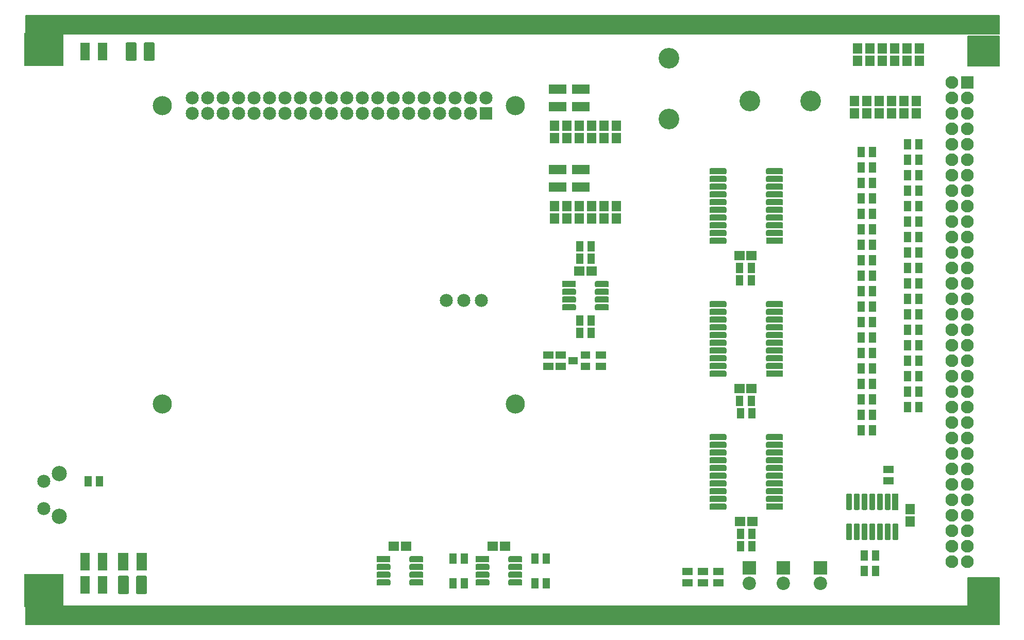
<source format=gts>
G04 #@! TF.GenerationSoftware,KiCad,Pcbnew,(5.1.5)-3*
G04 #@! TF.CreationDate,2020-06-07T12:27:59+08:00*
G04 #@! TF.ProjectId,HEMAC_MCU,48454d41-435f-44d4-9355-2e6b69636164,rev?*
G04 #@! TF.SameCoordinates,Original*
G04 #@! TF.FileFunction,Soldermask,Top*
G04 #@! TF.FilePolarity,Negative*
%FSLAX46Y46*%
G04 Gerber Fmt 4.6, Leading zero omitted, Abs format (unit mm)*
G04 Created by KiCad (PCBNEW (5.1.5)-3) date 2020-06-07 12:27:59*
%MOMM*%
%LPD*%
G04 APERTURE LIST*
%ADD10C,0.150000*%
%ADD11C,3.200000*%
%ADD12C,2.100000*%
%ADD13R,2.100000X2.100000*%
%ADD14R,6.400000X5.400000*%
%ADD15C,0.100000*%
%ADD16R,2.300000X1.000000*%
%ADD17R,2.200000X2.200000*%
%ADD18C,2.200000*%
%ADD19C,2.150000*%
%ADD20R,2.150000X2.150000*%
%ADD21C,3.150000*%
%ADD22C,3.400000*%
%ADD23C,2.500000*%
%ADD24R,1.000000X2.700000*%
%ADD25R,2.800000X1.000000*%
%ADD26R,1.700000X2.900000*%
%ADD27R,1.650000X1.700000*%
%ADD28R,1.700000X1.650000*%
%ADD29R,1.600000X1.200000*%
%ADD30R,1.600000X2.900000*%
%ADD31R,1.300000X1.700000*%
%ADD32R,1.700000X1.300000*%
%ADD33R,2.900000X1.600000*%
G04 APERTURE END LIST*
D10*
G36*
X225000000Y-150000000D02*
G01*
X65000000Y-150000000D01*
X65000000Y-147000000D01*
X225000000Y-147000000D01*
X225000000Y-150000000D01*
G37*
X225000000Y-150000000D02*
X65000000Y-150000000D01*
X65000000Y-147000000D01*
X225000000Y-147000000D01*
X225000000Y-150000000D01*
G36*
X225000000Y-53000000D02*
G01*
X65000000Y-53000000D01*
X65000000Y-50000000D01*
X225000000Y-50000000D01*
X225000000Y-53000000D01*
G37*
X225000000Y-53000000D02*
X65000000Y-53000000D01*
X65000000Y-50000000D01*
X225000000Y-50000000D01*
X225000000Y-53000000D01*
G36*
X219810000Y-58260000D02*
G01*
X224960000Y-58260000D01*
X224960000Y-53360000D01*
X219810000Y-53360000D01*
X219810000Y-58260000D01*
G37*
X219810000Y-58260000D02*
X224960000Y-58260000D01*
X224960000Y-53360000D01*
X219810000Y-53360000D01*
X219810000Y-58260000D01*
G36*
X219810000Y-147260000D02*
G01*
X224960000Y-147260000D01*
X224960000Y-142360000D01*
X219810000Y-142360000D01*
X219810000Y-147260000D01*
G37*
X219810000Y-147260000D02*
X224960000Y-147260000D01*
X224960000Y-142360000D01*
X219810000Y-142360000D01*
X219810000Y-147260000D01*
D11*
X222250000Y-144780000D03*
X222250000Y-55880000D03*
D12*
X217170000Y-139700000D03*
X219710000Y-139700000D03*
X217170000Y-137160000D03*
X219710000Y-137160000D03*
X217170000Y-134620000D03*
X219710000Y-134620000D03*
X217170000Y-132080000D03*
X219710000Y-132080000D03*
X217170000Y-129540000D03*
X219710000Y-129540000D03*
X217170000Y-127000000D03*
X219710000Y-127000000D03*
X217170000Y-124460000D03*
X219710000Y-124460000D03*
X217170000Y-121920000D03*
X219710000Y-121920000D03*
X217170000Y-119380000D03*
X219710000Y-119380000D03*
X217170000Y-116840000D03*
X219710000Y-116840000D03*
X217170000Y-114300000D03*
X219710000Y-114300000D03*
X217170000Y-111760000D03*
X219710000Y-111760000D03*
X217170000Y-109220000D03*
X219710000Y-109220000D03*
X217170000Y-106680000D03*
X219710000Y-106680000D03*
X217170000Y-104140000D03*
X219710000Y-104140000D03*
X217170000Y-101600000D03*
X219710000Y-101600000D03*
X217170000Y-99060000D03*
X219710000Y-99060000D03*
X217170000Y-96520000D03*
X219710000Y-96520000D03*
X217170000Y-93980000D03*
X219710000Y-93980000D03*
X217170000Y-91440000D03*
X219710000Y-91440000D03*
X217170000Y-88900000D03*
X219710000Y-88900000D03*
X217170000Y-86360000D03*
X219710000Y-86360000D03*
X217170000Y-83820000D03*
X219710000Y-83820000D03*
X217170000Y-81280000D03*
X219710000Y-81280000D03*
X217170000Y-78740000D03*
X219710000Y-78740000D03*
X217170000Y-76200000D03*
X219710000Y-76200000D03*
X217170000Y-73660000D03*
X219710000Y-73660000D03*
X217170000Y-71120000D03*
X219710000Y-71120000D03*
X217170000Y-68580000D03*
X219710000Y-68580000D03*
X217170000Y-66040000D03*
X219710000Y-66040000D03*
X217170000Y-63500000D03*
X219710000Y-63500000D03*
X217170000Y-60960000D03*
D13*
X219710000Y-60960000D03*
D14*
X68000000Y-55550000D03*
X68000000Y-144450000D03*
D15*
G36*
X160596504Y-93608204D02*
G01*
X160620773Y-93611804D01*
X160644571Y-93617765D01*
X160667671Y-93626030D01*
X160689849Y-93636520D01*
X160710893Y-93649133D01*
X160730598Y-93663747D01*
X160748777Y-93680223D01*
X160765253Y-93698402D01*
X160779867Y-93718107D01*
X160792480Y-93739151D01*
X160802970Y-93761329D01*
X160811235Y-93784429D01*
X160817196Y-93808227D01*
X160820796Y-93832496D01*
X160822000Y-93857000D01*
X160822000Y-94357000D01*
X160820796Y-94381504D01*
X160817196Y-94405773D01*
X160811235Y-94429571D01*
X160802970Y-94452671D01*
X160792480Y-94474849D01*
X160779867Y-94495893D01*
X160765253Y-94515598D01*
X160748777Y-94533777D01*
X160730598Y-94550253D01*
X160710893Y-94564867D01*
X160689849Y-94577480D01*
X160667671Y-94587970D01*
X160644571Y-94596235D01*
X160620773Y-94602196D01*
X160596504Y-94605796D01*
X160572000Y-94607000D01*
X158772000Y-94607000D01*
X158747496Y-94605796D01*
X158723227Y-94602196D01*
X158699429Y-94596235D01*
X158676329Y-94587970D01*
X158654151Y-94577480D01*
X158633107Y-94564867D01*
X158613402Y-94550253D01*
X158595223Y-94533777D01*
X158578747Y-94515598D01*
X158564133Y-94495893D01*
X158551520Y-94474849D01*
X158541030Y-94452671D01*
X158532765Y-94429571D01*
X158526804Y-94405773D01*
X158523204Y-94381504D01*
X158522000Y-94357000D01*
X158522000Y-93857000D01*
X158523204Y-93832496D01*
X158526804Y-93808227D01*
X158532765Y-93784429D01*
X158541030Y-93761329D01*
X158551520Y-93739151D01*
X158564133Y-93718107D01*
X158578747Y-93698402D01*
X158595223Y-93680223D01*
X158613402Y-93663747D01*
X158633107Y-93649133D01*
X158654151Y-93636520D01*
X158676329Y-93626030D01*
X158699429Y-93617765D01*
X158723227Y-93611804D01*
X158747496Y-93608204D01*
X158772000Y-93607000D01*
X160572000Y-93607000D01*
X160596504Y-93608204D01*
G37*
G36*
X160596504Y-94878204D02*
G01*
X160620773Y-94881804D01*
X160644571Y-94887765D01*
X160667671Y-94896030D01*
X160689849Y-94906520D01*
X160710893Y-94919133D01*
X160730598Y-94933747D01*
X160748777Y-94950223D01*
X160765253Y-94968402D01*
X160779867Y-94988107D01*
X160792480Y-95009151D01*
X160802970Y-95031329D01*
X160811235Y-95054429D01*
X160817196Y-95078227D01*
X160820796Y-95102496D01*
X160822000Y-95127000D01*
X160822000Y-95627000D01*
X160820796Y-95651504D01*
X160817196Y-95675773D01*
X160811235Y-95699571D01*
X160802970Y-95722671D01*
X160792480Y-95744849D01*
X160779867Y-95765893D01*
X160765253Y-95785598D01*
X160748777Y-95803777D01*
X160730598Y-95820253D01*
X160710893Y-95834867D01*
X160689849Y-95847480D01*
X160667671Y-95857970D01*
X160644571Y-95866235D01*
X160620773Y-95872196D01*
X160596504Y-95875796D01*
X160572000Y-95877000D01*
X158772000Y-95877000D01*
X158747496Y-95875796D01*
X158723227Y-95872196D01*
X158699429Y-95866235D01*
X158676329Y-95857970D01*
X158654151Y-95847480D01*
X158633107Y-95834867D01*
X158613402Y-95820253D01*
X158595223Y-95803777D01*
X158578747Y-95785598D01*
X158564133Y-95765893D01*
X158551520Y-95744849D01*
X158541030Y-95722671D01*
X158532765Y-95699571D01*
X158526804Y-95675773D01*
X158523204Y-95651504D01*
X158522000Y-95627000D01*
X158522000Y-95127000D01*
X158523204Y-95102496D01*
X158526804Y-95078227D01*
X158532765Y-95054429D01*
X158541030Y-95031329D01*
X158551520Y-95009151D01*
X158564133Y-94988107D01*
X158578747Y-94968402D01*
X158595223Y-94950223D01*
X158613402Y-94933747D01*
X158633107Y-94919133D01*
X158654151Y-94906520D01*
X158676329Y-94896030D01*
X158699429Y-94887765D01*
X158723227Y-94881804D01*
X158747496Y-94878204D01*
X158772000Y-94877000D01*
X160572000Y-94877000D01*
X160596504Y-94878204D01*
G37*
G36*
X160596504Y-96148204D02*
G01*
X160620773Y-96151804D01*
X160644571Y-96157765D01*
X160667671Y-96166030D01*
X160689849Y-96176520D01*
X160710893Y-96189133D01*
X160730598Y-96203747D01*
X160748777Y-96220223D01*
X160765253Y-96238402D01*
X160779867Y-96258107D01*
X160792480Y-96279151D01*
X160802970Y-96301329D01*
X160811235Y-96324429D01*
X160817196Y-96348227D01*
X160820796Y-96372496D01*
X160822000Y-96397000D01*
X160822000Y-96897000D01*
X160820796Y-96921504D01*
X160817196Y-96945773D01*
X160811235Y-96969571D01*
X160802970Y-96992671D01*
X160792480Y-97014849D01*
X160779867Y-97035893D01*
X160765253Y-97055598D01*
X160748777Y-97073777D01*
X160730598Y-97090253D01*
X160710893Y-97104867D01*
X160689849Y-97117480D01*
X160667671Y-97127970D01*
X160644571Y-97136235D01*
X160620773Y-97142196D01*
X160596504Y-97145796D01*
X160572000Y-97147000D01*
X158772000Y-97147000D01*
X158747496Y-97145796D01*
X158723227Y-97142196D01*
X158699429Y-97136235D01*
X158676329Y-97127970D01*
X158654151Y-97117480D01*
X158633107Y-97104867D01*
X158613402Y-97090253D01*
X158595223Y-97073777D01*
X158578747Y-97055598D01*
X158564133Y-97035893D01*
X158551520Y-97014849D01*
X158541030Y-96992671D01*
X158532765Y-96969571D01*
X158526804Y-96945773D01*
X158523204Y-96921504D01*
X158522000Y-96897000D01*
X158522000Y-96397000D01*
X158523204Y-96372496D01*
X158526804Y-96348227D01*
X158532765Y-96324429D01*
X158541030Y-96301329D01*
X158551520Y-96279151D01*
X158564133Y-96258107D01*
X158578747Y-96238402D01*
X158595223Y-96220223D01*
X158613402Y-96203747D01*
X158633107Y-96189133D01*
X158654151Y-96176520D01*
X158676329Y-96166030D01*
X158699429Y-96157765D01*
X158723227Y-96151804D01*
X158747496Y-96148204D01*
X158772000Y-96147000D01*
X160572000Y-96147000D01*
X160596504Y-96148204D01*
G37*
G36*
X160596504Y-97418204D02*
G01*
X160620773Y-97421804D01*
X160644571Y-97427765D01*
X160667671Y-97436030D01*
X160689849Y-97446520D01*
X160710893Y-97459133D01*
X160730598Y-97473747D01*
X160748777Y-97490223D01*
X160765253Y-97508402D01*
X160779867Y-97528107D01*
X160792480Y-97549151D01*
X160802970Y-97571329D01*
X160811235Y-97594429D01*
X160817196Y-97618227D01*
X160820796Y-97642496D01*
X160822000Y-97667000D01*
X160822000Y-98167000D01*
X160820796Y-98191504D01*
X160817196Y-98215773D01*
X160811235Y-98239571D01*
X160802970Y-98262671D01*
X160792480Y-98284849D01*
X160779867Y-98305893D01*
X160765253Y-98325598D01*
X160748777Y-98343777D01*
X160730598Y-98360253D01*
X160710893Y-98374867D01*
X160689849Y-98387480D01*
X160667671Y-98397970D01*
X160644571Y-98406235D01*
X160620773Y-98412196D01*
X160596504Y-98415796D01*
X160572000Y-98417000D01*
X158772000Y-98417000D01*
X158747496Y-98415796D01*
X158723227Y-98412196D01*
X158699429Y-98406235D01*
X158676329Y-98397970D01*
X158654151Y-98387480D01*
X158633107Y-98374867D01*
X158613402Y-98360253D01*
X158595223Y-98343777D01*
X158578747Y-98325598D01*
X158564133Y-98305893D01*
X158551520Y-98284849D01*
X158541030Y-98262671D01*
X158532765Y-98239571D01*
X158526804Y-98215773D01*
X158523204Y-98191504D01*
X158522000Y-98167000D01*
X158522000Y-97667000D01*
X158523204Y-97642496D01*
X158526804Y-97618227D01*
X158532765Y-97594429D01*
X158541030Y-97571329D01*
X158551520Y-97549151D01*
X158564133Y-97528107D01*
X158578747Y-97508402D01*
X158595223Y-97490223D01*
X158613402Y-97473747D01*
X158633107Y-97459133D01*
X158654151Y-97446520D01*
X158676329Y-97436030D01*
X158699429Y-97427765D01*
X158723227Y-97421804D01*
X158747496Y-97418204D01*
X158772000Y-97417000D01*
X160572000Y-97417000D01*
X160596504Y-97418204D01*
G37*
G36*
X155196504Y-97418204D02*
G01*
X155220773Y-97421804D01*
X155244571Y-97427765D01*
X155267671Y-97436030D01*
X155289849Y-97446520D01*
X155310893Y-97459133D01*
X155330598Y-97473747D01*
X155348777Y-97490223D01*
X155365253Y-97508402D01*
X155379867Y-97528107D01*
X155392480Y-97549151D01*
X155402970Y-97571329D01*
X155411235Y-97594429D01*
X155417196Y-97618227D01*
X155420796Y-97642496D01*
X155422000Y-97667000D01*
X155422000Y-98167000D01*
X155420796Y-98191504D01*
X155417196Y-98215773D01*
X155411235Y-98239571D01*
X155402970Y-98262671D01*
X155392480Y-98284849D01*
X155379867Y-98305893D01*
X155365253Y-98325598D01*
X155348777Y-98343777D01*
X155330598Y-98360253D01*
X155310893Y-98374867D01*
X155289849Y-98387480D01*
X155267671Y-98397970D01*
X155244571Y-98406235D01*
X155220773Y-98412196D01*
X155196504Y-98415796D01*
X155172000Y-98417000D01*
X153372000Y-98417000D01*
X153347496Y-98415796D01*
X153323227Y-98412196D01*
X153299429Y-98406235D01*
X153276329Y-98397970D01*
X153254151Y-98387480D01*
X153233107Y-98374867D01*
X153213402Y-98360253D01*
X153195223Y-98343777D01*
X153178747Y-98325598D01*
X153164133Y-98305893D01*
X153151520Y-98284849D01*
X153141030Y-98262671D01*
X153132765Y-98239571D01*
X153126804Y-98215773D01*
X153123204Y-98191504D01*
X153122000Y-98167000D01*
X153122000Y-97667000D01*
X153123204Y-97642496D01*
X153126804Y-97618227D01*
X153132765Y-97594429D01*
X153141030Y-97571329D01*
X153151520Y-97549151D01*
X153164133Y-97528107D01*
X153178747Y-97508402D01*
X153195223Y-97490223D01*
X153213402Y-97473747D01*
X153233107Y-97459133D01*
X153254151Y-97446520D01*
X153276329Y-97436030D01*
X153299429Y-97427765D01*
X153323227Y-97421804D01*
X153347496Y-97418204D01*
X153372000Y-97417000D01*
X155172000Y-97417000D01*
X155196504Y-97418204D01*
G37*
G36*
X155196504Y-96148204D02*
G01*
X155220773Y-96151804D01*
X155244571Y-96157765D01*
X155267671Y-96166030D01*
X155289849Y-96176520D01*
X155310893Y-96189133D01*
X155330598Y-96203747D01*
X155348777Y-96220223D01*
X155365253Y-96238402D01*
X155379867Y-96258107D01*
X155392480Y-96279151D01*
X155402970Y-96301329D01*
X155411235Y-96324429D01*
X155417196Y-96348227D01*
X155420796Y-96372496D01*
X155422000Y-96397000D01*
X155422000Y-96897000D01*
X155420796Y-96921504D01*
X155417196Y-96945773D01*
X155411235Y-96969571D01*
X155402970Y-96992671D01*
X155392480Y-97014849D01*
X155379867Y-97035893D01*
X155365253Y-97055598D01*
X155348777Y-97073777D01*
X155330598Y-97090253D01*
X155310893Y-97104867D01*
X155289849Y-97117480D01*
X155267671Y-97127970D01*
X155244571Y-97136235D01*
X155220773Y-97142196D01*
X155196504Y-97145796D01*
X155172000Y-97147000D01*
X153372000Y-97147000D01*
X153347496Y-97145796D01*
X153323227Y-97142196D01*
X153299429Y-97136235D01*
X153276329Y-97127970D01*
X153254151Y-97117480D01*
X153233107Y-97104867D01*
X153213402Y-97090253D01*
X153195223Y-97073777D01*
X153178747Y-97055598D01*
X153164133Y-97035893D01*
X153151520Y-97014849D01*
X153141030Y-96992671D01*
X153132765Y-96969571D01*
X153126804Y-96945773D01*
X153123204Y-96921504D01*
X153122000Y-96897000D01*
X153122000Y-96397000D01*
X153123204Y-96372496D01*
X153126804Y-96348227D01*
X153132765Y-96324429D01*
X153141030Y-96301329D01*
X153151520Y-96279151D01*
X153164133Y-96258107D01*
X153178747Y-96238402D01*
X153195223Y-96220223D01*
X153213402Y-96203747D01*
X153233107Y-96189133D01*
X153254151Y-96176520D01*
X153276329Y-96166030D01*
X153299429Y-96157765D01*
X153323227Y-96151804D01*
X153347496Y-96148204D01*
X153372000Y-96147000D01*
X155172000Y-96147000D01*
X155196504Y-96148204D01*
G37*
G36*
X155196504Y-94878204D02*
G01*
X155220773Y-94881804D01*
X155244571Y-94887765D01*
X155267671Y-94896030D01*
X155289849Y-94906520D01*
X155310893Y-94919133D01*
X155330598Y-94933747D01*
X155348777Y-94950223D01*
X155365253Y-94968402D01*
X155379867Y-94988107D01*
X155392480Y-95009151D01*
X155402970Y-95031329D01*
X155411235Y-95054429D01*
X155417196Y-95078227D01*
X155420796Y-95102496D01*
X155422000Y-95127000D01*
X155422000Y-95627000D01*
X155420796Y-95651504D01*
X155417196Y-95675773D01*
X155411235Y-95699571D01*
X155402970Y-95722671D01*
X155392480Y-95744849D01*
X155379867Y-95765893D01*
X155365253Y-95785598D01*
X155348777Y-95803777D01*
X155330598Y-95820253D01*
X155310893Y-95834867D01*
X155289849Y-95847480D01*
X155267671Y-95857970D01*
X155244571Y-95866235D01*
X155220773Y-95872196D01*
X155196504Y-95875796D01*
X155172000Y-95877000D01*
X153372000Y-95877000D01*
X153347496Y-95875796D01*
X153323227Y-95872196D01*
X153299429Y-95866235D01*
X153276329Y-95857970D01*
X153254151Y-95847480D01*
X153233107Y-95834867D01*
X153213402Y-95820253D01*
X153195223Y-95803777D01*
X153178747Y-95785598D01*
X153164133Y-95765893D01*
X153151520Y-95744849D01*
X153141030Y-95722671D01*
X153132765Y-95699571D01*
X153126804Y-95675773D01*
X153123204Y-95651504D01*
X153122000Y-95627000D01*
X153122000Y-95127000D01*
X153123204Y-95102496D01*
X153126804Y-95078227D01*
X153132765Y-95054429D01*
X153141030Y-95031329D01*
X153151520Y-95009151D01*
X153164133Y-94988107D01*
X153178747Y-94968402D01*
X153195223Y-94950223D01*
X153213402Y-94933747D01*
X153233107Y-94919133D01*
X153254151Y-94906520D01*
X153276329Y-94896030D01*
X153299429Y-94887765D01*
X153323227Y-94881804D01*
X153347496Y-94878204D01*
X153372000Y-94877000D01*
X155172000Y-94877000D01*
X155196504Y-94878204D01*
G37*
D16*
X154272000Y-94107000D03*
D15*
G36*
X146372504Y-138820204D02*
G01*
X146396773Y-138823804D01*
X146420571Y-138829765D01*
X146443671Y-138838030D01*
X146465849Y-138848520D01*
X146486893Y-138861133D01*
X146506598Y-138875747D01*
X146524777Y-138892223D01*
X146541253Y-138910402D01*
X146555867Y-138930107D01*
X146568480Y-138951151D01*
X146578970Y-138973329D01*
X146587235Y-138996429D01*
X146593196Y-139020227D01*
X146596796Y-139044496D01*
X146598000Y-139069000D01*
X146598000Y-139569000D01*
X146596796Y-139593504D01*
X146593196Y-139617773D01*
X146587235Y-139641571D01*
X146578970Y-139664671D01*
X146568480Y-139686849D01*
X146555867Y-139707893D01*
X146541253Y-139727598D01*
X146524777Y-139745777D01*
X146506598Y-139762253D01*
X146486893Y-139776867D01*
X146465849Y-139789480D01*
X146443671Y-139799970D01*
X146420571Y-139808235D01*
X146396773Y-139814196D01*
X146372504Y-139817796D01*
X146348000Y-139819000D01*
X144548000Y-139819000D01*
X144523496Y-139817796D01*
X144499227Y-139814196D01*
X144475429Y-139808235D01*
X144452329Y-139799970D01*
X144430151Y-139789480D01*
X144409107Y-139776867D01*
X144389402Y-139762253D01*
X144371223Y-139745777D01*
X144354747Y-139727598D01*
X144340133Y-139707893D01*
X144327520Y-139686849D01*
X144317030Y-139664671D01*
X144308765Y-139641571D01*
X144302804Y-139617773D01*
X144299204Y-139593504D01*
X144298000Y-139569000D01*
X144298000Y-139069000D01*
X144299204Y-139044496D01*
X144302804Y-139020227D01*
X144308765Y-138996429D01*
X144317030Y-138973329D01*
X144327520Y-138951151D01*
X144340133Y-138930107D01*
X144354747Y-138910402D01*
X144371223Y-138892223D01*
X144389402Y-138875747D01*
X144409107Y-138861133D01*
X144430151Y-138848520D01*
X144452329Y-138838030D01*
X144475429Y-138829765D01*
X144499227Y-138823804D01*
X144523496Y-138820204D01*
X144548000Y-138819000D01*
X146348000Y-138819000D01*
X146372504Y-138820204D01*
G37*
G36*
X146372504Y-140090204D02*
G01*
X146396773Y-140093804D01*
X146420571Y-140099765D01*
X146443671Y-140108030D01*
X146465849Y-140118520D01*
X146486893Y-140131133D01*
X146506598Y-140145747D01*
X146524777Y-140162223D01*
X146541253Y-140180402D01*
X146555867Y-140200107D01*
X146568480Y-140221151D01*
X146578970Y-140243329D01*
X146587235Y-140266429D01*
X146593196Y-140290227D01*
X146596796Y-140314496D01*
X146598000Y-140339000D01*
X146598000Y-140839000D01*
X146596796Y-140863504D01*
X146593196Y-140887773D01*
X146587235Y-140911571D01*
X146578970Y-140934671D01*
X146568480Y-140956849D01*
X146555867Y-140977893D01*
X146541253Y-140997598D01*
X146524777Y-141015777D01*
X146506598Y-141032253D01*
X146486893Y-141046867D01*
X146465849Y-141059480D01*
X146443671Y-141069970D01*
X146420571Y-141078235D01*
X146396773Y-141084196D01*
X146372504Y-141087796D01*
X146348000Y-141089000D01*
X144548000Y-141089000D01*
X144523496Y-141087796D01*
X144499227Y-141084196D01*
X144475429Y-141078235D01*
X144452329Y-141069970D01*
X144430151Y-141059480D01*
X144409107Y-141046867D01*
X144389402Y-141032253D01*
X144371223Y-141015777D01*
X144354747Y-140997598D01*
X144340133Y-140977893D01*
X144327520Y-140956849D01*
X144317030Y-140934671D01*
X144308765Y-140911571D01*
X144302804Y-140887773D01*
X144299204Y-140863504D01*
X144298000Y-140839000D01*
X144298000Y-140339000D01*
X144299204Y-140314496D01*
X144302804Y-140290227D01*
X144308765Y-140266429D01*
X144317030Y-140243329D01*
X144327520Y-140221151D01*
X144340133Y-140200107D01*
X144354747Y-140180402D01*
X144371223Y-140162223D01*
X144389402Y-140145747D01*
X144409107Y-140131133D01*
X144430151Y-140118520D01*
X144452329Y-140108030D01*
X144475429Y-140099765D01*
X144499227Y-140093804D01*
X144523496Y-140090204D01*
X144548000Y-140089000D01*
X146348000Y-140089000D01*
X146372504Y-140090204D01*
G37*
G36*
X146372504Y-141360204D02*
G01*
X146396773Y-141363804D01*
X146420571Y-141369765D01*
X146443671Y-141378030D01*
X146465849Y-141388520D01*
X146486893Y-141401133D01*
X146506598Y-141415747D01*
X146524777Y-141432223D01*
X146541253Y-141450402D01*
X146555867Y-141470107D01*
X146568480Y-141491151D01*
X146578970Y-141513329D01*
X146587235Y-141536429D01*
X146593196Y-141560227D01*
X146596796Y-141584496D01*
X146598000Y-141609000D01*
X146598000Y-142109000D01*
X146596796Y-142133504D01*
X146593196Y-142157773D01*
X146587235Y-142181571D01*
X146578970Y-142204671D01*
X146568480Y-142226849D01*
X146555867Y-142247893D01*
X146541253Y-142267598D01*
X146524777Y-142285777D01*
X146506598Y-142302253D01*
X146486893Y-142316867D01*
X146465849Y-142329480D01*
X146443671Y-142339970D01*
X146420571Y-142348235D01*
X146396773Y-142354196D01*
X146372504Y-142357796D01*
X146348000Y-142359000D01*
X144548000Y-142359000D01*
X144523496Y-142357796D01*
X144499227Y-142354196D01*
X144475429Y-142348235D01*
X144452329Y-142339970D01*
X144430151Y-142329480D01*
X144409107Y-142316867D01*
X144389402Y-142302253D01*
X144371223Y-142285777D01*
X144354747Y-142267598D01*
X144340133Y-142247893D01*
X144327520Y-142226849D01*
X144317030Y-142204671D01*
X144308765Y-142181571D01*
X144302804Y-142157773D01*
X144299204Y-142133504D01*
X144298000Y-142109000D01*
X144298000Y-141609000D01*
X144299204Y-141584496D01*
X144302804Y-141560227D01*
X144308765Y-141536429D01*
X144317030Y-141513329D01*
X144327520Y-141491151D01*
X144340133Y-141470107D01*
X144354747Y-141450402D01*
X144371223Y-141432223D01*
X144389402Y-141415747D01*
X144409107Y-141401133D01*
X144430151Y-141388520D01*
X144452329Y-141378030D01*
X144475429Y-141369765D01*
X144499227Y-141363804D01*
X144523496Y-141360204D01*
X144548000Y-141359000D01*
X146348000Y-141359000D01*
X146372504Y-141360204D01*
G37*
G36*
X146372504Y-142630204D02*
G01*
X146396773Y-142633804D01*
X146420571Y-142639765D01*
X146443671Y-142648030D01*
X146465849Y-142658520D01*
X146486893Y-142671133D01*
X146506598Y-142685747D01*
X146524777Y-142702223D01*
X146541253Y-142720402D01*
X146555867Y-142740107D01*
X146568480Y-142761151D01*
X146578970Y-142783329D01*
X146587235Y-142806429D01*
X146593196Y-142830227D01*
X146596796Y-142854496D01*
X146598000Y-142879000D01*
X146598000Y-143379000D01*
X146596796Y-143403504D01*
X146593196Y-143427773D01*
X146587235Y-143451571D01*
X146578970Y-143474671D01*
X146568480Y-143496849D01*
X146555867Y-143517893D01*
X146541253Y-143537598D01*
X146524777Y-143555777D01*
X146506598Y-143572253D01*
X146486893Y-143586867D01*
X146465849Y-143599480D01*
X146443671Y-143609970D01*
X146420571Y-143618235D01*
X146396773Y-143624196D01*
X146372504Y-143627796D01*
X146348000Y-143629000D01*
X144548000Y-143629000D01*
X144523496Y-143627796D01*
X144499227Y-143624196D01*
X144475429Y-143618235D01*
X144452329Y-143609970D01*
X144430151Y-143599480D01*
X144409107Y-143586867D01*
X144389402Y-143572253D01*
X144371223Y-143555777D01*
X144354747Y-143537598D01*
X144340133Y-143517893D01*
X144327520Y-143496849D01*
X144317030Y-143474671D01*
X144308765Y-143451571D01*
X144302804Y-143427773D01*
X144299204Y-143403504D01*
X144298000Y-143379000D01*
X144298000Y-142879000D01*
X144299204Y-142854496D01*
X144302804Y-142830227D01*
X144308765Y-142806429D01*
X144317030Y-142783329D01*
X144327520Y-142761151D01*
X144340133Y-142740107D01*
X144354747Y-142720402D01*
X144371223Y-142702223D01*
X144389402Y-142685747D01*
X144409107Y-142671133D01*
X144430151Y-142658520D01*
X144452329Y-142648030D01*
X144475429Y-142639765D01*
X144499227Y-142633804D01*
X144523496Y-142630204D01*
X144548000Y-142629000D01*
X146348000Y-142629000D01*
X146372504Y-142630204D01*
G37*
G36*
X140972504Y-142630204D02*
G01*
X140996773Y-142633804D01*
X141020571Y-142639765D01*
X141043671Y-142648030D01*
X141065849Y-142658520D01*
X141086893Y-142671133D01*
X141106598Y-142685747D01*
X141124777Y-142702223D01*
X141141253Y-142720402D01*
X141155867Y-142740107D01*
X141168480Y-142761151D01*
X141178970Y-142783329D01*
X141187235Y-142806429D01*
X141193196Y-142830227D01*
X141196796Y-142854496D01*
X141198000Y-142879000D01*
X141198000Y-143379000D01*
X141196796Y-143403504D01*
X141193196Y-143427773D01*
X141187235Y-143451571D01*
X141178970Y-143474671D01*
X141168480Y-143496849D01*
X141155867Y-143517893D01*
X141141253Y-143537598D01*
X141124777Y-143555777D01*
X141106598Y-143572253D01*
X141086893Y-143586867D01*
X141065849Y-143599480D01*
X141043671Y-143609970D01*
X141020571Y-143618235D01*
X140996773Y-143624196D01*
X140972504Y-143627796D01*
X140948000Y-143629000D01*
X139148000Y-143629000D01*
X139123496Y-143627796D01*
X139099227Y-143624196D01*
X139075429Y-143618235D01*
X139052329Y-143609970D01*
X139030151Y-143599480D01*
X139009107Y-143586867D01*
X138989402Y-143572253D01*
X138971223Y-143555777D01*
X138954747Y-143537598D01*
X138940133Y-143517893D01*
X138927520Y-143496849D01*
X138917030Y-143474671D01*
X138908765Y-143451571D01*
X138902804Y-143427773D01*
X138899204Y-143403504D01*
X138898000Y-143379000D01*
X138898000Y-142879000D01*
X138899204Y-142854496D01*
X138902804Y-142830227D01*
X138908765Y-142806429D01*
X138917030Y-142783329D01*
X138927520Y-142761151D01*
X138940133Y-142740107D01*
X138954747Y-142720402D01*
X138971223Y-142702223D01*
X138989402Y-142685747D01*
X139009107Y-142671133D01*
X139030151Y-142658520D01*
X139052329Y-142648030D01*
X139075429Y-142639765D01*
X139099227Y-142633804D01*
X139123496Y-142630204D01*
X139148000Y-142629000D01*
X140948000Y-142629000D01*
X140972504Y-142630204D01*
G37*
G36*
X140972504Y-141360204D02*
G01*
X140996773Y-141363804D01*
X141020571Y-141369765D01*
X141043671Y-141378030D01*
X141065849Y-141388520D01*
X141086893Y-141401133D01*
X141106598Y-141415747D01*
X141124777Y-141432223D01*
X141141253Y-141450402D01*
X141155867Y-141470107D01*
X141168480Y-141491151D01*
X141178970Y-141513329D01*
X141187235Y-141536429D01*
X141193196Y-141560227D01*
X141196796Y-141584496D01*
X141198000Y-141609000D01*
X141198000Y-142109000D01*
X141196796Y-142133504D01*
X141193196Y-142157773D01*
X141187235Y-142181571D01*
X141178970Y-142204671D01*
X141168480Y-142226849D01*
X141155867Y-142247893D01*
X141141253Y-142267598D01*
X141124777Y-142285777D01*
X141106598Y-142302253D01*
X141086893Y-142316867D01*
X141065849Y-142329480D01*
X141043671Y-142339970D01*
X141020571Y-142348235D01*
X140996773Y-142354196D01*
X140972504Y-142357796D01*
X140948000Y-142359000D01*
X139148000Y-142359000D01*
X139123496Y-142357796D01*
X139099227Y-142354196D01*
X139075429Y-142348235D01*
X139052329Y-142339970D01*
X139030151Y-142329480D01*
X139009107Y-142316867D01*
X138989402Y-142302253D01*
X138971223Y-142285777D01*
X138954747Y-142267598D01*
X138940133Y-142247893D01*
X138927520Y-142226849D01*
X138917030Y-142204671D01*
X138908765Y-142181571D01*
X138902804Y-142157773D01*
X138899204Y-142133504D01*
X138898000Y-142109000D01*
X138898000Y-141609000D01*
X138899204Y-141584496D01*
X138902804Y-141560227D01*
X138908765Y-141536429D01*
X138917030Y-141513329D01*
X138927520Y-141491151D01*
X138940133Y-141470107D01*
X138954747Y-141450402D01*
X138971223Y-141432223D01*
X138989402Y-141415747D01*
X139009107Y-141401133D01*
X139030151Y-141388520D01*
X139052329Y-141378030D01*
X139075429Y-141369765D01*
X139099227Y-141363804D01*
X139123496Y-141360204D01*
X139148000Y-141359000D01*
X140948000Y-141359000D01*
X140972504Y-141360204D01*
G37*
G36*
X140972504Y-140090204D02*
G01*
X140996773Y-140093804D01*
X141020571Y-140099765D01*
X141043671Y-140108030D01*
X141065849Y-140118520D01*
X141086893Y-140131133D01*
X141106598Y-140145747D01*
X141124777Y-140162223D01*
X141141253Y-140180402D01*
X141155867Y-140200107D01*
X141168480Y-140221151D01*
X141178970Y-140243329D01*
X141187235Y-140266429D01*
X141193196Y-140290227D01*
X141196796Y-140314496D01*
X141198000Y-140339000D01*
X141198000Y-140839000D01*
X141196796Y-140863504D01*
X141193196Y-140887773D01*
X141187235Y-140911571D01*
X141178970Y-140934671D01*
X141168480Y-140956849D01*
X141155867Y-140977893D01*
X141141253Y-140997598D01*
X141124777Y-141015777D01*
X141106598Y-141032253D01*
X141086893Y-141046867D01*
X141065849Y-141059480D01*
X141043671Y-141069970D01*
X141020571Y-141078235D01*
X140996773Y-141084196D01*
X140972504Y-141087796D01*
X140948000Y-141089000D01*
X139148000Y-141089000D01*
X139123496Y-141087796D01*
X139099227Y-141084196D01*
X139075429Y-141078235D01*
X139052329Y-141069970D01*
X139030151Y-141059480D01*
X139009107Y-141046867D01*
X138989402Y-141032253D01*
X138971223Y-141015777D01*
X138954747Y-140997598D01*
X138940133Y-140977893D01*
X138927520Y-140956849D01*
X138917030Y-140934671D01*
X138908765Y-140911571D01*
X138902804Y-140887773D01*
X138899204Y-140863504D01*
X138898000Y-140839000D01*
X138898000Y-140339000D01*
X138899204Y-140314496D01*
X138902804Y-140290227D01*
X138908765Y-140266429D01*
X138917030Y-140243329D01*
X138927520Y-140221151D01*
X138940133Y-140200107D01*
X138954747Y-140180402D01*
X138971223Y-140162223D01*
X138989402Y-140145747D01*
X139009107Y-140131133D01*
X139030151Y-140118520D01*
X139052329Y-140108030D01*
X139075429Y-140099765D01*
X139099227Y-140093804D01*
X139123496Y-140090204D01*
X139148000Y-140089000D01*
X140948000Y-140089000D01*
X140972504Y-140090204D01*
G37*
D16*
X140048000Y-139319000D03*
D17*
X189484000Y-140716000D03*
D18*
X189484000Y-143256000D03*
D17*
X183896000Y-140716000D03*
D18*
X183896000Y-143256000D03*
X195580000Y-143256000D03*
D17*
X195580000Y-140716000D03*
D19*
X139900000Y-96770000D03*
X137000000Y-96770000D03*
X134100000Y-96770000D03*
X107610000Y-66040000D03*
X107610000Y-63500000D03*
X105070000Y-66040000D03*
X105070000Y-63500000D03*
X112690000Y-63500000D03*
X112690000Y-66040000D03*
D20*
X140630000Y-66040000D03*
D19*
X140630000Y-63500000D03*
X138090000Y-66040000D03*
X138090000Y-63500000D03*
X135550000Y-66040000D03*
X135550000Y-63500000D03*
X133010000Y-66040000D03*
X133010000Y-63500000D03*
X130470000Y-66040000D03*
X130470000Y-63500000D03*
X127930000Y-66040000D03*
X127930000Y-63500000D03*
X125390000Y-66040000D03*
X125390000Y-63500000D03*
X122850000Y-66040000D03*
X122850000Y-63500000D03*
X120310000Y-66040000D03*
X120310000Y-63500000D03*
X117770000Y-66040000D03*
X117770000Y-63500000D03*
X115230000Y-66040000D03*
X115230000Y-63500000D03*
X110150000Y-66040000D03*
X110150000Y-63500000D03*
X102530000Y-63500000D03*
X102530000Y-66040000D03*
X99990000Y-63500000D03*
X99990000Y-66040000D03*
X97450000Y-63500000D03*
X97450000Y-66040000D03*
X94910000Y-63500000D03*
X94910000Y-66040000D03*
X92370000Y-63500000D03*
X92370000Y-66040000D03*
D21*
X87500000Y-64770000D03*
X145500000Y-64770000D03*
X87500000Y-113770000D03*
X145500000Y-113770000D03*
D15*
G36*
X82956207Y-54356542D02*
G01*
X82987287Y-54361152D01*
X83017766Y-54368787D01*
X83047350Y-54379372D01*
X83075754Y-54392806D01*
X83102704Y-54408959D01*
X83127942Y-54427677D01*
X83151223Y-54448777D01*
X83172323Y-54472058D01*
X83191041Y-54497296D01*
X83207194Y-54524246D01*
X83220628Y-54552650D01*
X83231213Y-54582234D01*
X83238848Y-54612713D01*
X83243458Y-54643793D01*
X83245000Y-54675176D01*
X83245000Y-57084824D01*
X83243458Y-57116207D01*
X83238848Y-57147287D01*
X83231213Y-57177766D01*
X83220628Y-57207350D01*
X83207194Y-57235754D01*
X83191041Y-57262704D01*
X83172323Y-57287942D01*
X83151223Y-57311223D01*
X83127942Y-57332323D01*
X83102704Y-57351041D01*
X83075754Y-57367194D01*
X83047350Y-57380628D01*
X83017766Y-57391213D01*
X82987287Y-57398848D01*
X82956207Y-57403458D01*
X82924824Y-57405000D01*
X81740176Y-57405000D01*
X81708793Y-57403458D01*
X81677713Y-57398848D01*
X81647234Y-57391213D01*
X81617650Y-57380628D01*
X81589246Y-57367194D01*
X81562296Y-57351041D01*
X81537058Y-57332323D01*
X81513777Y-57311223D01*
X81492677Y-57287942D01*
X81473959Y-57262704D01*
X81457806Y-57235754D01*
X81444372Y-57207350D01*
X81433787Y-57177766D01*
X81426152Y-57147287D01*
X81421542Y-57116207D01*
X81420000Y-57084824D01*
X81420000Y-54675176D01*
X81421542Y-54643793D01*
X81426152Y-54612713D01*
X81433787Y-54582234D01*
X81444372Y-54552650D01*
X81457806Y-54524246D01*
X81473959Y-54497296D01*
X81492677Y-54472058D01*
X81513777Y-54448777D01*
X81537058Y-54427677D01*
X81562296Y-54408959D01*
X81589246Y-54392806D01*
X81617650Y-54379372D01*
X81647234Y-54368787D01*
X81677713Y-54361152D01*
X81708793Y-54356542D01*
X81740176Y-54355000D01*
X82924824Y-54355000D01*
X82956207Y-54356542D01*
G37*
G36*
X85931207Y-54356542D02*
G01*
X85962287Y-54361152D01*
X85992766Y-54368787D01*
X86022350Y-54379372D01*
X86050754Y-54392806D01*
X86077704Y-54408959D01*
X86102942Y-54427677D01*
X86126223Y-54448777D01*
X86147323Y-54472058D01*
X86166041Y-54497296D01*
X86182194Y-54524246D01*
X86195628Y-54552650D01*
X86206213Y-54582234D01*
X86213848Y-54612713D01*
X86218458Y-54643793D01*
X86220000Y-54675176D01*
X86220000Y-57084824D01*
X86218458Y-57116207D01*
X86213848Y-57147287D01*
X86206213Y-57177766D01*
X86195628Y-57207350D01*
X86182194Y-57235754D01*
X86166041Y-57262704D01*
X86147323Y-57287942D01*
X86126223Y-57311223D01*
X86102942Y-57332323D01*
X86077704Y-57351041D01*
X86050754Y-57367194D01*
X86022350Y-57380628D01*
X85992766Y-57391213D01*
X85962287Y-57398848D01*
X85931207Y-57403458D01*
X85899824Y-57405000D01*
X84715176Y-57405000D01*
X84683793Y-57403458D01*
X84652713Y-57398848D01*
X84622234Y-57391213D01*
X84592650Y-57380628D01*
X84564246Y-57367194D01*
X84537296Y-57351041D01*
X84512058Y-57332323D01*
X84488777Y-57311223D01*
X84467677Y-57287942D01*
X84448959Y-57262704D01*
X84432806Y-57235754D01*
X84419372Y-57207350D01*
X84408787Y-57177766D01*
X84401152Y-57147287D01*
X84396542Y-57116207D01*
X84395000Y-57084824D01*
X84395000Y-54675176D01*
X84396542Y-54643793D01*
X84401152Y-54612713D01*
X84408787Y-54582234D01*
X84419372Y-54552650D01*
X84432806Y-54524246D01*
X84448959Y-54497296D01*
X84467677Y-54472058D01*
X84488777Y-54448777D01*
X84512058Y-54427677D01*
X84537296Y-54408959D01*
X84564246Y-54392806D01*
X84592650Y-54379372D01*
X84622234Y-54368787D01*
X84652713Y-54361152D01*
X84683793Y-54356542D01*
X84715176Y-54355000D01*
X85899824Y-54355000D01*
X85931207Y-54356542D01*
G37*
G36*
X84661207Y-141986542D02*
G01*
X84692287Y-141991152D01*
X84722766Y-141998787D01*
X84752350Y-142009372D01*
X84780754Y-142022806D01*
X84807704Y-142038959D01*
X84832942Y-142057677D01*
X84856223Y-142078777D01*
X84877323Y-142102058D01*
X84896041Y-142127296D01*
X84912194Y-142154246D01*
X84925628Y-142182650D01*
X84936213Y-142212234D01*
X84943848Y-142242713D01*
X84948458Y-142273793D01*
X84950000Y-142305176D01*
X84950000Y-144714824D01*
X84948458Y-144746207D01*
X84943848Y-144777287D01*
X84936213Y-144807766D01*
X84925628Y-144837350D01*
X84912194Y-144865754D01*
X84896041Y-144892704D01*
X84877323Y-144917942D01*
X84856223Y-144941223D01*
X84832942Y-144962323D01*
X84807704Y-144981041D01*
X84780754Y-144997194D01*
X84752350Y-145010628D01*
X84722766Y-145021213D01*
X84692287Y-145028848D01*
X84661207Y-145033458D01*
X84629824Y-145035000D01*
X83445176Y-145035000D01*
X83413793Y-145033458D01*
X83382713Y-145028848D01*
X83352234Y-145021213D01*
X83322650Y-145010628D01*
X83294246Y-144997194D01*
X83267296Y-144981041D01*
X83242058Y-144962323D01*
X83218777Y-144941223D01*
X83197677Y-144917942D01*
X83178959Y-144892704D01*
X83162806Y-144865754D01*
X83149372Y-144837350D01*
X83138787Y-144807766D01*
X83131152Y-144777287D01*
X83126542Y-144746207D01*
X83125000Y-144714824D01*
X83125000Y-142305176D01*
X83126542Y-142273793D01*
X83131152Y-142242713D01*
X83138787Y-142212234D01*
X83149372Y-142182650D01*
X83162806Y-142154246D01*
X83178959Y-142127296D01*
X83197677Y-142102058D01*
X83218777Y-142078777D01*
X83242058Y-142057677D01*
X83267296Y-142038959D01*
X83294246Y-142022806D01*
X83322650Y-142009372D01*
X83352234Y-141998787D01*
X83382713Y-141991152D01*
X83413793Y-141986542D01*
X83445176Y-141985000D01*
X84629824Y-141985000D01*
X84661207Y-141986542D01*
G37*
G36*
X81686207Y-141986542D02*
G01*
X81717287Y-141991152D01*
X81747766Y-141998787D01*
X81777350Y-142009372D01*
X81805754Y-142022806D01*
X81832704Y-142038959D01*
X81857942Y-142057677D01*
X81881223Y-142078777D01*
X81902323Y-142102058D01*
X81921041Y-142127296D01*
X81937194Y-142154246D01*
X81950628Y-142182650D01*
X81961213Y-142212234D01*
X81968848Y-142242713D01*
X81973458Y-142273793D01*
X81975000Y-142305176D01*
X81975000Y-144714824D01*
X81973458Y-144746207D01*
X81968848Y-144777287D01*
X81961213Y-144807766D01*
X81950628Y-144837350D01*
X81937194Y-144865754D01*
X81921041Y-144892704D01*
X81902323Y-144917942D01*
X81881223Y-144941223D01*
X81857942Y-144962323D01*
X81832704Y-144981041D01*
X81805754Y-144997194D01*
X81777350Y-145010628D01*
X81747766Y-145021213D01*
X81717287Y-145028848D01*
X81686207Y-145033458D01*
X81654824Y-145035000D01*
X80470176Y-145035000D01*
X80438793Y-145033458D01*
X80407713Y-145028848D01*
X80377234Y-145021213D01*
X80347650Y-145010628D01*
X80319246Y-144997194D01*
X80292296Y-144981041D01*
X80267058Y-144962323D01*
X80243777Y-144941223D01*
X80222677Y-144917942D01*
X80203959Y-144892704D01*
X80187806Y-144865754D01*
X80174372Y-144837350D01*
X80163787Y-144807766D01*
X80156152Y-144777287D01*
X80151542Y-144746207D01*
X80150000Y-144714824D01*
X80150000Y-142305176D01*
X80151542Y-142273793D01*
X80156152Y-142242713D01*
X80163787Y-142212234D01*
X80174372Y-142182650D01*
X80187806Y-142154246D01*
X80203959Y-142127296D01*
X80222677Y-142102058D01*
X80243777Y-142078777D01*
X80267058Y-142057677D01*
X80292296Y-142038959D01*
X80319246Y-142022806D01*
X80347650Y-142009372D01*
X80377234Y-141998787D01*
X80407713Y-141991152D01*
X80438793Y-141986542D01*
X80470176Y-141985000D01*
X81654824Y-141985000D01*
X81686207Y-141986542D01*
G37*
D22*
X170688000Y-56976000D03*
X170688000Y-66976000D03*
D23*
X70490000Y-132250000D03*
D19*
X68000000Y-131000000D03*
X68000000Y-126500000D03*
D23*
X70490000Y-125240000D03*
D15*
G36*
X208173504Y-133460204D02*
G01*
X208197773Y-133463804D01*
X208221571Y-133469765D01*
X208244671Y-133478030D01*
X208266849Y-133488520D01*
X208287893Y-133501133D01*
X208307598Y-133515747D01*
X208325777Y-133532223D01*
X208342253Y-133550402D01*
X208356867Y-133570107D01*
X208369480Y-133591151D01*
X208379970Y-133613329D01*
X208388235Y-133636429D01*
X208394196Y-133660227D01*
X208397796Y-133684496D01*
X208399000Y-133709000D01*
X208399000Y-135909000D01*
X208397796Y-135933504D01*
X208394196Y-135957773D01*
X208388235Y-135981571D01*
X208379970Y-136004671D01*
X208369480Y-136026849D01*
X208356867Y-136047893D01*
X208342253Y-136067598D01*
X208325777Y-136085777D01*
X208307598Y-136102253D01*
X208287893Y-136116867D01*
X208266849Y-136129480D01*
X208244671Y-136139970D01*
X208221571Y-136148235D01*
X208197773Y-136154196D01*
X208173504Y-136157796D01*
X208149000Y-136159000D01*
X207649000Y-136159000D01*
X207624496Y-136157796D01*
X207600227Y-136154196D01*
X207576429Y-136148235D01*
X207553329Y-136139970D01*
X207531151Y-136129480D01*
X207510107Y-136116867D01*
X207490402Y-136102253D01*
X207472223Y-136085777D01*
X207455747Y-136067598D01*
X207441133Y-136047893D01*
X207428520Y-136026849D01*
X207418030Y-136004671D01*
X207409765Y-135981571D01*
X207403804Y-135957773D01*
X207400204Y-135933504D01*
X207399000Y-135909000D01*
X207399000Y-133709000D01*
X207400204Y-133684496D01*
X207403804Y-133660227D01*
X207409765Y-133636429D01*
X207418030Y-133613329D01*
X207428520Y-133591151D01*
X207441133Y-133570107D01*
X207455747Y-133550402D01*
X207472223Y-133532223D01*
X207490402Y-133515747D01*
X207510107Y-133501133D01*
X207531151Y-133488520D01*
X207553329Y-133478030D01*
X207576429Y-133469765D01*
X207600227Y-133463804D01*
X207624496Y-133460204D01*
X207649000Y-133459000D01*
X208149000Y-133459000D01*
X208173504Y-133460204D01*
G37*
G36*
X206903504Y-133460204D02*
G01*
X206927773Y-133463804D01*
X206951571Y-133469765D01*
X206974671Y-133478030D01*
X206996849Y-133488520D01*
X207017893Y-133501133D01*
X207037598Y-133515747D01*
X207055777Y-133532223D01*
X207072253Y-133550402D01*
X207086867Y-133570107D01*
X207099480Y-133591151D01*
X207109970Y-133613329D01*
X207118235Y-133636429D01*
X207124196Y-133660227D01*
X207127796Y-133684496D01*
X207129000Y-133709000D01*
X207129000Y-135909000D01*
X207127796Y-135933504D01*
X207124196Y-135957773D01*
X207118235Y-135981571D01*
X207109970Y-136004671D01*
X207099480Y-136026849D01*
X207086867Y-136047893D01*
X207072253Y-136067598D01*
X207055777Y-136085777D01*
X207037598Y-136102253D01*
X207017893Y-136116867D01*
X206996849Y-136129480D01*
X206974671Y-136139970D01*
X206951571Y-136148235D01*
X206927773Y-136154196D01*
X206903504Y-136157796D01*
X206879000Y-136159000D01*
X206379000Y-136159000D01*
X206354496Y-136157796D01*
X206330227Y-136154196D01*
X206306429Y-136148235D01*
X206283329Y-136139970D01*
X206261151Y-136129480D01*
X206240107Y-136116867D01*
X206220402Y-136102253D01*
X206202223Y-136085777D01*
X206185747Y-136067598D01*
X206171133Y-136047893D01*
X206158520Y-136026849D01*
X206148030Y-136004671D01*
X206139765Y-135981571D01*
X206133804Y-135957773D01*
X206130204Y-135933504D01*
X206129000Y-135909000D01*
X206129000Y-133709000D01*
X206130204Y-133684496D01*
X206133804Y-133660227D01*
X206139765Y-133636429D01*
X206148030Y-133613329D01*
X206158520Y-133591151D01*
X206171133Y-133570107D01*
X206185747Y-133550402D01*
X206202223Y-133532223D01*
X206220402Y-133515747D01*
X206240107Y-133501133D01*
X206261151Y-133488520D01*
X206283329Y-133478030D01*
X206306429Y-133469765D01*
X206330227Y-133463804D01*
X206354496Y-133460204D01*
X206379000Y-133459000D01*
X206879000Y-133459000D01*
X206903504Y-133460204D01*
G37*
G36*
X205633504Y-133460204D02*
G01*
X205657773Y-133463804D01*
X205681571Y-133469765D01*
X205704671Y-133478030D01*
X205726849Y-133488520D01*
X205747893Y-133501133D01*
X205767598Y-133515747D01*
X205785777Y-133532223D01*
X205802253Y-133550402D01*
X205816867Y-133570107D01*
X205829480Y-133591151D01*
X205839970Y-133613329D01*
X205848235Y-133636429D01*
X205854196Y-133660227D01*
X205857796Y-133684496D01*
X205859000Y-133709000D01*
X205859000Y-135909000D01*
X205857796Y-135933504D01*
X205854196Y-135957773D01*
X205848235Y-135981571D01*
X205839970Y-136004671D01*
X205829480Y-136026849D01*
X205816867Y-136047893D01*
X205802253Y-136067598D01*
X205785777Y-136085777D01*
X205767598Y-136102253D01*
X205747893Y-136116867D01*
X205726849Y-136129480D01*
X205704671Y-136139970D01*
X205681571Y-136148235D01*
X205657773Y-136154196D01*
X205633504Y-136157796D01*
X205609000Y-136159000D01*
X205109000Y-136159000D01*
X205084496Y-136157796D01*
X205060227Y-136154196D01*
X205036429Y-136148235D01*
X205013329Y-136139970D01*
X204991151Y-136129480D01*
X204970107Y-136116867D01*
X204950402Y-136102253D01*
X204932223Y-136085777D01*
X204915747Y-136067598D01*
X204901133Y-136047893D01*
X204888520Y-136026849D01*
X204878030Y-136004671D01*
X204869765Y-135981571D01*
X204863804Y-135957773D01*
X204860204Y-135933504D01*
X204859000Y-135909000D01*
X204859000Y-133709000D01*
X204860204Y-133684496D01*
X204863804Y-133660227D01*
X204869765Y-133636429D01*
X204878030Y-133613329D01*
X204888520Y-133591151D01*
X204901133Y-133570107D01*
X204915747Y-133550402D01*
X204932223Y-133532223D01*
X204950402Y-133515747D01*
X204970107Y-133501133D01*
X204991151Y-133488520D01*
X205013329Y-133478030D01*
X205036429Y-133469765D01*
X205060227Y-133463804D01*
X205084496Y-133460204D01*
X205109000Y-133459000D01*
X205609000Y-133459000D01*
X205633504Y-133460204D01*
G37*
G36*
X204363504Y-133460204D02*
G01*
X204387773Y-133463804D01*
X204411571Y-133469765D01*
X204434671Y-133478030D01*
X204456849Y-133488520D01*
X204477893Y-133501133D01*
X204497598Y-133515747D01*
X204515777Y-133532223D01*
X204532253Y-133550402D01*
X204546867Y-133570107D01*
X204559480Y-133591151D01*
X204569970Y-133613329D01*
X204578235Y-133636429D01*
X204584196Y-133660227D01*
X204587796Y-133684496D01*
X204589000Y-133709000D01*
X204589000Y-135909000D01*
X204587796Y-135933504D01*
X204584196Y-135957773D01*
X204578235Y-135981571D01*
X204569970Y-136004671D01*
X204559480Y-136026849D01*
X204546867Y-136047893D01*
X204532253Y-136067598D01*
X204515777Y-136085777D01*
X204497598Y-136102253D01*
X204477893Y-136116867D01*
X204456849Y-136129480D01*
X204434671Y-136139970D01*
X204411571Y-136148235D01*
X204387773Y-136154196D01*
X204363504Y-136157796D01*
X204339000Y-136159000D01*
X203839000Y-136159000D01*
X203814496Y-136157796D01*
X203790227Y-136154196D01*
X203766429Y-136148235D01*
X203743329Y-136139970D01*
X203721151Y-136129480D01*
X203700107Y-136116867D01*
X203680402Y-136102253D01*
X203662223Y-136085777D01*
X203645747Y-136067598D01*
X203631133Y-136047893D01*
X203618520Y-136026849D01*
X203608030Y-136004671D01*
X203599765Y-135981571D01*
X203593804Y-135957773D01*
X203590204Y-135933504D01*
X203589000Y-135909000D01*
X203589000Y-133709000D01*
X203590204Y-133684496D01*
X203593804Y-133660227D01*
X203599765Y-133636429D01*
X203608030Y-133613329D01*
X203618520Y-133591151D01*
X203631133Y-133570107D01*
X203645747Y-133550402D01*
X203662223Y-133532223D01*
X203680402Y-133515747D01*
X203700107Y-133501133D01*
X203721151Y-133488520D01*
X203743329Y-133478030D01*
X203766429Y-133469765D01*
X203790227Y-133463804D01*
X203814496Y-133460204D01*
X203839000Y-133459000D01*
X204339000Y-133459000D01*
X204363504Y-133460204D01*
G37*
G36*
X203093504Y-133460204D02*
G01*
X203117773Y-133463804D01*
X203141571Y-133469765D01*
X203164671Y-133478030D01*
X203186849Y-133488520D01*
X203207893Y-133501133D01*
X203227598Y-133515747D01*
X203245777Y-133532223D01*
X203262253Y-133550402D01*
X203276867Y-133570107D01*
X203289480Y-133591151D01*
X203299970Y-133613329D01*
X203308235Y-133636429D01*
X203314196Y-133660227D01*
X203317796Y-133684496D01*
X203319000Y-133709000D01*
X203319000Y-135909000D01*
X203317796Y-135933504D01*
X203314196Y-135957773D01*
X203308235Y-135981571D01*
X203299970Y-136004671D01*
X203289480Y-136026849D01*
X203276867Y-136047893D01*
X203262253Y-136067598D01*
X203245777Y-136085777D01*
X203227598Y-136102253D01*
X203207893Y-136116867D01*
X203186849Y-136129480D01*
X203164671Y-136139970D01*
X203141571Y-136148235D01*
X203117773Y-136154196D01*
X203093504Y-136157796D01*
X203069000Y-136159000D01*
X202569000Y-136159000D01*
X202544496Y-136157796D01*
X202520227Y-136154196D01*
X202496429Y-136148235D01*
X202473329Y-136139970D01*
X202451151Y-136129480D01*
X202430107Y-136116867D01*
X202410402Y-136102253D01*
X202392223Y-136085777D01*
X202375747Y-136067598D01*
X202361133Y-136047893D01*
X202348520Y-136026849D01*
X202338030Y-136004671D01*
X202329765Y-135981571D01*
X202323804Y-135957773D01*
X202320204Y-135933504D01*
X202319000Y-135909000D01*
X202319000Y-133709000D01*
X202320204Y-133684496D01*
X202323804Y-133660227D01*
X202329765Y-133636429D01*
X202338030Y-133613329D01*
X202348520Y-133591151D01*
X202361133Y-133570107D01*
X202375747Y-133550402D01*
X202392223Y-133532223D01*
X202410402Y-133515747D01*
X202430107Y-133501133D01*
X202451151Y-133488520D01*
X202473329Y-133478030D01*
X202496429Y-133469765D01*
X202520227Y-133463804D01*
X202544496Y-133460204D01*
X202569000Y-133459000D01*
X203069000Y-133459000D01*
X203093504Y-133460204D01*
G37*
G36*
X201823504Y-133460204D02*
G01*
X201847773Y-133463804D01*
X201871571Y-133469765D01*
X201894671Y-133478030D01*
X201916849Y-133488520D01*
X201937893Y-133501133D01*
X201957598Y-133515747D01*
X201975777Y-133532223D01*
X201992253Y-133550402D01*
X202006867Y-133570107D01*
X202019480Y-133591151D01*
X202029970Y-133613329D01*
X202038235Y-133636429D01*
X202044196Y-133660227D01*
X202047796Y-133684496D01*
X202049000Y-133709000D01*
X202049000Y-135909000D01*
X202047796Y-135933504D01*
X202044196Y-135957773D01*
X202038235Y-135981571D01*
X202029970Y-136004671D01*
X202019480Y-136026849D01*
X202006867Y-136047893D01*
X201992253Y-136067598D01*
X201975777Y-136085777D01*
X201957598Y-136102253D01*
X201937893Y-136116867D01*
X201916849Y-136129480D01*
X201894671Y-136139970D01*
X201871571Y-136148235D01*
X201847773Y-136154196D01*
X201823504Y-136157796D01*
X201799000Y-136159000D01*
X201299000Y-136159000D01*
X201274496Y-136157796D01*
X201250227Y-136154196D01*
X201226429Y-136148235D01*
X201203329Y-136139970D01*
X201181151Y-136129480D01*
X201160107Y-136116867D01*
X201140402Y-136102253D01*
X201122223Y-136085777D01*
X201105747Y-136067598D01*
X201091133Y-136047893D01*
X201078520Y-136026849D01*
X201068030Y-136004671D01*
X201059765Y-135981571D01*
X201053804Y-135957773D01*
X201050204Y-135933504D01*
X201049000Y-135909000D01*
X201049000Y-133709000D01*
X201050204Y-133684496D01*
X201053804Y-133660227D01*
X201059765Y-133636429D01*
X201068030Y-133613329D01*
X201078520Y-133591151D01*
X201091133Y-133570107D01*
X201105747Y-133550402D01*
X201122223Y-133532223D01*
X201140402Y-133515747D01*
X201160107Y-133501133D01*
X201181151Y-133488520D01*
X201203329Y-133478030D01*
X201226429Y-133469765D01*
X201250227Y-133463804D01*
X201274496Y-133460204D01*
X201299000Y-133459000D01*
X201799000Y-133459000D01*
X201823504Y-133460204D01*
G37*
G36*
X200553504Y-133460204D02*
G01*
X200577773Y-133463804D01*
X200601571Y-133469765D01*
X200624671Y-133478030D01*
X200646849Y-133488520D01*
X200667893Y-133501133D01*
X200687598Y-133515747D01*
X200705777Y-133532223D01*
X200722253Y-133550402D01*
X200736867Y-133570107D01*
X200749480Y-133591151D01*
X200759970Y-133613329D01*
X200768235Y-133636429D01*
X200774196Y-133660227D01*
X200777796Y-133684496D01*
X200779000Y-133709000D01*
X200779000Y-135909000D01*
X200777796Y-135933504D01*
X200774196Y-135957773D01*
X200768235Y-135981571D01*
X200759970Y-136004671D01*
X200749480Y-136026849D01*
X200736867Y-136047893D01*
X200722253Y-136067598D01*
X200705777Y-136085777D01*
X200687598Y-136102253D01*
X200667893Y-136116867D01*
X200646849Y-136129480D01*
X200624671Y-136139970D01*
X200601571Y-136148235D01*
X200577773Y-136154196D01*
X200553504Y-136157796D01*
X200529000Y-136159000D01*
X200029000Y-136159000D01*
X200004496Y-136157796D01*
X199980227Y-136154196D01*
X199956429Y-136148235D01*
X199933329Y-136139970D01*
X199911151Y-136129480D01*
X199890107Y-136116867D01*
X199870402Y-136102253D01*
X199852223Y-136085777D01*
X199835747Y-136067598D01*
X199821133Y-136047893D01*
X199808520Y-136026849D01*
X199798030Y-136004671D01*
X199789765Y-135981571D01*
X199783804Y-135957773D01*
X199780204Y-135933504D01*
X199779000Y-135909000D01*
X199779000Y-133709000D01*
X199780204Y-133684496D01*
X199783804Y-133660227D01*
X199789765Y-133636429D01*
X199798030Y-133613329D01*
X199808520Y-133591151D01*
X199821133Y-133570107D01*
X199835747Y-133550402D01*
X199852223Y-133532223D01*
X199870402Y-133515747D01*
X199890107Y-133501133D01*
X199911151Y-133488520D01*
X199933329Y-133478030D01*
X199956429Y-133469765D01*
X199980227Y-133463804D01*
X200004496Y-133460204D01*
X200029000Y-133459000D01*
X200529000Y-133459000D01*
X200553504Y-133460204D01*
G37*
G36*
X200553504Y-128510204D02*
G01*
X200577773Y-128513804D01*
X200601571Y-128519765D01*
X200624671Y-128528030D01*
X200646849Y-128538520D01*
X200667893Y-128551133D01*
X200687598Y-128565747D01*
X200705777Y-128582223D01*
X200722253Y-128600402D01*
X200736867Y-128620107D01*
X200749480Y-128641151D01*
X200759970Y-128663329D01*
X200768235Y-128686429D01*
X200774196Y-128710227D01*
X200777796Y-128734496D01*
X200779000Y-128759000D01*
X200779000Y-130959000D01*
X200777796Y-130983504D01*
X200774196Y-131007773D01*
X200768235Y-131031571D01*
X200759970Y-131054671D01*
X200749480Y-131076849D01*
X200736867Y-131097893D01*
X200722253Y-131117598D01*
X200705777Y-131135777D01*
X200687598Y-131152253D01*
X200667893Y-131166867D01*
X200646849Y-131179480D01*
X200624671Y-131189970D01*
X200601571Y-131198235D01*
X200577773Y-131204196D01*
X200553504Y-131207796D01*
X200529000Y-131209000D01*
X200029000Y-131209000D01*
X200004496Y-131207796D01*
X199980227Y-131204196D01*
X199956429Y-131198235D01*
X199933329Y-131189970D01*
X199911151Y-131179480D01*
X199890107Y-131166867D01*
X199870402Y-131152253D01*
X199852223Y-131135777D01*
X199835747Y-131117598D01*
X199821133Y-131097893D01*
X199808520Y-131076849D01*
X199798030Y-131054671D01*
X199789765Y-131031571D01*
X199783804Y-131007773D01*
X199780204Y-130983504D01*
X199779000Y-130959000D01*
X199779000Y-128759000D01*
X199780204Y-128734496D01*
X199783804Y-128710227D01*
X199789765Y-128686429D01*
X199798030Y-128663329D01*
X199808520Y-128641151D01*
X199821133Y-128620107D01*
X199835747Y-128600402D01*
X199852223Y-128582223D01*
X199870402Y-128565747D01*
X199890107Y-128551133D01*
X199911151Y-128538520D01*
X199933329Y-128528030D01*
X199956429Y-128519765D01*
X199980227Y-128513804D01*
X200004496Y-128510204D01*
X200029000Y-128509000D01*
X200529000Y-128509000D01*
X200553504Y-128510204D01*
G37*
G36*
X201823504Y-128510204D02*
G01*
X201847773Y-128513804D01*
X201871571Y-128519765D01*
X201894671Y-128528030D01*
X201916849Y-128538520D01*
X201937893Y-128551133D01*
X201957598Y-128565747D01*
X201975777Y-128582223D01*
X201992253Y-128600402D01*
X202006867Y-128620107D01*
X202019480Y-128641151D01*
X202029970Y-128663329D01*
X202038235Y-128686429D01*
X202044196Y-128710227D01*
X202047796Y-128734496D01*
X202049000Y-128759000D01*
X202049000Y-130959000D01*
X202047796Y-130983504D01*
X202044196Y-131007773D01*
X202038235Y-131031571D01*
X202029970Y-131054671D01*
X202019480Y-131076849D01*
X202006867Y-131097893D01*
X201992253Y-131117598D01*
X201975777Y-131135777D01*
X201957598Y-131152253D01*
X201937893Y-131166867D01*
X201916849Y-131179480D01*
X201894671Y-131189970D01*
X201871571Y-131198235D01*
X201847773Y-131204196D01*
X201823504Y-131207796D01*
X201799000Y-131209000D01*
X201299000Y-131209000D01*
X201274496Y-131207796D01*
X201250227Y-131204196D01*
X201226429Y-131198235D01*
X201203329Y-131189970D01*
X201181151Y-131179480D01*
X201160107Y-131166867D01*
X201140402Y-131152253D01*
X201122223Y-131135777D01*
X201105747Y-131117598D01*
X201091133Y-131097893D01*
X201078520Y-131076849D01*
X201068030Y-131054671D01*
X201059765Y-131031571D01*
X201053804Y-131007773D01*
X201050204Y-130983504D01*
X201049000Y-130959000D01*
X201049000Y-128759000D01*
X201050204Y-128734496D01*
X201053804Y-128710227D01*
X201059765Y-128686429D01*
X201068030Y-128663329D01*
X201078520Y-128641151D01*
X201091133Y-128620107D01*
X201105747Y-128600402D01*
X201122223Y-128582223D01*
X201140402Y-128565747D01*
X201160107Y-128551133D01*
X201181151Y-128538520D01*
X201203329Y-128528030D01*
X201226429Y-128519765D01*
X201250227Y-128513804D01*
X201274496Y-128510204D01*
X201299000Y-128509000D01*
X201799000Y-128509000D01*
X201823504Y-128510204D01*
G37*
G36*
X203093504Y-128510204D02*
G01*
X203117773Y-128513804D01*
X203141571Y-128519765D01*
X203164671Y-128528030D01*
X203186849Y-128538520D01*
X203207893Y-128551133D01*
X203227598Y-128565747D01*
X203245777Y-128582223D01*
X203262253Y-128600402D01*
X203276867Y-128620107D01*
X203289480Y-128641151D01*
X203299970Y-128663329D01*
X203308235Y-128686429D01*
X203314196Y-128710227D01*
X203317796Y-128734496D01*
X203319000Y-128759000D01*
X203319000Y-130959000D01*
X203317796Y-130983504D01*
X203314196Y-131007773D01*
X203308235Y-131031571D01*
X203299970Y-131054671D01*
X203289480Y-131076849D01*
X203276867Y-131097893D01*
X203262253Y-131117598D01*
X203245777Y-131135777D01*
X203227598Y-131152253D01*
X203207893Y-131166867D01*
X203186849Y-131179480D01*
X203164671Y-131189970D01*
X203141571Y-131198235D01*
X203117773Y-131204196D01*
X203093504Y-131207796D01*
X203069000Y-131209000D01*
X202569000Y-131209000D01*
X202544496Y-131207796D01*
X202520227Y-131204196D01*
X202496429Y-131198235D01*
X202473329Y-131189970D01*
X202451151Y-131179480D01*
X202430107Y-131166867D01*
X202410402Y-131152253D01*
X202392223Y-131135777D01*
X202375747Y-131117598D01*
X202361133Y-131097893D01*
X202348520Y-131076849D01*
X202338030Y-131054671D01*
X202329765Y-131031571D01*
X202323804Y-131007773D01*
X202320204Y-130983504D01*
X202319000Y-130959000D01*
X202319000Y-128759000D01*
X202320204Y-128734496D01*
X202323804Y-128710227D01*
X202329765Y-128686429D01*
X202338030Y-128663329D01*
X202348520Y-128641151D01*
X202361133Y-128620107D01*
X202375747Y-128600402D01*
X202392223Y-128582223D01*
X202410402Y-128565747D01*
X202430107Y-128551133D01*
X202451151Y-128538520D01*
X202473329Y-128528030D01*
X202496429Y-128519765D01*
X202520227Y-128513804D01*
X202544496Y-128510204D01*
X202569000Y-128509000D01*
X203069000Y-128509000D01*
X203093504Y-128510204D01*
G37*
G36*
X204363504Y-128510204D02*
G01*
X204387773Y-128513804D01*
X204411571Y-128519765D01*
X204434671Y-128528030D01*
X204456849Y-128538520D01*
X204477893Y-128551133D01*
X204497598Y-128565747D01*
X204515777Y-128582223D01*
X204532253Y-128600402D01*
X204546867Y-128620107D01*
X204559480Y-128641151D01*
X204569970Y-128663329D01*
X204578235Y-128686429D01*
X204584196Y-128710227D01*
X204587796Y-128734496D01*
X204589000Y-128759000D01*
X204589000Y-130959000D01*
X204587796Y-130983504D01*
X204584196Y-131007773D01*
X204578235Y-131031571D01*
X204569970Y-131054671D01*
X204559480Y-131076849D01*
X204546867Y-131097893D01*
X204532253Y-131117598D01*
X204515777Y-131135777D01*
X204497598Y-131152253D01*
X204477893Y-131166867D01*
X204456849Y-131179480D01*
X204434671Y-131189970D01*
X204411571Y-131198235D01*
X204387773Y-131204196D01*
X204363504Y-131207796D01*
X204339000Y-131209000D01*
X203839000Y-131209000D01*
X203814496Y-131207796D01*
X203790227Y-131204196D01*
X203766429Y-131198235D01*
X203743329Y-131189970D01*
X203721151Y-131179480D01*
X203700107Y-131166867D01*
X203680402Y-131152253D01*
X203662223Y-131135777D01*
X203645747Y-131117598D01*
X203631133Y-131097893D01*
X203618520Y-131076849D01*
X203608030Y-131054671D01*
X203599765Y-131031571D01*
X203593804Y-131007773D01*
X203590204Y-130983504D01*
X203589000Y-130959000D01*
X203589000Y-128759000D01*
X203590204Y-128734496D01*
X203593804Y-128710227D01*
X203599765Y-128686429D01*
X203608030Y-128663329D01*
X203618520Y-128641151D01*
X203631133Y-128620107D01*
X203645747Y-128600402D01*
X203662223Y-128582223D01*
X203680402Y-128565747D01*
X203700107Y-128551133D01*
X203721151Y-128538520D01*
X203743329Y-128528030D01*
X203766429Y-128519765D01*
X203790227Y-128513804D01*
X203814496Y-128510204D01*
X203839000Y-128509000D01*
X204339000Y-128509000D01*
X204363504Y-128510204D01*
G37*
G36*
X205633504Y-128510204D02*
G01*
X205657773Y-128513804D01*
X205681571Y-128519765D01*
X205704671Y-128528030D01*
X205726849Y-128538520D01*
X205747893Y-128551133D01*
X205767598Y-128565747D01*
X205785777Y-128582223D01*
X205802253Y-128600402D01*
X205816867Y-128620107D01*
X205829480Y-128641151D01*
X205839970Y-128663329D01*
X205848235Y-128686429D01*
X205854196Y-128710227D01*
X205857796Y-128734496D01*
X205859000Y-128759000D01*
X205859000Y-130959000D01*
X205857796Y-130983504D01*
X205854196Y-131007773D01*
X205848235Y-131031571D01*
X205839970Y-131054671D01*
X205829480Y-131076849D01*
X205816867Y-131097893D01*
X205802253Y-131117598D01*
X205785777Y-131135777D01*
X205767598Y-131152253D01*
X205747893Y-131166867D01*
X205726849Y-131179480D01*
X205704671Y-131189970D01*
X205681571Y-131198235D01*
X205657773Y-131204196D01*
X205633504Y-131207796D01*
X205609000Y-131209000D01*
X205109000Y-131209000D01*
X205084496Y-131207796D01*
X205060227Y-131204196D01*
X205036429Y-131198235D01*
X205013329Y-131189970D01*
X204991151Y-131179480D01*
X204970107Y-131166867D01*
X204950402Y-131152253D01*
X204932223Y-131135777D01*
X204915747Y-131117598D01*
X204901133Y-131097893D01*
X204888520Y-131076849D01*
X204878030Y-131054671D01*
X204869765Y-131031571D01*
X204863804Y-131007773D01*
X204860204Y-130983504D01*
X204859000Y-130959000D01*
X204859000Y-128759000D01*
X204860204Y-128734496D01*
X204863804Y-128710227D01*
X204869765Y-128686429D01*
X204878030Y-128663329D01*
X204888520Y-128641151D01*
X204901133Y-128620107D01*
X204915747Y-128600402D01*
X204932223Y-128582223D01*
X204950402Y-128565747D01*
X204970107Y-128551133D01*
X204991151Y-128538520D01*
X205013329Y-128528030D01*
X205036429Y-128519765D01*
X205060227Y-128513804D01*
X205084496Y-128510204D01*
X205109000Y-128509000D01*
X205609000Y-128509000D01*
X205633504Y-128510204D01*
G37*
G36*
X206903504Y-128510204D02*
G01*
X206927773Y-128513804D01*
X206951571Y-128519765D01*
X206974671Y-128528030D01*
X206996849Y-128538520D01*
X207017893Y-128551133D01*
X207037598Y-128565747D01*
X207055777Y-128582223D01*
X207072253Y-128600402D01*
X207086867Y-128620107D01*
X207099480Y-128641151D01*
X207109970Y-128663329D01*
X207118235Y-128686429D01*
X207124196Y-128710227D01*
X207127796Y-128734496D01*
X207129000Y-128759000D01*
X207129000Y-130959000D01*
X207127796Y-130983504D01*
X207124196Y-131007773D01*
X207118235Y-131031571D01*
X207109970Y-131054671D01*
X207099480Y-131076849D01*
X207086867Y-131097893D01*
X207072253Y-131117598D01*
X207055777Y-131135777D01*
X207037598Y-131152253D01*
X207017893Y-131166867D01*
X206996849Y-131179480D01*
X206974671Y-131189970D01*
X206951571Y-131198235D01*
X206927773Y-131204196D01*
X206903504Y-131207796D01*
X206879000Y-131209000D01*
X206379000Y-131209000D01*
X206354496Y-131207796D01*
X206330227Y-131204196D01*
X206306429Y-131198235D01*
X206283329Y-131189970D01*
X206261151Y-131179480D01*
X206240107Y-131166867D01*
X206220402Y-131152253D01*
X206202223Y-131135777D01*
X206185747Y-131117598D01*
X206171133Y-131097893D01*
X206158520Y-131076849D01*
X206148030Y-131054671D01*
X206139765Y-131031571D01*
X206133804Y-131007773D01*
X206130204Y-130983504D01*
X206129000Y-130959000D01*
X206129000Y-128759000D01*
X206130204Y-128734496D01*
X206133804Y-128710227D01*
X206139765Y-128686429D01*
X206148030Y-128663329D01*
X206158520Y-128641151D01*
X206171133Y-128620107D01*
X206185747Y-128600402D01*
X206202223Y-128582223D01*
X206220402Y-128565747D01*
X206240107Y-128551133D01*
X206261151Y-128538520D01*
X206283329Y-128528030D01*
X206306429Y-128519765D01*
X206330227Y-128513804D01*
X206354496Y-128510204D01*
X206379000Y-128509000D01*
X206879000Y-128509000D01*
X206903504Y-128510204D01*
G37*
D24*
X207899000Y-129859000D03*
D25*
X188038000Y-86995000D03*
D15*
G36*
X189212504Y-85226204D02*
G01*
X189236773Y-85229804D01*
X189260571Y-85235765D01*
X189283671Y-85244030D01*
X189305849Y-85254520D01*
X189326893Y-85267133D01*
X189346598Y-85281747D01*
X189364777Y-85298223D01*
X189381253Y-85316402D01*
X189395867Y-85336107D01*
X189408480Y-85357151D01*
X189418970Y-85379329D01*
X189427235Y-85402429D01*
X189433196Y-85426227D01*
X189436796Y-85450496D01*
X189438000Y-85475000D01*
X189438000Y-85975000D01*
X189436796Y-85999504D01*
X189433196Y-86023773D01*
X189427235Y-86047571D01*
X189418970Y-86070671D01*
X189408480Y-86092849D01*
X189395867Y-86113893D01*
X189381253Y-86133598D01*
X189364777Y-86151777D01*
X189346598Y-86168253D01*
X189326893Y-86182867D01*
X189305849Y-86195480D01*
X189283671Y-86205970D01*
X189260571Y-86214235D01*
X189236773Y-86220196D01*
X189212504Y-86223796D01*
X189188000Y-86225000D01*
X186888000Y-86225000D01*
X186863496Y-86223796D01*
X186839227Y-86220196D01*
X186815429Y-86214235D01*
X186792329Y-86205970D01*
X186770151Y-86195480D01*
X186749107Y-86182867D01*
X186729402Y-86168253D01*
X186711223Y-86151777D01*
X186694747Y-86133598D01*
X186680133Y-86113893D01*
X186667520Y-86092849D01*
X186657030Y-86070671D01*
X186648765Y-86047571D01*
X186642804Y-86023773D01*
X186639204Y-85999504D01*
X186638000Y-85975000D01*
X186638000Y-85475000D01*
X186639204Y-85450496D01*
X186642804Y-85426227D01*
X186648765Y-85402429D01*
X186657030Y-85379329D01*
X186667520Y-85357151D01*
X186680133Y-85336107D01*
X186694747Y-85316402D01*
X186711223Y-85298223D01*
X186729402Y-85281747D01*
X186749107Y-85267133D01*
X186770151Y-85254520D01*
X186792329Y-85244030D01*
X186815429Y-85235765D01*
X186839227Y-85229804D01*
X186863496Y-85226204D01*
X186888000Y-85225000D01*
X189188000Y-85225000D01*
X189212504Y-85226204D01*
G37*
G36*
X189212504Y-83956204D02*
G01*
X189236773Y-83959804D01*
X189260571Y-83965765D01*
X189283671Y-83974030D01*
X189305849Y-83984520D01*
X189326893Y-83997133D01*
X189346598Y-84011747D01*
X189364777Y-84028223D01*
X189381253Y-84046402D01*
X189395867Y-84066107D01*
X189408480Y-84087151D01*
X189418970Y-84109329D01*
X189427235Y-84132429D01*
X189433196Y-84156227D01*
X189436796Y-84180496D01*
X189438000Y-84205000D01*
X189438000Y-84705000D01*
X189436796Y-84729504D01*
X189433196Y-84753773D01*
X189427235Y-84777571D01*
X189418970Y-84800671D01*
X189408480Y-84822849D01*
X189395867Y-84843893D01*
X189381253Y-84863598D01*
X189364777Y-84881777D01*
X189346598Y-84898253D01*
X189326893Y-84912867D01*
X189305849Y-84925480D01*
X189283671Y-84935970D01*
X189260571Y-84944235D01*
X189236773Y-84950196D01*
X189212504Y-84953796D01*
X189188000Y-84955000D01*
X186888000Y-84955000D01*
X186863496Y-84953796D01*
X186839227Y-84950196D01*
X186815429Y-84944235D01*
X186792329Y-84935970D01*
X186770151Y-84925480D01*
X186749107Y-84912867D01*
X186729402Y-84898253D01*
X186711223Y-84881777D01*
X186694747Y-84863598D01*
X186680133Y-84843893D01*
X186667520Y-84822849D01*
X186657030Y-84800671D01*
X186648765Y-84777571D01*
X186642804Y-84753773D01*
X186639204Y-84729504D01*
X186638000Y-84705000D01*
X186638000Y-84205000D01*
X186639204Y-84180496D01*
X186642804Y-84156227D01*
X186648765Y-84132429D01*
X186657030Y-84109329D01*
X186667520Y-84087151D01*
X186680133Y-84066107D01*
X186694747Y-84046402D01*
X186711223Y-84028223D01*
X186729402Y-84011747D01*
X186749107Y-83997133D01*
X186770151Y-83984520D01*
X186792329Y-83974030D01*
X186815429Y-83965765D01*
X186839227Y-83959804D01*
X186863496Y-83956204D01*
X186888000Y-83955000D01*
X189188000Y-83955000D01*
X189212504Y-83956204D01*
G37*
G36*
X189212504Y-82686204D02*
G01*
X189236773Y-82689804D01*
X189260571Y-82695765D01*
X189283671Y-82704030D01*
X189305849Y-82714520D01*
X189326893Y-82727133D01*
X189346598Y-82741747D01*
X189364777Y-82758223D01*
X189381253Y-82776402D01*
X189395867Y-82796107D01*
X189408480Y-82817151D01*
X189418970Y-82839329D01*
X189427235Y-82862429D01*
X189433196Y-82886227D01*
X189436796Y-82910496D01*
X189438000Y-82935000D01*
X189438000Y-83435000D01*
X189436796Y-83459504D01*
X189433196Y-83483773D01*
X189427235Y-83507571D01*
X189418970Y-83530671D01*
X189408480Y-83552849D01*
X189395867Y-83573893D01*
X189381253Y-83593598D01*
X189364777Y-83611777D01*
X189346598Y-83628253D01*
X189326893Y-83642867D01*
X189305849Y-83655480D01*
X189283671Y-83665970D01*
X189260571Y-83674235D01*
X189236773Y-83680196D01*
X189212504Y-83683796D01*
X189188000Y-83685000D01*
X186888000Y-83685000D01*
X186863496Y-83683796D01*
X186839227Y-83680196D01*
X186815429Y-83674235D01*
X186792329Y-83665970D01*
X186770151Y-83655480D01*
X186749107Y-83642867D01*
X186729402Y-83628253D01*
X186711223Y-83611777D01*
X186694747Y-83593598D01*
X186680133Y-83573893D01*
X186667520Y-83552849D01*
X186657030Y-83530671D01*
X186648765Y-83507571D01*
X186642804Y-83483773D01*
X186639204Y-83459504D01*
X186638000Y-83435000D01*
X186638000Y-82935000D01*
X186639204Y-82910496D01*
X186642804Y-82886227D01*
X186648765Y-82862429D01*
X186657030Y-82839329D01*
X186667520Y-82817151D01*
X186680133Y-82796107D01*
X186694747Y-82776402D01*
X186711223Y-82758223D01*
X186729402Y-82741747D01*
X186749107Y-82727133D01*
X186770151Y-82714520D01*
X186792329Y-82704030D01*
X186815429Y-82695765D01*
X186839227Y-82689804D01*
X186863496Y-82686204D01*
X186888000Y-82685000D01*
X189188000Y-82685000D01*
X189212504Y-82686204D01*
G37*
G36*
X189212504Y-81416204D02*
G01*
X189236773Y-81419804D01*
X189260571Y-81425765D01*
X189283671Y-81434030D01*
X189305849Y-81444520D01*
X189326893Y-81457133D01*
X189346598Y-81471747D01*
X189364777Y-81488223D01*
X189381253Y-81506402D01*
X189395867Y-81526107D01*
X189408480Y-81547151D01*
X189418970Y-81569329D01*
X189427235Y-81592429D01*
X189433196Y-81616227D01*
X189436796Y-81640496D01*
X189438000Y-81665000D01*
X189438000Y-82165000D01*
X189436796Y-82189504D01*
X189433196Y-82213773D01*
X189427235Y-82237571D01*
X189418970Y-82260671D01*
X189408480Y-82282849D01*
X189395867Y-82303893D01*
X189381253Y-82323598D01*
X189364777Y-82341777D01*
X189346598Y-82358253D01*
X189326893Y-82372867D01*
X189305849Y-82385480D01*
X189283671Y-82395970D01*
X189260571Y-82404235D01*
X189236773Y-82410196D01*
X189212504Y-82413796D01*
X189188000Y-82415000D01*
X186888000Y-82415000D01*
X186863496Y-82413796D01*
X186839227Y-82410196D01*
X186815429Y-82404235D01*
X186792329Y-82395970D01*
X186770151Y-82385480D01*
X186749107Y-82372867D01*
X186729402Y-82358253D01*
X186711223Y-82341777D01*
X186694747Y-82323598D01*
X186680133Y-82303893D01*
X186667520Y-82282849D01*
X186657030Y-82260671D01*
X186648765Y-82237571D01*
X186642804Y-82213773D01*
X186639204Y-82189504D01*
X186638000Y-82165000D01*
X186638000Y-81665000D01*
X186639204Y-81640496D01*
X186642804Y-81616227D01*
X186648765Y-81592429D01*
X186657030Y-81569329D01*
X186667520Y-81547151D01*
X186680133Y-81526107D01*
X186694747Y-81506402D01*
X186711223Y-81488223D01*
X186729402Y-81471747D01*
X186749107Y-81457133D01*
X186770151Y-81444520D01*
X186792329Y-81434030D01*
X186815429Y-81425765D01*
X186839227Y-81419804D01*
X186863496Y-81416204D01*
X186888000Y-81415000D01*
X189188000Y-81415000D01*
X189212504Y-81416204D01*
G37*
G36*
X189212504Y-80146204D02*
G01*
X189236773Y-80149804D01*
X189260571Y-80155765D01*
X189283671Y-80164030D01*
X189305849Y-80174520D01*
X189326893Y-80187133D01*
X189346598Y-80201747D01*
X189364777Y-80218223D01*
X189381253Y-80236402D01*
X189395867Y-80256107D01*
X189408480Y-80277151D01*
X189418970Y-80299329D01*
X189427235Y-80322429D01*
X189433196Y-80346227D01*
X189436796Y-80370496D01*
X189438000Y-80395000D01*
X189438000Y-80895000D01*
X189436796Y-80919504D01*
X189433196Y-80943773D01*
X189427235Y-80967571D01*
X189418970Y-80990671D01*
X189408480Y-81012849D01*
X189395867Y-81033893D01*
X189381253Y-81053598D01*
X189364777Y-81071777D01*
X189346598Y-81088253D01*
X189326893Y-81102867D01*
X189305849Y-81115480D01*
X189283671Y-81125970D01*
X189260571Y-81134235D01*
X189236773Y-81140196D01*
X189212504Y-81143796D01*
X189188000Y-81145000D01*
X186888000Y-81145000D01*
X186863496Y-81143796D01*
X186839227Y-81140196D01*
X186815429Y-81134235D01*
X186792329Y-81125970D01*
X186770151Y-81115480D01*
X186749107Y-81102867D01*
X186729402Y-81088253D01*
X186711223Y-81071777D01*
X186694747Y-81053598D01*
X186680133Y-81033893D01*
X186667520Y-81012849D01*
X186657030Y-80990671D01*
X186648765Y-80967571D01*
X186642804Y-80943773D01*
X186639204Y-80919504D01*
X186638000Y-80895000D01*
X186638000Y-80395000D01*
X186639204Y-80370496D01*
X186642804Y-80346227D01*
X186648765Y-80322429D01*
X186657030Y-80299329D01*
X186667520Y-80277151D01*
X186680133Y-80256107D01*
X186694747Y-80236402D01*
X186711223Y-80218223D01*
X186729402Y-80201747D01*
X186749107Y-80187133D01*
X186770151Y-80174520D01*
X186792329Y-80164030D01*
X186815429Y-80155765D01*
X186839227Y-80149804D01*
X186863496Y-80146204D01*
X186888000Y-80145000D01*
X189188000Y-80145000D01*
X189212504Y-80146204D01*
G37*
G36*
X189212504Y-78876204D02*
G01*
X189236773Y-78879804D01*
X189260571Y-78885765D01*
X189283671Y-78894030D01*
X189305849Y-78904520D01*
X189326893Y-78917133D01*
X189346598Y-78931747D01*
X189364777Y-78948223D01*
X189381253Y-78966402D01*
X189395867Y-78986107D01*
X189408480Y-79007151D01*
X189418970Y-79029329D01*
X189427235Y-79052429D01*
X189433196Y-79076227D01*
X189436796Y-79100496D01*
X189438000Y-79125000D01*
X189438000Y-79625000D01*
X189436796Y-79649504D01*
X189433196Y-79673773D01*
X189427235Y-79697571D01*
X189418970Y-79720671D01*
X189408480Y-79742849D01*
X189395867Y-79763893D01*
X189381253Y-79783598D01*
X189364777Y-79801777D01*
X189346598Y-79818253D01*
X189326893Y-79832867D01*
X189305849Y-79845480D01*
X189283671Y-79855970D01*
X189260571Y-79864235D01*
X189236773Y-79870196D01*
X189212504Y-79873796D01*
X189188000Y-79875000D01*
X186888000Y-79875000D01*
X186863496Y-79873796D01*
X186839227Y-79870196D01*
X186815429Y-79864235D01*
X186792329Y-79855970D01*
X186770151Y-79845480D01*
X186749107Y-79832867D01*
X186729402Y-79818253D01*
X186711223Y-79801777D01*
X186694747Y-79783598D01*
X186680133Y-79763893D01*
X186667520Y-79742849D01*
X186657030Y-79720671D01*
X186648765Y-79697571D01*
X186642804Y-79673773D01*
X186639204Y-79649504D01*
X186638000Y-79625000D01*
X186638000Y-79125000D01*
X186639204Y-79100496D01*
X186642804Y-79076227D01*
X186648765Y-79052429D01*
X186657030Y-79029329D01*
X186667520Y-79007151D01*
X186680133Y-78986107D01*
X186694747Y-78966402D01*
X186711223Y-78948223D01*
X186729402Y-78931747D01*
X186749107Y-78917133D01*
X186770151Y-78904520D01*
X186792329Y-78894030D01*
X186815429Y-78885765D01*
X186839227Y-78879804D01*
X186863496Y-78876204D01*
X186888000Y-78875000D01*
X189188000Y-78875000D01*
X189212504Y-78876204D01*
G37*
G36*
X189212504Y-77606204D02*
G01*
X189236773Y-77609804D01*
X189260571Y-77615765D01*
X189283671Y-77624030D01*
X189305849Y-77634520D01*
X189326893Y-77647133D01*
X189346598Y-77661747D01*
X189364777Y-77678223D01*
X189381253Y-77696402D01*
X189395867Y-77716107D01*
X189408480Y-77737151D01*
X189418970Y-77759329D01*
X189427235Y-77782429D01*
X189433196Y-77806227D01*
X189436796Y-77830496D01*
X189438000Y-77855000D01*
X189438000Y-78355000D01*
X189436796Y-78379504D01*
X189433196Y-78403773D01*
X189427235Y-78427571D01*
X189418970Y-78450671D01*
X189408480Y-78472849D01*
X189395867Y-78493893D01*
X189381253Y-78513598D01*
X189364777Y-78531777D01*
X189346598Y-78548253D01*
X189326893Y-78562867D01*
X189305849Y-78575480D01*
X189283671Y-78585970D01*
X189260571Y-78594235D01*
X189236773Y-78600196D01*
X189212504Y-78603796D01*
X189188000Y-78605000D01*
X186888000Y-78605000D01*
X186863496Y-78603796D01*
X186839227Y-78600196D01*
X186815429Y-78594235D01*
X186792329Y-78585970D01*
X186770151Y-78575480D01*
X186749107Y-78562867D01*
X186729402Y-78548253D01*
X186711223Y-78531777D01*
X186694747Y-78513598D01*
X186680133Y-78493893D01*
X186667520Y-78472849D01*
X186657030Y-78450671D01*
X186648765Y-78427571D01*
X186642804Y-78403773D01*
X186639204Y-78379504D01*
X186638000Y-78355000D01*
X186638000Y-77855000D01*
X186639204Y-77830496D01*
X186642804Y-77806227D01*
X186648765Y-77782429D01*
X186657030Y-77759329D01*
X186667520Y-77737151D01*
X186680133Y-77716107D01*
X186694747Y-77696402D01*
X186711223Y-77678223D01*
X186729402Y-77661747D01*
X186749107Y-77647133D01*
X186770151Y-77634520D01*
X186792329Y-77624030D01*
X186815429Y-77615765D01*
X186839227Y-77609804D01*
X186863496Y-77606204D01*
X186888000Y-77605000D01*
X189188000Y-77605000D01*
X189212504Y-77606204D01*
G37*
G36*
X189212504Y-76336204D02*
G01*
X189236773Y-76339804D01*
X189260571Y-76345765D01*
X189283671Y-76354030D01*
X189305849Y-76364520D01*
X189326893Y-76377133D01*
X189346598Y-76391747D01*
X189364777Y-76408223D01*
X189381253Y-76426402D01*
X189395867Y-76446107D01*
X189408480Y-76467151D01*
X189418970Y-76489329D01*
X189427235Y-76512429D01*
X189433196Y-76536227D01*
X189436796Y-76560496D01*
X189438000Y-76585000D01*
X189438000Y-77085000D01*
X189436796Y-77109504D01*
X189433196Y-77133773D01*
X189427235Y-77157571D01*
X189418970Y-77180671D01*
X189408480Y-77202849D01*
X189395867Y-77223893D01*
X189381253Y-77243598D01*
X189364777Y-77261777D01*
X189346598Y-77278253D01*
X189326893Y-77292867D01*
X189305849Y-77305480D01*
X189283671Y-77315970D01*
X189260571Y-77324235D01*
X189236773Y-77330196D01*
X189212504Y-77333796D01*
X189188000Y-77335000D01*
X186888000Y-77335000D01*
X186863496Y-77333796D01*
X186839227Y-77330196D01*
X186815429Y-77324235D01*
X186792329Y-77315970D01*
X186770151Y-77305480D01*
X186749107Y-77292867D01*
X186729402Y-77278253D01*
X186711223Y-77261777D01*
X186694747Y-77243598D01*
X186680133Y-77223893D01*
X186667520Y-77202849D01*
X186657030Y-77180671D01*
X186648765Y-77157571D01*
X186642804Y-77133773D01*
X186639204Y-77109504D01*
X186638000Y-77085000D01*
X186638000Y-76585000D01*
X186639204Y-76560496D01*
X186642804Y-76536227D01*
X186648765Y-76512429D01*
X186657030Y-76489329D01*
X186667520Y-76467151D01*
X186680133Y-76446107D01*
X186694747Y-76426402D01*
X186711223Y-76408223D01*
X186729402Y-76391747D01*
X186749107Y-76377133D01*
X186770151Y-76364520D01*
X186792329Y-76354030D01*
X186815429Y-76345765D01*
X186839227Y-76339804D01*
X186863496Y-76336204D01*
X186888000Y-76335000D01*
X189188000Y-76335000D01*
X189212504Y-76336204D01*
G37*
G36*
X189212504Y-75066204D02*
G01*
X189236773Y-75069804D01*
X189260571Y-75075765D01*
X189283671Y-75084030D01*
X189305849Y-75094520D01*
X189326893Y-75107133D01*
X189346598Y-75121747D01*
X189364777Y-75138223D01*
X189381253Y-75156402D01*
X189395867Y-75176107D01*
X189408480Y-75197151D01*
X189418970Y-75219329D01*
X189427235Y-75242429D01*
X189433196Y-75266227D01*
X189436796Y-75290496D01*
X189438000Y-75315000D01*
X189438000Y-75815000D01*
X189436796Y-75839504D01*
X189433196Y-75863773D01*
X189427235Y-75887571D01*
X189418970Y-75910671D01*
X189408480Y-75932849D01*
X189395867Y-75953893D01*
X189381253Y-75973598D01*
X189364777Y-75991777D01*
X189346598Y-76008253D01*
X189326893Y-76022867D01*
X189305849Y-76035480D01*
X189283671Y-76045970D01*
X189260571Y-76054235D01*
X189236773Y-76060196D01*
X189212504Y-76063796D01*
X189188000Y-76065000D01*
X186888000Y-76065000D01*
X186863496Y-76063796D01*
X186839227Y-76060196D01*
X186815429Y-76054235D01*
X186792329Y-76045970D01*
X186770151Y-76035480D01*
X186749107Y-76022867D01*
X186729402Y-76008253D01*
X186711223Y-75991777D01*
X186694747Y-75973598D01*
X186680133Y-75953893D01*
X186667520Y-75932849D01*
X186657030Y-75910671D01*
X186648765Y-75887571D01*
X186642804Y-75863773D01*
X186639204Y-75839504D01*
X186638000Y-75815000D01*
X186638000Y-75315000D01*
X186639204Y-75290496D01*
X186642804Y-75266227D01*
X186648765Y-75242429D01*
X186657030Y-75219329D01*
X186667520Y-75197151D01*
X186680133Y-75176107D01*
X186694747Y-75156402D01*
X186711223Y-75138223D01*
X186729402Y-75121747D01*
X186749107Y-75107133D01*
X186770151Y-75094520D01*
X186792329Y-75084030D01*
X186815429Y-75075765D01*
X186839227Y-75069804D01*
X186863496Y-75066204D01*
X186888000Y-75065000D01*
X189188000Y-75065000D01*
X189212504Y-75066204D01*
G37*
G36*
X179912504Y-75066204D02*
G01*
X179936773Y-75069804D01*
X179960571Y-75075765D01*
X179983671Y-75084030D01*
X180005849Y-75094520D01*
X180026893Y-75107133D01*
X180046598Y-75121747D01*
X180064777Y-75138223D01*
X180081253Y-75156402D01*
X180095867Y-75176107D01*
X180108480Y-75197151D01*
X180118970Y-75219329D01*
X180127235Y-75242429D01*
X180133196Y-75266227D01*
X180136796Y-75290496D01*
X180138000Y-75315000D01*
X180138000Y-75815000D01*
X180136796Y-75839504D01*
X180133196Y-75863773D01*
X180127235Y-75887571D01*
X180118970Y-75910671D01*
X180108480Y-75932849D01*
X180095867Y-75953893D01*
X180081253Y-75973598D01*
X180064777Y-75991777D01*
X180046598Y-76008253D01*
X180026893Y-76022867D01*
X180005849Y-76035480D01*
X179983671Y-76045970D01*
X179960571Y-76054235D01*
X179936773Y-76060196D01*
X179912504Y-76063796D01*
X179888000Y-76065000D01*
X177588000Y-76065000D01*
X177563496Y-76063796D01*
X177539227Y-76060196D01*
X177515429Y-76054235D01*
X177492329Y-76045970D01*
X177470151Y-76035480D01*
X177449107Y-76022867D01*
X177429402Y-76008253D01*
X177411223Y-75991777D01*
X177394747Y-75973598D01*
X177380133Y-75953893D01*
X177367520Y-75932849D01*
X177357030Y-75910671D01*
X177348765Y-75887571D01*
X177342804Y-75863773D01*
X177339204Y-75839504D01*
X177338000Y-75815000D01*
X177338000Y-75315000D01*
X177339204Y-75290496D01*
X177342804Y-75266227D01*
X177348765Y-75242429D01*
X177357030Y-75219329D01*
X177367520Y-75197151D01*
X177380133Y-75176107D01*
X177394747Y-75156402D01*
X177411223Y-75138223D01*
X177429402Y-75121747D01*
X177449107Y-75107133D01*
X177470151Y-75094520D01*
X177492329Y-75084030D01*
X177515429Y-75075765D01*
X177539227Y-75069804D01*
X177563496Y-75066204D01*
X177588000Y-75065000D01*
X179888000Y-75065000D01*
X179912504Y-75066204D01*
G37*
G36*
X179912504Y-76336204D02*
G01*
X179936773Y-76339804D01*
X179960571Y-76345765D01*
X179983671Y-76354030D01*
X180005849Y-76364520D01*
X180026893Y-76377133D01*
X180046598Y-76391747D01*
X180064777Y-76408223D01*
X180081253Y-76426402D01*
X180095867Y-76446107D01*
X180108480Y-76467151D01*
X180118970Y-76489329D01*
X180127235Y-76512429D01*
X180133196Y-76536227D01*
X180136796Y-76560496D01*
X180138000Y-76585000D01*
X180138000Y-77085000D01*
X180136796Y-77109504D01*
X180133196Y-77133773D01*
X180127235Y-77157571D01*
X180118970Y-77180671D01*
X180108480Y-77202849D01*
X180095867Y-77223893D01*
X180081253Y-77243598D01*
X180064777Y-77261777D01*
X180046598Y-77278253D01*
X180026893Y-77292867D01*
X180005849Y-77305480D01*
X179983671Y-77315970D01*
X179960571Y-77324235D01*
X179936773Y-77330196D01*
X179912504Y-77333796D01*
X179888000Y-77335000D01*
X177588000Y-77335000D01*
X177563496Y-77333796D01*
X177539227Y-77330196D01*
X177515429Y-77324235D01*
X177492329Y-77315970D01*
X177470151Y-77305480D01*
X177449107Y-77292867D01*
X177429402Y-77278253D01*
X177411223Y-77261777D01*
X177394747Y-77243598D01*
X177380133Y-77223893D01*
X177367520Y-77202849D01*
X177357030Y-77180671D01*
X177348765Y-77157571D01*
X177342804Y-77133773D01*
X177339204Y-77109504D01*
X177338000Y-77085000D01*
X177338000Y-76585000D01*
X177339204Y-76560496D01*
X177342804Y-76536227D01*
X177348765Y-76512429D01*
X177357030Y-76489329D01*
X177367520Y-76467151D01*
X177380133Y-76446107D01*
X177394747Y-76426402D01*
X177411223Y-76408223D01*
X177429402Y-76391747D01*
X177449107Y-76377133D01*
X177470151Y-76364520D01*
X177492329Y-76354030D01*
X177515429Y-76345765D01*
X177539227Y-76339804D01*
X177563496Y-76336204D01*
X177588000Y-76335000D01*
X179888000Y-76335000D01*
X179912504Y-76336204D01*
G37*
G36*
X179912504Y-77606204D02*
G01*
X179936773Y-77609804D01*
X179960571Y-77615765D01*
X179983671Y-77624030D01*
X180005849Y-77634520D01*
X180026893Y-77647133D01*
X180046598Y-77661747D01*
X180064777Y-77678223D01*
X180081253Y-77696402D01*
X180095867Y-77716107D01*
X180108480Y-77737151D01*
X180118970Y-77759329D01*
X180127235Y-77782429D01*
X180133196Y-77806227D01*
X180136796Y-77830496D01*
X180138000Y-77855000D01*
X180138000Y-78355000D01*
X180136796Y-78379504D01*
X180133196Y-78403773D01*
X180127235Y-78427571D01*
X180118970Y-78450671D01*
X180108480Y-78472849D01*
X180095867Y-78493893D01*
X180081253Y-78513598D01*
X180064777Y-78531777D01*
X180046598Y-78548253D01*
X180026893Y-78562867D01*
X180005849Y-78575480D01*
X179983671Y-78585970D01*
X179960571Y-78594235D01*
X179936773Y-78600196D01*
X179912504Y-78603796D01*
X179888000Y-78605000D01*
X177588000Y-78605000D01*
X177563496Y-78603796D01*
X177539227Y-78600196D01*
X177515429Y-78594235D01*
X177492329Y-78585970D01*
X177470151Y-78575480D01*
X177449107Y-78562867D01*
X177429402Y-78548253D01*
X177411223Y-78531777D01*
X177394747Y-78513598D01*
X177380133Y-78493893D01*
X177367520Y-78472849D01*
X177357030Y-78450671D01*
X177348765Y-78427571D01*
X177342804Y-78403773D01*
X177339204Y-78379504D01*
X177338000Y-78355000D01*
X177338000Y-77855000D01*
X177339204Y-77830496D01*
X177342804Y-77806227D01*
X177348765Y-77782429D01*
X177357030Y-77759329D01*
X177367520Y-77737151D01*
X177380133Y-77716107D01*
X177394747Y-77696402D01*
X177411223Y-77678223D01*
X177429402Y-77661747D01*
X177449107Y-77647133D01*
X177470151Y-77634520D01*
X177492329Y-77624030D01*
X177515429Y-77615765D01*
X177539227Y-77609804D01*
X177563496Y-77606204D01*
X177588000Y-77605000D01*
X179888000Y-77605000D01*
X179912504Y-77606204D01*
G37*
G36*
X179912504Y-78876204D02*
G01*
X179936773Y-78879804D01*
X179960571Y-78885765D01*
X179983671Y-78894030D01*
X180005849Y-78904520D01*
X180026893Y-78917133D01*
X180046598Y-78931747D01*
X180064777Y-78948223D01*
X180081253Y-78966402D01*
X180095867Y-78986107D01*
X180108480Y-79007151D01*
X180118970Y-79029329D01*
X180127235Y-79052429D01*
X180133196Y-79076227D01*
X180136796Y-79100496D01*
X180138000Y-79125000D01*
X180138000Y-79625000D01*
X180136796Y-79649504D01*
X180133196Y-79673773D01*
X180127235Y-79697571D01*
X180118970Y-79720671D01*
X180108480Y-79742849D01*
X180095867Y-79763893D01*
X180081253Y-79783598D01*
X180064777Y-79801777D01*
X180046598Y-79818253D01*
X180026893Y-79832867D01*
X180005849Y-79845480D01*
X179983671Y-79855970D01*
X179960571Y-79864235D01*
X179936773Y-79870196D01*
X179912504Y-79873796D01*
X179888000Y-79875000D01*
X177588000Y-79875000D01*
X177563496Y-79873796D01*
X177539227Y-79870196D01*
X177515429Y-79864235D01*
X177492329Y-79855970D01*
X177470151Y-79845480D01*
X177449107Y-79832867D01*
X177429402Y-79818253D01*
X177411223Y-79801777D01*
X177394747Y-79783598D01*
X177380133Y-79763893D01*
X177367520Y-79742849D01*
X177357030Y-79720671D01*
X177348765Y-79697571D01*
X177342804Y-79673773D01*
X177339204Y-79649504D01*
X177338000Y-79625000D01*
X177338000Y-79125000D01*
X177339204Y-79100496D01*
X177342804Y-79076227D01*
X177348765Y-79052429D01*
X177357030Y-79029329D01*
X177367520Y-79007151D01*
X177380133Y-78986107D01*
X177394747Y-78966402D01*
X177411223Y-78948223D01*
X177429402Y-78931747D01*
X177449107Y-78917133D01*
X177470151Y-78904520D01*
X177492329Y-78894030D01*
X177515429Y-78885765D01*
X177539227Y-78879804D01*
X177563496Y-78876204D01*
X177588000Y-78875000D01*
X179888000Y-78875000D01*
X179912504Y-78876204D01*
G37*
G36*
X179912504Y-80146204D02*
G01*
X179936773Y-80149804D01*
X179960571Y-80155765D01*
X179983671Y-80164030D01*
X180005849Y-80174520D01*
X180026893Y-80187133D01*
X180046598Y-80201747D01*
X180064777Y-80218223D01*
X180081253Y-80236402D01*
X180095867Y-80256107D01*
X180108480Y-80277151D01*
X180118970Y-80299329D01*
X180127235Y-80322429D01*
X180133196Y-80346227D01*
X180136796Y-80370496D01*
X180138000Y-80395000D01*
X180138000Y-80895000D01*
X180136796Y-80919504D01*
X180133196Y-80943773D01*
X180127235Y-80967571D01*
X180118970Y-80990671D01*
X180108480Y-81012849D01*
X180095867Y-81033893D01*
X180081253Y-81053598D01*
X180064777Y-81071777D01*
X180046598Y-81088253D01*
X180026893Y-81102867D01*
X180005849Y-81115480D01*
X179983671Y-81125970D01*
X179960571Y-81134235D01*
X179936773Y-81140196D01*
X179912504Y-81143796D01*
X179888000Y-81145000D01*
X177588000Y-81145000D01*
X177563496Y-81143796D01*
X177539227Y-81140196D01*
X177515429Y-81134235D01*
X177492329Y-81125970D01*
X177470151Y-81115480D01*
X177449107Y-81102867D01*
X177429402Y-81088253D01*
X177411223Y-81071777D01*
X177394747Y-81053598D01*
X177380133Y-81033893D01*
X177367520Y-81012849D01*
X177357030Y-80990671D01*
X177348765Y-80967571D01*
X177342804Y-80943773D01*
X177339204Y-80919504D01*
X177338000Y-80895000D01*
X177338000Y-80395000D01*
X177339204Y-80370496D01*
X177342804Y-80346227D01*
X177348765Y-80322429D01*
X177357030Y-80299329D01*
X177367520Y-80277151D01*
X177380133Y-80256107D01*
X177394747Y-80236402D01*
X177411223Y-80218223D01*
X177429402Y-80201747D01*
X177449107Y-80187133D01*
X177470151Y-80174520D01*
X177492329Y-80164030D01*
X177515429Y-80155765D01*
X177539227Y-80149804D01*
X177563496Y-80146204D01*
X177588000Y-80145000D01*
X179888000Y-80145000D01*
X179912504Y-80146204D01*
G37*
G36*
X179912504Y-81416204D02*
G01*
X179936773Y-81419804D01*
X179960571Y-81425765D01*
X179983671Y-81434030D01*
X180005849Y-81444520D01*
X180026893Y-81457133D01*
X180046598Y-81471747D01*
X180064777Y-81488223D01*
X180081253Y-81506402D01*
X180095867Y-81526107D01*
X180108480Y-81547151D01*
X180118970Y-81569329D01*
X180127235Y-81592429D01*
X180133196Y-81616227D01*
X180136796Y-81640496D01*
X180138000Y-81665000D01*
X180138000Y-82165000D01*
X180136796Y-82189504D01*
X180133196Y-82213773D01*
X180127235Y-82237571D01*
X180118970Y-82260671D01*
X180108480Y-82282849D01*
X180095867Y-82303893D01*
X180081253Y-82323598D01*
X180064777Y-82341777D01*
X180046598Y-82358253D01*
X180026893Y-82372867D01*
X180005849Y-82385480D01*
X179983671Y-82395970D01*
X179960571Y-82404235D01*
X179936773Y-82410196D01*
X179912504Y-82413796D01*
X179888000Y-82415000D01*
X177588000Y-82415000D01*
X177563496Y-82413796D01*
X177539227Y-82410196D01*
X177515429Y-82404235D01*
X177492329Y-82395970D01*
X177470151Y-82385480D01*
X177449107Y-82372867D01*
X177429402Y-82358253D01*
X177411223Y-82341777D01*
X177394747Y-82323598D01*
X177380133Y-82303893D01*
X177367520Y-82282849D01*
X177357030Y-82260671D01*
X177348765Y-82237571D01*
X177342804Y-82213773D01*
X177339204Y-82189504D01*
X177338000Y-82165000D01*
X177338000Y-81665000D01*
X177339204Y-81640496D01*
X177342804Y-81616227D01*
X177348765Y-81592429D01*
X177357030Y-81569329D01*
X177367520Y-81547151D01*
X177380133Y-81526107D01*
X177394747Y-81506402D01*
X177411223Y-81488223D01*
X177429402Y-81471747D01*
X177449107Y-81457133D01*
X177470151Y-81444520D01*
X177492329Y-81434030D01*
X177515429Y-81425765D01*
X177539227Y-81419804D01*
X177563496Y-81416204D01*
X177588000Y-81415000D01*
X179888000Y-81415000D01*
X179912504Y-81416204D01*
G37*
G36*
X179912504Y-82686204D02*
G01*
X179936773Y-82689804D01*
X179960571Y-82695765D01*
X179983671Y-82704030D01*
X180005849Y-82714520D01*
X180026893Y-82727133D01*
X180046598Y-82741747D01*
X180064777Y-82758223D01*
X180081253Y-82776402D01*
X180095867Y-82796107D01*
X180108480Y-82817151D01*
X180118970Y-82839329D01*
X180127235Y-82862429D01*
X180133196Y-82886227D01*
X180136796Y-82910496D01*
X180138000Y-82935000D01*
X180138000Y-83435000D01*
X180136796Y-83459504D01*
X180133196Y-83483773D01*
X180127235Y-83507571D01*
X180118970Y-83530671D01*
X180108480Y-83552849D01*
X180095867Y-83573893D01*
X180081253Y-83593598D01*
X180064777Y-83611777D01*
X180046598Y-83628253D01*
X180026893Y-83642867D01*
X180005849Y-83655480D01*
X179983671Y-83665970D01*
X179960571Y-83674235D01*
X179936773Y-83680196D01*
X179912504Y-83683796D01*
X179888000Y-83685000D01*
X177588000Y-83685000D01*
X177563496Y-83683796D01*
X177539227Y-83680196D01*
X177515429Y-83674235D01*
X177492329Y-83665970D01*
X177470151Y-83655480D01*
X177449107Y-83642867D01*
X177429402Y-83628253D01*
X177411223Y-83611777D01*
X177394747Y-83593598D01*
X177380133Y-83573893D01*
X177367520Y-83552849D01*
X177357030Y-83530671D01*
X177348765Y-83507571D01*
X177342804Y-83483773D01*
X177339204Y-83459504D01*
X177338000Y-83435000D01*
X177338000Y-82935000D01*
X177339204Y-82910496D01*
X177342804Y-82886227D01*
X177348765Y-82862429D01*
X177357030Y-82839329D01*
X177367520Y-82817151D01*
X177380133Y-82796107D01*
X177394747Y-82776402D01*
X177411223Y-82758223D01*
X177429402Y-82741747D01*
X177449107Y-82727133D01*
X177470151Y-82714520D01*
X177492329Y-82704030D01*
X177515429Y-82695765D01*
X177539227Y-82689804D01*
X177563496Y-82686204D01*
X177588000Y-82685000D01*
X179888000Y-82685000D01*
X179912504Y-82686204D01*
G37*
G36*
X179912504Y-83956204D02*
G01*
X179936773Y-83959804D01*
X179960571Y-83965765D01*
X179983671Y-83974030D01*
X180005849Y-83984520D01*
X180026893Y-83997133D01*
X180046598Y-84011747D01*
X180064777Y-84028223D01*
X180081253Y-84046402D01*
X180095867Y-84066107D01*
X180108480Y-84087151D01*
X180118970Y-84109329D01*
X180127235Y-84132429D01*
X180133196Y-84156227D01*
X180136796Y-84180496D01*
X180138000Y-84205000D01*
X180138000Y-84705000D01*
X180136796Y-84729504D01*
X180133196Y-84753773D01*
X180127235Y-84777571D01*
X180118970Y-84800671D01*
X180108480Y-84822849D01*
X180095867Y-84843893D01*
X180081253Y-84863598D01*
X180064777Y-84881777D01*
X180046598Y-84898253D01*
X180026893Y-84912867D01*
X180005849Y-84925480D01*
X179983671Y-84935970D01*
X179960571Y-84944235D01*
X179936773Y-84950196D01*
X179912504Y-84953796D01*
X179888000Y-84955000D01*
X177588000Y-84955000D01*
X177563496Y-84953796D01*
X177539227Y-84950196D01*
X177515429Y-84944235D01*
X177492329Y-84935970D01*
X177470151Y-84925480D01*
X177449107Y-84912867D01*
X177429402Y-84898253D01*
X177411223Y-84881777D01*
X177394747Y-84863598D01*
X177380133Y-84843893D01*
X177367520Y-84822849D01*
X177357030Y-84800671D01*
X177348765Y-84777571D01*
X177342804Y-84753773D01*
X177339204Y-84729504D01*
X177338000Y-84705000D01*
X177338000Y-84205000D01*
X177339204Y-84180496D01*
X177342804Y-84156227D01*
X177348765Y-84132429D01*
X177357030Y-84109329D01*
X177367520Y-84087151D01*
X177380133Y-84066107D01*
X177394747Y-84046402D01*
X177411223Y-84028223D01*
X177429402Y-84011747D01*
X177449107Y-83997133D01*
X177470151Y-83984520D01*
X177492329Y-83974030D01*
X177515429Y-83965765D01*
X177539227Y-83959804D01*
X177563496Y-83956204D01*
X177588000Y-83955000D01*
X179888000Y-83955000D01*
X179912504Y-83956204D01*
G37*
G36*
X179912504Y-85226204D02*
G01*
X179936773Y-85229804D01*
X179960571Y-85235765D01*
X179983671Y-85244030D01*
X180005849Y-85254520D01*
X180026893Y-85267133D01*
X180046598Y-85281747D01*
X180064777Y-85298223D01*
X180081253Y-85316402D01*
X180095867Y-85336107D01*
X180108480Y-85357151D01*
X180118970Y-85379329D01*
X180127235Y-85402429D01*
X180133196Y-85426227D01*
X180136796Y-85450496D01*
X180138000Y-85475000D01*
X180138000Y-85975000D01*
X180136796Y-85999504D01*
X180133196Y-86023773D01*
X180127235Y-86047571D01*
X180118970Y-86070671D01*
X180108480Y-86092849D01*
X180095867Y-86113893D01*
X180081253Y-86133598D01*
X180064777Y-86151777D01*
X180046598Y-86168253D01*
X180026893Y-86182867D01*
X180005849Y-86195480D01*
X179983671Y-86205970D01*
X179960571Y-86214235D01*
X179936773Y-86220196D01*
X179912504Y-86223796D01*
X179888000Y-86225000D01*
X177588000Y-86225000D01*
X177563496Y-86223796D01*
X177539227Y-86220196D01*
X177515429Y-86214235D01*
X177492329Y-86205970D01*
X177470151Y-86195480D01*
X177449107Y-86182867D01*
X177429402Y-86168253D01*
X177411223Y-86151777D01*
X177394747Y-86133598D01*
X177380133Y-86113893D01*
X177367520Y-86092849D01*
X177357030Y-86070671D01*
X177348765Y-86047571D01*
X177342804Y-86023773D01*
X177339204Y-85999504D01*
X177338000Y-85975000D01*
X177338000Y-85475000D01*
X177339204Y-85450496D01*
X177342804Y-85426227D01*
X177348765Y-85402429D01*
X177357030Y-85379329D01*
X177367520Y-85357151D01*
X177380133Y-85336107D01*
X177394747Y-85316402D01*
X177411223Y-85298223D01*
X177429402Y-85281747D01*
X177449107Y-85267133D01*
X177470151Y-85254520D01*
X177492329Y-85244030D01*
X177515429Y-85235765D01*
X177539227Y-85229804D01*
X177563496Y-85226204D01*
X177588000Y-85225000D01*
X179888000Y-85225000D01*
X179912504Y-85226204D01*
G37*
G36*
X179912504Y-86496204D02*
G01*
X179936773Y-86499804D01*
X179960571Y-86505765D01*
X179983671Y-86514030D01*
X180005849Y-86524520D01*
X180026893Y-86537133D01*
X180046598Y-86551747D01*
X180064777Y-86568223D01*
X180081253Y-86586402D01*
X180095867Y-86606107D01*
X180108480Y-86627151D01*
X180118970Y-86649329D01*
X180127235Y-86672429D01*
X180133196Y-86696227D01*
X180136796Y-86720496D01*
X180138000Y-86745000D01*
X180138000Y-87245000D01*
X180136796Y-87269504D01*
X180133196Y-87293773D01*
X180127235Y-87317571D01*
X180118970Y-87340671D01*
X180108480Y-87362849D01*
X180095867Y-87383893D01*
X180081253Y-87403598D01*
X180064777Y-87421777D01*
X180046598Y-87438253D01*
X180026893Y-87452867D01*
X180005849Y-87465480D01*
X179983671Y-87475970D01*
X179960571Y-87484235D01*
X179936773Y-87490196D01*
X179912504Y-87493796D01*
X179888000Y-87495000D01*
X177588000Y-87495000D01*
X177563496Y-87493796D01*
X177539227Y-87490196D01*
X177515429Y-87484235D01*
X177492329Y-87475970D01*
X177470151Y-87465480D01*
X177449107Y-87452867D01*
X177429402Y-87438253D01*
X177411223Y-87421777D01*
X177394747Y-87403598D01*
X177380133Y-87383893D01*
X177367520Y-87362849D01*
X177357030Y-87340671D01*
X177348765Y-87317571D01*
X177342804Y-87293773D01*
X177339204Y-87269504D01*
X177338000Y-87245000D01*
X177338000Y-86745000D01*
X177339204Y-86720496D01*
X177342804Y-86696227D01*
X177348765Y-86672429D01*
X177357030Y-86649329D01*
X177367520Y-86627151D01*
X177380133Y-86606107D01*
X177394747Y-86586402D01*
X177411223Y-86568223D01*
X177429402Y-86551747D01*
X177449107Y-86537133D01*
X177470151Y-86524520D01*
X177492329Y-86514030D01*
X177515429Y-86505765D01*
X177539227Y-86499804D01*
X177563496Y-86496204D01*
X177588000Y-86495000D01*
X179888000Y-86495000D01*
X179912504Y-86496204D01*
G37*
G36*
X179912504Y-108340204D02*
G01*
X179936773Y-108343804D01*
X179960571Y-108349765D01*
X179983671Y-108358030D01*
X180005849Y-108368520D01*
X180026893Y-108381133D01*
X180046598Y-108395747D01*
X180064777Y-108412223D01*
X180081253Y-108430402D01*
X180095867Y-108450107D01*
X180108480Y-108471151D01*
X180118970Y-108493329D01*
X180127235Y-108516429D01*
X180133196Y-108540227D01*
X180136796Y-108564496D01*
X180138000Y-108589000D01*
X180138000Y-109089000D01*
X180136796Y-109113504D01*
X180133196Y-109137773D01*
X180127235Y-109161571D01*
X180118970Y-109184671D01*
X180108480Y-109206849D01*
X180095867Y-109227893D01*
X180081253Y-109247598D01*
X180064777Y-109265777D01*
X180046598Y-109282253D01*
X180026893Y-109296867D01*
X180005849Y-109309480D01*
X179983671Y-109319970D01*
X179960571Y-109328235D01*
X179936773Y-109334196D01*
X179912504Y-109337796D01*
X179888000Y-109339000D01*
X177588000Y-109339000D01*
X177563496Y-109337796D01*
X177539227Y-109334196D01*
X177515429Y-109328235D01*
X177492329Y-109319970D01*
X177470151Y-109309480D01*
X177449107Y-109296867D01*
X177429402Y-109282253D01*
X177411223Y-109265777D01*
X177394747Y-109247598D01*
X177380133Y-109227893D01*
X177367520Y-109206849D01*
X177357030Y-109184671D01*
X177348765Y-109161571D01*
X177342804Y-109137773D01*
X177339204Y-109113504D01*
X177338000Y-109089000D01*
X177338000Y-108589000D01*
X177339204Y-108564496D01*
X177342804Y-108540227D01*
X177348765Y-108516429D01*
X177357030Y-108493329D01*
X177367520Y-108471151D01*
X177380133Y-108450107D01*
X177394747Y-108430402D01*
X177411223Y-108412223D01*
X177429402Y-108395747D01*
X177449107Y-108381133D01*
X177470151Y-108368520D01*
X177492329Y-108358030D01*
X177515429Y-108349765D01*
X177539227Y-108343804D01*
X177563496Y-108340204D01*
X177588000Y-108339000D01*
X179888000Y-108339000D01*
X179912504Y-108340204D01*
G37*
G36*
X179912504Y-107070204D02*
G01*
X179936773Y-107073804D01*
X179960571Y-107079765D01*
X179983671Y-107088030D01*
X180005849Y-107098520D01*
X180026893Y-107111133D01*
X180046598Y-107125747D01*
X180064777Y-107142223D01*
X180081253Y-107160402D01*
X180095867Y-107180107D01*
X180108480Y-107201151D01*
X180118970Y-107223329D01*
X180127235Y-107246429D01*
X180133196Y-107270227D01*
X180136796Y-107294496D01*
X180138000Y-107319000D01*
X180138000Y-107819000D01*
X180136796Y-107843504D01*
X180133196Y-107867773D01*
X180127235Y-107891571D01*
X180118970Y-107914671D01*
X180108480Y-107936849D01*
X180095867Y-107957893D01*
X180081253Y-107977598D01*
X180064777Y-107995777D01*
X180046598Y-108012253D01*
X180026893Y-108026867D01*
X180005849Y-108039480D01*
X179983671Y-108049970D01*
X179960571Y-108058235D01*
X179936773Y-108064196D01*
X179912504Y-108067796D01*
X179888000Y-108069000D01*
X177588000Y-108069000D01*
X177563496Y-108067796D01*
X177539227Y-108064196D01*
X177515429Y-108058235D01*
X177492329Y-108049970D01*
X177470151Y-108039480D01*
X177449107Y-108026867D01*
X177429402Y-108012253D01*
X177411223Y-107995777D01*
X177394747Y-107977598D01*
X177380133Y-107957893D01*
X177367520Y-107936849D01*
X177357030Y-107914671D01*
X177348765Y-107891571D01*
X177342804Y-107867773D01*
X177339204Y-107843504D01*
X177338000Y-107819000D01*
X177338000Y-107319000D01*
X177339204Y-107294496D01*
X177342804Y-107270227D01*
X177348765Y-107246429D01*
X177357030Y-107223329D01*
X177367520Y-107201151D01*
X177380133Y-107180107D01*
X177394747Y-107160402D01*
X177411223Y-107142223D01*
X177429402Y-107125747D01*
X177449107Y-107111133D01*
X177470151Y-107098520D01*
X177492329Y-107088030D01*
X177515429Y-107079765D01*
X177539227Y-107073804D01*
X177563496Y-107070204D01*
X177588000Y-107069000D01*
X179888000Y-107069000D01*
X179912504Y-107070204D01*
G37*
G36*
X179912504Y-105800204D02*
G01*
X179936773Y-105803804D01*
X179960571Y-105809765D01*
X179983671Y-105818030D01*
X180005849Y-105828520D01*
X180026893Y-105841133D01*
X180046598Y-105855747D01*
X180064777Y-105872223D01*
X180081253Y-105890402D01*
X180095867Y-105910107D01*
X180108480Y-105931151D01*
X180118970Y-105953329D01*
X180127235Y-105976429D01*
X180133196Y-106000227D01*
X180136796Y-106024496D01*
X180138000Y-106049000D01*
X180138000Y-106549000D01*
X180136796Y-106573504D01*
X180133196Y-106597773D01*
X180127235Y-106621571D01*
X180118970Y-106644671D01*
X180108480Y-106666849D01*
X180095867Y-106687893D01*
X180081253Y-106707598D01*
X180064777Y-106725777D01*
X180046598Y-106742253D01*
X180026893Y-106756867D01*
X180005849Y-106769480D01*
X179983671Y-106779970D01*
X179960571Y-106788235D01*
X179936773Y-106794196D01*
X179912504Y-106797796D01*
X179888000Y-106799000D01*
X177588000Y-106799000D01*
X177563496Y-106797796D01*
X177539227Y-106794196D01*
X177515429Y-106788235D01*
X177492329Y-106779970D01*
X177470151Y-106769480D01*
X177449107Y-106756867D01*
X177429402Y-106742253D01*
X177411223Y-106725777D01*
X177394747Y-106707598D01*
X177380133Y-106687893D01*
X177367520Y-106666849D01*
X177357030Y-106644671D01*
X177348765Y-106621571D01*
X177342804Y-106597773D01*
X177339204Y-106573504D01*
X177338000Y-106549000D01*
X177338000Y-106049000D01*
X177339204Y-106024496D01*
X177342804Y-106000227D01*
X177348765Y-105976429D01*
X177357030Y-105953329D01*
X177367520Y-105931151D01*
X177380133Y-105910107D01*
X177394747Y-105890402D01*
X177411223Y-105872223D01*
X177429402Y-105855747D01*
X177449107Y-105841133D01*
X177470151Y-105828520D01*
X177492329Y-105818030D01*
X177515429Y-105809765D01*
X177539227Y-105803804D01*
X177563496Y-105800204D01*
X177588000Y-105799000D01*
X179888000Y-105799000D01*
X179912504Y-105800204D01*
G37*
G36*
X179912504Y-104530204D02*
G01*
X179936773Y-104533804D01*
X179960571Y-104539765D01*
X179983671Y-104548030D01*
X180005849Y-104558520D01*
X180026893Y-104571133D01*
X180046598Y-104585747D01*
X180064777Y-104602223D01*
X180081253Y-104620402D01*
X180095867Y-104640107D01*
X180108480Y-104661151D01*
X180118970Y-104683329D01*
X180127235Y-104706429D01*
X180133196Y-104730227D01*
X180136796Y-104754496D01*
X180138000Y-104779000D01*
X180138000Y-105279000D01*
X180136796Y-105303504D01*
X180133196Y-105327773D01*
X180127235Y-105351571D01*
X180118970Y-105374671D01*
X180108480Y-105396849D01*
X180095867Y-105417893D01*
X180081253Y-105437598D01*
X180064777Y-105455777D01*
X180046598Y-105472253D01*
X180026893Y-105486867D01*
X180005849Y-105499480D01*
X179983671Y-105509970D01*
X179960571Y-105518235D01*
X179936773Y-105524196D01*
X179912504Y-105527796D01*
X179888000Y-105529000D01*
X177588000Y-105529000D01*
X177563496Y-105527796D01*
X177539227Y-105524196D01*
X177515429Y-105518235D01*
X177492329Y-105509970D01*
X177470151Y-105499480D01*
X177449107Y-105486867D01*
X177429402Y-105472253D01*
X177411223Y-105455777D01*
X177394747Y-105437598D01*
X177380133Y-105417893D01*
X177367520Y-105396849D01*
X177357030Y-105374671D01*
X177348765Y-105351571D01*
X177342804Y-105327773D01*
X177339204Y-105303504D01*
X177338000Y-105279000D01*
X177338000Y-104779000D01*
X177339204Y-104754496D01*
X177342804Y-104730227D01*
X177348765Y-104706429D01*
X177357030Y-104683329D01*
X177367520Y-104661151D01*
X177380133Y-104640107D01*
X177394747Y-104620402D01*
X177411223Y-104602223D01*
X177429402Y-104585747D01*
X177449107Y-104571133D01*
X177470151Y-104558520D01*
X177492329Y-104548030D01*
X177515429Y-104539765D01*
X177539227Y-104533804D01*
X177563496Y-104530204D01*
X177588000Y-104529000D01*
X179888000Y-104529000D01*
X179912504Y-104530204D01*
G37*
G36*
X179912504Y-103260204D02*
G01*
X179936773Y-103263804D01*
X179960571Y-103269765D01*
X179983671Y-103278030D01*
X180005849Y-103288520D01*
X180026893Y-103301133D01*
X180046598Y-103315747D01*
X180064777Y-103332223D01*
X180081253Y-103350402D01*
X180095867Y-103370107D01*
X180108480Y-103391151D01*
X180118970Y-103413329D01*
X180127235Y-103436429D01*
X180133196Y-103460227D01*
X180136796Y-103484496D01*
X180138000Y-103509000D01*
X180138000Y-104009000D01*
X180136796Y-104033504D01*
X180133196Y-104057773D01*
X180127235Y-104081571D01*
X180118970Y-104104671D01*
X180108480Y-104126849D01*
X180095867Y-104147893D01*
X180081253Y-104167598D01*
X180064777Y-104185777D01*
X180046598Y-104202253D01*
X180026893Y-104216867D01*
X180005849Y-104229480D01*
X179983671Y-104239970D01*
X179960571Y-104248235D01*
X179936773Y-104254196D01*
X179912504Y-104257796D01*
X179888000Y-104259000D01*
X177588000Y-104259000D01*
X177563496Y-104257796D01*
X177539227Y-104254196D01*
X177515429Y-104248235D01*
X177492329Y-104239970D01*
X177470151Y-104229480D01*
X177449107Y-104216867D01*
X177429402Y-104202253D01*
X177411223Y-104185777D01*
X177394747Y-104167598D01*
X177380133Y-104147893D01*
X177367520Y-104126849D01*
X177357030Y-104104671D01*
X177348765Y-104081571D01*
X177342804Y-104057773D01*
X177339204Y-104033504D01*
X177338000Y-104009000D01*
X177338000Y-103509000D01*
X177339204Y-103484496D01*
X177342804Y-103460227D01*
X177348765Y-103436429D01*
X177357030Y-103413329D01*
X177367520Y-103391151D01*
X177380133Y-103370107D01*
X177394747Y-103350402D01*
X177411223Y-103332223D01*
X177429402Y-103315747D01*
X177449107Y-103301133D01*
X177470151Y-103288520D01*
X177492329Y-103278030D01*
X177515429Y-103269765D01*
X177539227Y-103263804D01*
X177563496Y-103260204D01*
X177588000Y-103259000D01*
X179888000Y-103259000D01*
X179912504Y-103260204D01*
G37*
G36*
X179912504Y-101990204D02*
G01*
X179936773Y-101993804D01*
X179960571Y-101999765D01*
X179983671Y-102008030D01*
X180005849Y-102018520D01*
X180026893Y-102031133D01*
X180046598Y-102045747D01*
X180064777Y-102062223D01*
X180081253Y-102080402D01*
X180095867Y-102100107D01*
X180108480Y-102121151D01*
X180118970Y-102143329D01*
X180127235Y-102166429D01*
X180133196Y-102190227D01*
X180136796Y-102214496D01*
X180138000Y-102239000D01*
X180138000Y-102739000D01*
X180136796Y-102763504D01*
X180133196Y-102787773D01*
X180127235Y-102811571D01*
X180118970Y-102834671D01*
X180108480Y-102856849D01*
X180095867Y-102877893D01*
X180081253Y-102897598D01*
X180064777Y-102915777D01*
X180046598Y-102932253D01*
X180026893Y-102946867D01*
X180005849Y-102959480D01*
X179983671Y-102969970D01*
X179960571Y-102978235D01*
X179936773Y-102984196D01*
X179912504Y-102987796D01*
X179888000Y-102989000D01*
X177588000Y-102989000D01*
X177563496Y-102987796D01*
X177539227Y-102984196D01*
X177515429Y-102978235D01*
X177492329Y-102969970D01*
X177470151Y-102959480D01*
X177449107Y-102946867D01*
X177429402Y-102932253D01*
X177411223Y-102915777D01*
X177394747Y-102897598D01*
X177380133Y-102877893D01*
X177367520Y-102856849D01*
X177357030Y-102834671D01*
X177348765Y-102811571D01*
X177342804Y-102787773D01*
X177339204Y-102763504D01*
X177338000Y-102739000D01*
X177338000Y-102239000D01*
X177339204Y-102214496D01*
X177342804Y-102190227D01*
X177348765Y-102166429D01*
X177357030Y-102143329D01*
X177367520Y-102121151D01*
X177380133Y-102100107D01*
X177394747Y-102080402D01*
X177411223Y-102062223D01*
X177429402Y-102045747D01*
X177449107Y-102031133D01*
X177470151Y-102018520D01*
X177492329Y-102008030D01*
X177515429Y-101999765D01*
X177539227Y-101993804D01*
X177563496Y-101990204D01*
X177588000Y-101989000D01*
X179888000Y-101989000D01*
X179912504Y-101990204D01*
G37*
G36*
X179912504Y-100720204D02*
G01*
X179936773Y-100723804D01*
X179960571Y-100729765D01*
X179983671Y-100738030D01*
X180005849Y-100748520D01*
X180026893Y-100761133D01*
X180046598Y-100775747D01*
X180064777Y-100792223D01*
X180081253Y-100810402D01*
X180095867Y-100830107D01*
X180108480Y-100851151D01*
X180118970Y-100873329D01*
X180127235Y-100896429D01*
X180133196Y-100920227D01*
X180136796Y-100944496D01*
X180138000Y-100969000D01*
X180138000Y-101469000D01*
X180136796Y-101493504D01*
X180133196Y-101517773D01*
X180127235Y-101541571D01*
X180118970Y-101564671D01*
X180108480Y-101586849D01*
X180095867Y-101607893D01*
X180081253Y-101627598D01*
X180064777Y-101645777D01*
X180046598Y-101662253D01*
X180026893Y-101676867D01*
X180005849Y-101689480D01*
X179983671Y-101699970D01*
X179960571Y-101708235D01*
X179936773Y-101714196D01*
X179912504Y-101717796D01*
X179888000Y-101719000D01*
X177588000Y-101719000D01*
X177563496Y-101717796D01*
X177539227Y-101714196D01*
X177515429Y-101708235D01*
X177492329Y-101699970D01*
X177470151Y-101689480D01*
X177449107Y-101676867D01*
X177429402Y-101662253D01*
X177411223Y-101645777D01*
X177394747Y-101627598D01*
X177380133Y-101607893D01*
X177367520Y-101586849D01*
X177357030Y-101564671D01*
X177348765Y-101541571D01*
X177342804Y-101517773D01*
X177339204Y-101493504D01*
X177338000Y-101469000D01*
X177338000Y-100969000D01*
X177339204Y-100944496D01*
X177342804Y-100920227D01*
X177348765Y-100896429D01*
X177357030Y-100873329D01*
X177367520Y-100851151D01*
X177380133Y-100830107D01*
X177394747Y-100810402D01*
X177411223Y-100792223D01*
X177429402Y-100775747D01*
X177449107Y-100761133D01*
X177470151Y-100748520D01*
X177492329Y-100738030D01*
X177515429Y-100729765D01*
X177539227Y-100723804D01*
X177563496Y-100720204D01*
X177588000Y-100719000D01*
X179888000Y-100719000D01*
X179912504Y-100720204D01*
G37*
G36*
X179912504Y-99450204D02*
G01*
X179936773Y-99453804D01*
X179960571Y-99459765D01*
X179983671Y-99468030D01*
X180005849Y-99478520D01*
X180026893Y-99491133D01*
X180046598Y-99505747D01*
X180064777Y-99522223D01*
X180081253Y-99540402D01*
X180095867Y-99560107D01*
X180108480Y-99581151D01*
X180118970Y-99603329D01*
X180127235Y-99626429D01*
X180133196Y-99650227D01*
X180136796Y-99674496D01*
X180138000Y-99699000D01*
X180138000Y-100199000D01*
X180136796Y-100223504D01*
X180133196Y-100247773D01*
X180127235Y-100271571D01*
X180118970Y-100294671D01*
X180108480Y-100316849D01*
X180095867Y-100337893D01*
X180081253Y-100357598D01*
X180064777Y-100375777D01*
X180046598Y-100392253D01*
X180026893Y-100406867D01*
X180005849Y-100419480D01*
X179983671Y-100429970D01*
X179960571Y-100438235D01*
X179936773Y-100444196D01*
X179912504Y-100447796D01*
X179888000Y-100449000D01*
X177588000Y-100449000D01*
X177563496Y-100447796D01*
X177539227Y-100444196D01*
X177515429Y-100438235D01*
X177492329Y-100429970D01*
X177470151Y-100419480D01*
X177449107Y-100406867D01*
X177429402Y-100392253D01*
X177411223Y-100375777D01*
X177394747Y-100357598D01*
X177380133Y-100337893D01*
X177367520Y-100316849D01*
X177357030Y-100294671D01*
X177348765Y-100271571D01*
X177342804Y-100247773D01*
X177339204Y-100223504D01*
X177338000Y-100199000D01*
X177338000Y-99699000D01*
X177339204Y-99674496D01*
X177342804Y-99650227D01*
X177348765Y-99626429D01*
X177357030Y-99603329D01*
X177367520Y-99581151D01*
X177380133Y-99560107D01*
X177394747Y-99540402D01*
X177411223Y-99522223D01*
X177429402Y-99505747D01*
X177449107Y-99491133D01*
X177470151Y-99478520D01*
X177492329Y-99468030D01*
X177515429Y-99459765D01*
X177539227Y-99453804D01*
X177563496Y-99450204D01*
X177588000Y-99449000D01*
X179888000Y-99449000D01*
X179912504Y-99450204D01*
G37*
G36*
X179912504Y-98180204D02*
G01*
X179936773Y-98183804D01*
X179960571Y-98189765D01*
X179983671Y-98198030D01*
X180005849Y-98208520D01*
X180026893Y-98221133D01*
X180046598Y-98235747D01*
X180064777Y-98252223D01*
X180081253Y-98270402D01*
X180095867Y-98290107D01*
X180108480Y-98311151D01*
X180118970Y-98333329D01*
X180127235Y-98356429D01*
X180133196Y-98380227D01*
X180136796Y-98404496D01*
X180138000Y-98429000D01*
X180138000Y-98929000D01*
X180136796Y-98953504D01*
X180133196Y-98977773D01*
X180127235Y-99001571D01*
X180118970Y-99024671D01*
X180108480Y-99046849D01*
X180095867Y-99067893D01*
X180081253Y-99087598D01*
X180064777Y-99105777D01*
X180046598Y-99122253D01*
X180026893Y-99136867D01*
X180005849Y-99149480D01*
X179983671Y-99159970D01*
X179960571Y-99168235D01*
X179936773Y-99174196D01*
X179912504Y-99177796D01*
X179888000Y-99179000D01*
X177588000Y-99179000D01*
X177563496Y-99177796D01*
X177539227Y-99174196D01*
X177515429Y-99168235D01*
X177492329Y-99159970D01*
X177470151Y-99149480D01*
X177449107Y-99136867D01*
X177429402Y-99122253D01*
X177411223Y-99105777D01*
X177394747Y-99087598D01*
X177380133Y-99067893D01*
X177367520Y-99046849D01*
X177357030Y-99024671D01*
X177348765Y-99001571D01*
X177342804Y-98977773D01*
X177339204Y-98953504D01*
X177338000Y-98929000D01*
X177338000Y-98429000D01*
X177339204Y-98404496D01*
X177342804Y-98380227D01*
X177348765Y-98356429D01*
X177357030Y-98333329D01*
X177367520Y-98311151D01*
X177380133Y-98290107D01*
X177394747Y-98270402D01*
X177411223Y-98252223D01*
X177429402Y-98235747D01*
X177449107Y-98221133D01*
X177470151Y-98208520D01*
X177492329Y-98198030D01*
X177515429Y-98189765D01*
X177539227Y-98183804D01*
X177563496Y-98180204D01*
X177588000Y-98179000D01*
X179888000Y-98179000D01*
X179912504Y-98180204D01*
G37*
G36*
X179912504Y-96910204D02*
G01*
X179936773Y-96913804D01*
X179960571Y-96919765D01*
X179983671Y-96928030D01*
X180005849Y-96938520D01*
X180026893Y-96951133D01*
X180046598Y-96965747D01*
X180064777Y-96982223D01*
X180081253Y-97000402D01*
X180095867Y-97020107D01*
X180108480Y-97041151D01*
X180118970Y-97063329D01*
X180127235Y-97086429D01*
X180133196Y-97110227D01*
X180136796Y-97134496D01*
X180138000Y-97159000D01*
X180138000Y-97659000D01*
X180136796Y-97683504D01*
X180133196Y-97707773D01*
X180127235Y-97731571D01*
X180118970Y-97754671D01*
X180108480Y-97776849D01*
X180095867Y-97797893D01*
X180081253Y-97817598D01*
X180064777Y-97835777D01*
X180046598Y-97852253D01*
X180026893Y-97866867D01*
X180005849Y-97879480D01*
X179983671Y-97889970D01*
X179960571Y-97898235D01*
X179936773Y-97904196D01*
X179912504Y-97907796D01*
X179888000Y-97909000D01*
X177588000Y-97909000D01*
X177563496Y-97907796D01*
X177539227Y-97904196D01*
X177515429Y-97898235D01*
X177492329Y-97889970D01*
X177470151Y-97879480D01*
X177449107Y-97866867D01*
X177429402Y-97852253D01*
X177411223Y-97835777D01*
X177394747Y-97817598D01*
X177380133Y-97797893D01*
X177367520Y-97776849D01*
X177357030Y-97754671D01*
X177348765Y-97731571D01*
X177342804Y-97707773D01*
X177339204Y-97683504D01*
X177338000Y-97659000D01*
X177338000Y-97159000D01*
X177339204Y-97134496D01*
X177342804Y-97110227D01*
X177348765Y-97086429D01*
X177357030Y-97063329D01*
X177367520Y-97041151D01*
X177380133Y-97020107D01*
X177394747Y-97000402D01*
X177411223Y-96982223D01*
X177429402Y-96965747D01*
X177449107Y-96951133D01*
X177470151Y-96938520D01*
X177492329Y-96928030D01*
X177515429Y-96919765D01*
X177539227Y-96913804D01*
X177563496Y-96910204D01*
X177588000Y-96909000D01*
X179888000Y-96909000D01*
X179912504Y-96910204D01*
G37*
G36*
X189212504Y-96910204D02*
G01*
X189236773Y-96913804D01*
X189260571Y-96919765D01*
X189283671Y-96928030D01*
X189305849Y-96938520D01*
X189326893Y-96951133D01*
X189346598Y-96965747D01*
X189364777Y-96982223D01*
X189381253Y-97000402D01*
X189395867Y-97020107D01*
X189408480Y-97041151D01*
X189418970Y-97063329D01*
X189427235Y-97086429D01*
X189433196Y-97110227D01*
X189436796Y-97134496D01*
X189438000Y-97159000D01*
X189438000Y-97659000D01*
X189436796Y-97683504D01*
X189433196Y-97707773D01*
X189427235Y-97731571D01*
X189418970Y-97754671D01*
X189408480Y-97776849D01*
X189395867Y-97797893D01*
X189381253Y-97817598D01*
X189364777Y-97835777D01*
X189346598Y-97852253D01*
X189326893Y-97866867D01*
X189305849Y-97879480D01*
X189283671Y-97889970D01*
X189260571Y-97898235D01*
X189236773Y-97904196D01*
X189212504Y-97907796D01*
X189188000Y-97909000D01*
X186888000Y-97909000D01*
X186863496Y-97907796D01*
X186839227Y-97904196D01*
X186815429Y-97898235D01*
X186792329Y-97889970D01*
X186770151Y-97879480D01*
X186749107Y-97866867D01*
X186729402Y-97852253D01*
X186711223Y-97835777D01*
X186694747Y-97817598D01*
X186680133Y-97797893D01*
X186667520Y-97776849D01*
X186657030Y-97754671D01*
X186648765Y-97731571D01*
X186642804Y-97707773D01*
X186639204Y-97683504D01*
X186638000Y-97659000D01*
X186638000Y-97159000D01*
X186639204Y-97134496D01*
X186642804Y-97110227D01*
X186648765Y-97086429D01*
X186657030Y-97063329D01*
X186667520Y-97041151D01*
X186680133Y-97020107D01*
X186694747Y-97000402D01*
X186711223Y-96982223D01*
X186729402Y-96965747D01*
X186749107Y-96951133D01*
X186770151Y-96938520D01*
X186792329Y-96928030D01*
X186815429Y-96919765D01*
X186839227Y-96913804D01*
X186863496Y-96910204D01*
X186888000Y-96909000D01*
X189188000Y-96909000D01*
X189212504Y-96910204D01*
G37*
G36*
X189212504Y-98180204D02*
G01*
X189236773Y-98183804D01*
X189260571Y-98189765D01*
X189283671Y-98198030D01*
X189305849Y-98208520D01*
X189326893Y-98221133D01*
X189346598Y-98235747D01*
X189364777Y-98252223D01*
X189381253Y-98270402D01*
X189395867Y-98290107D01*
X189408480Y-98311151D01*
X189418970Y-98333329D01*
X189427235Y-98356429D01*
X189433196Y-98380227D01*
X189436796Y-98404496D01*
X189438000Y-98429000D01*
X189438000Y-98929000D01*
X189436796Y-98953504D01*
X189433196Y-98977773D01*
X189427235Y-99001571D01*
X189418970Y-99024671D01*
X189408480Y-99046849D01*
X189395867Y-99067893D01*
X189381253Y-99087598D01*
X189364777Y-99105777D01*
X189346598Y-99122253D01*
X189326893Y-99136867D01*
X189305849Y-99149480D01*
X189283671Y-99159970D01*
X189260571Y-99168235D01*
X189236773Y-99174196D01*
X189212504Y-99177796D01*
X189188000Y-99179000D01*
X186888000Y-99179000D01*
X186863496Y-99177796D01*
X186839227Y-99174196D01*
X186815429Y-99168235D01*
X186792329Y-99159970D01*
X186770151Y-99149480D01*
X186749107Y-99136867D01*
X186729402Y-99122253D01*
X186711223Y-99105777D01*
X186694747Y-99087598D01*
X186680133Y-99067893D01*
X186667520Y-99046849D01*
X186657030Y-99024671D01*
X186648765Y-99001571D01*
X186642804Y-98977773D01*
X186639204Y-98953504D01*
X186638000Y-98929000D01*
X186638000Y-98429000D01*
X186639204Y-98404496D01*
X186642804Y-98380227D01*
X186648765Y-98356429D01*
X186657030Y-98333329D01*
X186667520Y-98311151D01*
X186680133Y-98290107D01*
X186694747Y-98270402D01*
X186711223Y-98252223D01*
X186729402Y-98235747D01*
X186749107Y-98221133D01*
X186770151Y-98208520D01*
X186792329Y-98198030D01*
X186815429Y-98189765D01*
X186839227Y-98183804D01*
X186863496Y-98180204D01*
X186888000Y-98179000D01*
X189188000Y-98179000D01*
X189212504Y-98180204D01*
G37*
G36*
X189212504Y-99450204D02*
G01*
X189236773Y-99453804D01*
X189260571Y-99459765D01*
X189283671Y-99468030D01*
X189305849Y-99478520D01*
X189326893Y-99491133D01*
X189346598Y-99505747D01*
X189364777Y-99522223D01*
X189381253Y-99540402D01*
X189395867Y-99560107D01*
X189408480Y-99581151D01*
X189418970Y-99603329D01*
X189427235Y-99626429D01*
X189433196Y-99650227D01*
X189436796Y-99674496D01*
X189438000Y-99699000D01*
X189438000Y-100199000D01*
X189436796Y-100223504D01*
X189433196Y-100247773D01*
X189427235Y-100271571D01*
X189418970Y-100294671D01*
X189408480Y-100316849D01*
X189395867Y-100337893D01*
X189381253Y-100357598D01*
X189364777Y-100375777D01*
X189346598Y-100392253D01*
X189326893Y-100406867D01*
X189305849Y-100419480D01*
X189283671Y-100429970D01*
X189260571Y-100438235D01*
X189236773Y-100444196D01*
X189212504Y-100447796D01*
X189188000Y-100449000D01*
X186888000Y-100449000D01*
X186863496Y-100447796D01*
X186839227Y-100444196D01*
X186815429Y-100438235D01*
X186792329Y-100429970D01*
X186770151Y-100419480D01*
X186749107Y-100406867D01*
X186729402Y-100392253D01*
X186711223Y-100375777D01*
X186694747Y-100357598D01*
X186680133Y-100337893D01*
X186667520Y-100316849D01*
X186657030Y-100294671D01*
X186648765Y-100271571D01*
X186642804Y-100247773D01*
X186639204Y-100223504D01*
X186638000Y-100199000D01*
X186638000Y-99699000D01*
X186639204Y-99674496D01*
X186642804Y-99650227D01*
X186648765Y-99626429D01*
X186657030Y-99603329D01*
X186667520Y-99581151D01*
X186680133Y-99560107D01*
X186694747Y-99540402D01*
X186711223Y-99522223D01*
X186729402Y-99505747D01*
X186749107Y-99491133D01*
X186770151Y-99478520D01*
X186792329Y-99468030D01*
X186815429Y-99459765D01*
X186839227Y-99453804D01*
X186863496Y-99450204D01*
X186888000Y-99449000D01*
X189188000Y-99449000D01*
X189212504Y-99450204D01*
G37*
G36*
X189212504Y-100720204D02*
G01*
X189236773Y-100723804D01*
X189260571Y-100729765D01*
X189283671Y-100738030D01*
X189305849Y-100748520D01*
X189326893Y-100761133D01*
X189346598Y-100775747D01*
X189364777Y-100792223D01*
X189381253Y-100810402D01*
X189395867Y-100830107D01*
X189408480Y-100851151D01*
X189418970Y-100873329D01*
X189427235Y-100896429D01*
X189433196Y-100920227D01*
X189436796Y-100944496D01*
X189438000Y-100969000D01*
X189438000Y-101469000D01*
X189436796Y-101493504D01*
X189433196Y-101517773D01*
X189427235Y-101541571D01*
X189418970Y-101564671D01*
X189408480Y-101586849D01*
X189395867Y-101607893D01*
X189381253Y-101627598D01*
X189364777Y-101645777D01*
X189346598Y-101662253D01*
X189326893Y-101676867D01*
X189305849Y-101689480D01*
X189283671Y-101699970D01*
X189260571Y-101708235D01*
X189236773Y-101714196D01*
X189212504Y-101717796D01*
X189188000Y-101719000D01*
X186888000Y-101719000D01*
X186863496Y-101717796D01*
X186839227Y-101714196D01*
X186815429Y-101708235D01*
X186792329Y-101699970D01*
X186770151Y-101689480D01*
X186749107Y-101676867D01*
X186729402Y-101662253D01*
X186711223Y-101645777D01*
X186694747Y-101627598D01*
X186680133Y-101607893D01*
X186667520Y-101586849D01*
X186657030Y-101564671D01*
X186648765Y-101541571D01*
X186642804Y-101517773D01*
X186639204Y-101493504D01*
X186638000Y-101469000D01*
X186638000Y-100969000D01*
X186639204Y-100944496D01*
X186642804Y-100920227D01*
X186648765Y-100896429D01*
X186657030Y-100873329D01*
X186667520Y-100851151D01*
X186680133Y-100830107D01*
X186694747Y-100810402D01*
X186711223Y-100792223D01*
X186729402Y-100775747D01*
X186749107Y-100761133D01*
X186770151Y-100748520D01*
X186792329Y-100738030D01*
X186815429Y-100729765D01*
X186839227Y-100723804D01*
X186863496Y-100720204D01*
X186888000Y-100719000D01*
X189188000Y-100719000D01*
X189212504Y-100720204D01*
G37*
G36*
X189212504Y-101990204D02*
G01*
X189236773Y-101993804D01*
X189260571Y-101999765D01*
X189283671Y-102008030D01*
X189305849Y-102018520D01*
X189326893Y-102031133D01*
X189346598Y-102045747D01*
X189364777Y-102062223D01*
X189381253Y-102080402D01*
X189395867Y-102100107D01*
X189408480Y-102121151D01*
X189418970Y-102143329D01*
X189427235Y-102166429D01*
X189433196Y-102190227D01*
X189436796Y-102214496D01*
X189438000Y-102239000D01*
X189438000Y-102739000D01*
X189436796Y-102763504D01*
X189433196Y-102787773D01*
X189427235Y-102811571D01*
X189418970Y-102834671D01*
X189408480Y-102856849D01*
X189395867Y-102877893D01*
X189381253Y-102897598D01*
X189364777Y-102915777D01*
X189346598Y-102932253D01*
X189326893Y-102946867D01*
X189305849Y-102959480D01*
X189283671Y-102969970D01*
X189260571Y-102978235D01*
X189236773Y-102984196D01*
X189212504Y-102987796D01*
X189188000Y-102989000D01*
X186888000Y-102989000D01*
X186863496Y-102987796D01*
X186839227Y-102984196D01*
X186815429Y-102978235D01*
X186792329Y-102969970D01*
X186770151Y-102959480D01*
X186749107Y-102946867D01*
X186729402Y-102932253D01*
X186711223Y-102915777D01*
X186694747Y-102897598D01*
X186680133Y-102877893D01*
X186667520Y-102856849D01*
X186657030Y-102834671D01*
X186648765Y-102811571D01*
X186642804Y-102787773D01*
X186639204Y-102763504D01*
X186638000Y-102739000D01*
X186638000Y-102239000D01*
X186639204Y-102214496D01*
X186642804Y-102190227D01*
X186648765Y-102166429D01*
X186657030Y-102143329D01*
X186667520Y-102121151D01*
X186680133Y-102100107D01*
X186694747Y-102080402D01*
X186711223Y-102062223D01*
X186729402Y-102045747D01*
X186749107Y-102031133D01*
X186770151Y-102018520D01*
X186792329Y-102008030D01*
X186815429Y-101999765D01*
X186839227Y-101993804D01*
X186863496Y-101990204D01*
X186888000Y-101989000D01*
X189188000Y-101989000D01*
X189212504Y-101990204D01*
G37*
G36*
X189212504Y-103260204D02*
G01*
X189236773Y-103263804D01*
X189260571Y-103269765D01*
X189283671Y-103278030D01*
X189305849Y-103288520D01*
X189326893Y-103301133D01*
X189346598Y-103315747D01*
X189364777Y-103332223D01*
X189381253Y-103350402D01*
X189395867Y-103370107D01*
X189408480Y-103391151D01*
X189418970Y-103413329D01*
X189427235Y-103436429D01*
X189433196Y-103460227D01*
X189436796Y-103484496D01*
X189438000Y-103509000D01*
X189438000Y-104009000D01*
X189436796Y-104033504D01*
X189433196Y-104057773D01*
X189427235Y-104081571D01*
X189418970Y-104104671D01*
X189408480Y-104126849D01*
X189395867Y-104147893D01*
X189381253Y-104167598D01*
X189364777Y-104185777D01*
X189346598Y-104202253D01*
X189326893Y-104216867D01*
X189305849Y-104229480D01*
X189283671Y-104239970D01*
X189260571Y-104248235D01*
X189236773Y-104254196D01*
X189212504Y-104257796D01*
X189188000Y-104259000D01*
X186888000Y-104259000D01*
X186863496Y-104257796D01*
X186839227Y-104254196D01*
X186815429Y-104248235D01*
X186792329Y-104239970D01*
X186770151Y-104229480D01*
X186749107Y-104216867D01*
X186729402Y-104202253D01*
X186711223Y-104185777D01*
X186694747Y-104167598D01*
X186680133Y-104147893D01*
X186667520Y-104126849D01*
X186657030Y-104104671D01*
X186648765Y-104081571D01*
X186642804Y-104057773D01*
X186639204Y-104033504D01*
X186638000Y-104009000D01*
X186638000Y-103509000D01*
X186639204Y-103484496D01*
X186642804Y-103460227D01*
X186648765Y-103436429D01*
X186657030Y-103413329D01*
X186667520Y-103391151D01*
X186680133Y-103370107D01*
X186694747Y-103350402D01*
X186711223Y-103332223D01*
X186729402Y-103315747D01*
X186749107Y-103301133D01*
X186770151Y-103288520D01*
X186792329Y-103278030D01*
X186815429Y-103269765D01*
X186839227Y-103263804D01*
X186863496Y-103260204D01*
X186888000Y-103259000D01*
X189188000Y-103259000D01*
X189212504Y-103260204D01*
G37*
G36*
X189212504Y-104530204D02*
G01*
X189236773Y-104533804D01*
X189260571Y-104539765D01*
X189283671Y-104548030D01*
X189305849Y-104558520D01*
X189326893Y-104571133D01*
X189346598Y-104585747D01*
X189364777Y-104602223D01*
X189381253Y-104620402D01*
X189395867Y-104640107D01*
X189408480Y-104661151D01*
X189418970Y-104683329D01*
X189427235Y-104706429D01*
X189433196Y-104730227D01*
X189436796Y-104754496D01*
X189438000Y-104779000D01*
X189438000Y-105279000D01*
X189436796Y-105303504D01*
X189433196Y-105327773D01*
X189427235Y-105351571D01*
X189418970Y-105374671D01*
X189408480Y-105396849D01*
X189395867Y-105417893D01*
X189381253Y-105437598D01*
X189364777Y-105455777D01*
X189346598Y-105472253D01*
X189326893Y-105486867D01*
X189305849Y-105499480D01*
X189283671Y-105509970D01*
X189260571Y-105518235D01*
X189236773Y-105524196D01*
X189212504Y-105527796D01*
X189188000Y-105529000D01*
X186888000Y-105529000D01*
X186863496Y-105527796D01*
X186839227Y-105524196D01*
X186815429Y-105518235D01*
X186792329Y-105509970D01*
X186770151Y-105499480D01*
X186749107Y-105486867D01*
X186729402Y-105472253D01*
X186711223Y-105455777D01*
X186694747Y-105437598D01*
X186680133Y-105417893D01*
X186667520Y-105396849D01*
X186657030Y-105374671D01*
X186648765Y-105351571D01*
X186642804Y-105327773D01*
X186639204Y-105303504D01*
X186638000Y-105279000D01*
X186638000Y-104779000D01*
X186639204Y-104754496D01*
X186642804Y-104730227D01*
X186648765Y-104706429D01*
X186657030Y-104683329D01*
X186667520Y-104661151D01*
X186680133Y-104640107D01*
X186694747Y-104620402D01*
X186711223Y-104602223D01*
X186729402Y-104585747D01*
X186749107Y-104571133D01*
X186770151Y-104558520D01*
X186792329Y-104548030D01*
X186815429Y-104539765D01*
X186839227Y-104533804D01*
X186863496Y-104530204D01*
X186888000Y-104529000D01*
X189188000Y-104529000D01*
X189212504Y-104530204D01*
G37*
G36*
X189212504Y-105800204D02*
G01*
X189236773Y-105803804D01*
X189260571Y-105809765D01*
X189283671Y-105818030D01*
X189305849Y-105828520D01*
X189326893Y-105841133D01*
X189346598Y-105855747D01*
X189364777Y-105872223D01*
X189381253Y-105890402D01*
X189395867Y-105910107D01*
X189408480Y-105931151D01*
X189418970Y-105953329D01*
X189427235Y-105976429D01*
X189433196Y-106000227D01*
X189436796Y-106024496D01*
X189438000Y-106049000D01*
X189438000Y-106549000D01*
X189436796Y-106573504D01*
X189433196Y-106597773D01*
X189427235Y-106621571D01*
X189418970Y-106644671D01*
X189408480Y-106666849D01*
X189395867Y-106687893D01*
X189381253Y-106707598D01*
X189364777Y-106725777D01*
X189346598Y-106742253D01*
X189326893Y-106756867D01*
X189305849Y-106769480D01*
X189283671Y-106779970D01*
X189260571Y-106788235D01*
X189236773Y-106794196D01*
X189212504Y-106797796D01*
X189188000Y-106799000D01*
X186888000Y-106799000D01*
X186863496Y-106797796D01*
X186839227Y-106794196D01*
X186815429Y-106788235D01*
X186792329Y-106779970D01*
X186770151Y-106769480D01*
X186749107Y-106756867D01*
X186729402Y-106742253D01*
X186711223Y-106725777D01*
X186694747Y-106707598D01*
X186680133Y-106687893D01*
X186667520Y-106666849D01*
X186657030Y-106644671D01*
X186648765Y-106621571D01*
X186642804Y-106597773D01*
X186639204Y-106573504D01*
X186638000Y-106549000D01*
X186638000Y-106049000D01*
X186639204Y-106024496D01*
X186642804Y-106000227D01*
X186648765Y-105976429D01*
X186657030Y-105953329D01*
X186667520Y-105931151D01*
X186680133Y-105910107D01*
X186694747Y-105890402D01*
X186711223Y-105872223D01*
X186729402Y-105855747D01*
X186749107Y-105841133D01*
X186770151Y-105828520D01*
X186792329Y-105818030D01*
X186815429Y-105809765D01*
X186839227Y-105803804D01*
X186863496Y-105800204D01*
X186888000Y-105799000D01*
X189188000Y-105799000D01*
X189212504Y-105800204D01*
G37*
G36*
X189212504Y-107070204D02*
G01*
X189236773Y-107073804D01*
X189260571Y-107079765D01*
X189283671Y-107088030D01*
X189305849Y-107098520D01*
X189326893Y-107111133D01*
X189346598Y-107125747D01*
X189364777Y-107142223D01*
X189381253Y-107160402D01*
X189395867Y-107180107D01*
X189408480Y-107201151D01*
X189418970Y-107223329D01*
X189427235Y-107246429D01*
X189433196Y-107270227D01*
X189436796Y-107294496D01*
X189438000Y-107319000D01*
X189438000Y-107819000D01*
X189436796Y-107843504D01*
X189433196Y-107867773D01*
X189427235Y-107891571D01*
X189418970Y-107914671D01*
X189408480Y-107936849D01*
X189395867Y-107957893D01*
X189381253Y-107977598D01*
X189364777Y-107995777D01*
X189346598Y-108012253D01*
X189326893Y-108026867D01*
X189305849Y-108039480D01*
X189283671Y-108049970D01*
X189260571Y-108058235D01*
X189236773Y-108064196D01*
X189212504Y-108067796D01*
X189188000Y-108069000D01*
X186888000Y-108069000D01*
X186863496Y-108067796D01*
X186839227Y-108064196D01*
X186815429Y-108058235D01*
X186792329Y-108049970D01*
X186770151Y-108039480D01*
X186749107Y-108026867D01*
X186729402Y-108012253D01*
X186711223Y-107995777D01*
X186694747Y-107977598D01*
X186680133Y-107957893D01*
X186667520Y-107936849D01*
X186657030Y-107914671D01*
X186648765Y-107891571D01*
X186642804Y-107867773D01*
X186639204Y-107843504D01*
X186638000Y-107819000D01*
X186638000Y-107319000D01*
X186639204Y-107294496D01*
X186642804Y-107270227D01*
X186648765Y-107246429D01*
X186657030Y-107223329D01*
X186667520Y-107201151D01*
X186680133Y-107180107D01*
X186694747Y-107160402D01*
X186711223Y-107142223D01*
X186729402Y-107125747D01*
X186749107Y-107111133D01*
X186770151Y-107098520D01*
X186792329Y-107088030D01*
X186815429Y-107079765D01*
X186839227Y-107073804D01*
X186863496Y-107070204D01*
X186888000Y-107069000D01*
X189188000Y-107069000D01*
X189212504Y-107070204D01*
G37*
D25*
X188038000Y-108839000D03*
D15*
G36*
X179912504Y-130184204D02*
G01*
X179936773Y-130187804D01*
X179960571Y-130193765D01*
X179983671Y-130202030D01*
X180005849Y-130212520D01*
X180026893Y-130225133D01*
X180046598Y-130239747D01*
X180064777Y-130256223D01*
X180081253Y-130274402D01*
X180095867Y-130294107D01*
X180108480Y-130315151D01*
X180118970Y-130337329D01*
X180127235Y-130360429D01*
X180133196Y-130384227D01*
X180136796Y-130408496D01*
X180138000Y-130433000D01*
X180138000Y-130933000D01*
X180136796Y-130957504D01*
X180133196Y-130981773D01*
X180127235Y-131005571D01*
X180118970Y-131028671D01*
X180108480Y-131050849D01*
X180095867Y-131071893D01*
X180081253Y-131091598D01*
X180064777Y-131109777D01*
X180046598Y-131126253D01*
X180026893Y-131140867D01*
X180005849Y-131153480D01*
X179983671Y-131163970D01*
X179960571Y-131172235D01*
X179936773Y-131178196D01*
X179912504Y-131181796D01*
X179888000Y-131183000D01*
X177588000Y-131183000D01*
X177563496Y-131181796D01*
X177539227Y-131178196D01*
X177515429Y-131172235D01*
X177492329Y-131163970D01*
X177470151Y-131153480D01*
X177449107Y-131140867D01*
X177429402Y-131126253D01*
X177411223Y-131109777D01*
X177394747Y-131091598D01*
X177380133Y-131071893D01*
X177367520Y-131050849D01*
X177357030Y-131028671D01*
X177348765Y-131005571D01*
X177342804Y-130981773D01*
X177339204Y-130957504D01*
X177338000Y-130933000D01*
X177338000Y-130433000D01*
X177339204Y-130408496D01*
X177342804Y-130384227D01*
X177348765Y-130360429D01*
X177357030Y-130337329D01*
X177367520Y-130315151D01*
X177380133Y-130294107D01*
X177394747Y-130274402D01*
X177411223Y-130256223D01*
X177429402Y-130239747D01*
X177449107Y-130225133D01*
X177470151Y-130212520D01*
X177492329Y-130202030D01*
X177515429Y-130193765D01*
X177539227Y-130187804D01*
X177563496Y-130184204D01*
X177588000Y-130183000D01*
X179888000Y-130183000D01*
X179912504Y-130184204D01*
G37*
G36*
X179912504Y-128914204D02*
G01*
X179936773Y-128917804D01*
X179960571Y-128923765D01*
X179983671Y-128932030D01*
X180005849Y-128942520D01*
X180026893Y-128955133D01*
X180046598Y-128969747D01*
X180064777Y-128986223D01*
X180081253Y-129004402D01*
X180095867Y-129024107D01*
X180108480Y-129045151D01*
X180118970Y-129067329D01*
X180127235Y-129090429D01*
X180133196Y-129114227D01*
X180136796Y-129138496D01*
X180138000Y-129163000D01*
X180138000Y-129663000D01*
X180136796Y-129687504D01*
X180133196Y-129711773D01*
X180127235Y-129735571D01*
X180118970Y-129758671D01*
X180108480Y-129780849D01*
X180095867Y-129801893D01*
X180081253Y-129821598D01*
X180064777Y-129839777D01*
X180046598Y-129856253D01*
X180026893Y-129870867D01*
X180005849Y-129883480D01*
X179983671Y-129893970D01*
X179960571Y-129902235D01*
X179936773Y-129908196D01*
X179912504Y-129911796D01*
X179888000Y-129913000D01*
X177588000Y-129913000D01*
X177563496Y-129911796D01*
X177539227Y-129908196D01*
X177515429Y-129902235D01*
X177492329Y-129893970D01*
X177470151Y-129883480D01*
X177449107Y-129870867D01*
X177429402Y-129856253D01*
X177411223Y-129839777D01*
X177394747Y-129821598D01*
X177380133Y-129801893D01*
X177367520Y-129780849D01*
X177357030Y-129758671D01*
X177348765Y-129735571D01*
X177342804Y-129711773D01*
X177339204Y-129687504D01*
X177338000Y-129663000D01*
X177338000Y-129163000D01*
X177339204Y-129138496D01*
X177342804Y-129114227D01*
X177348765Y-129090429D01*
X177357030Y-129067329D01*
X177367520Y-129045151D01*
X177380133Y-129024107D01*
X177394747Y-129004402D01*
X177411223Y-128986223D01*
X177429402Y-128969747D01*
X177449107Y-128955133D01*
X177470151Y-128942520D01*
X177492329Y-128932030D01*
X177515429Y-128923765D01*
X177539227Y-128917804D01*
X177563496Y-128914204D01*
X177588000Y-128913000D01*
X179888000Y-128913000D01*
X179912504Y-128914204D01*
G37*
G36*
X179912504Y-127644204D02*
G01*
X179936773Y-127647804D01*
X179960571Y-127653765D01*
X179983671Y-127662030D01*
X180005849Y-127672520D01*
X180026893Y-127685133D01*
X180046598Y-127699747D01*
X180064777Y-127716223D01*
X180081253Y-127734402D01*
X180095867Y-127754107D01*
X180108480Y-127775151D01*
X180118970Y-127797329D01*
X180127235Y-127820429D01*
X180133196Y-127844227D01*
X180136796Y-127868496D01*
X180138000Y-127893000D01*
X180138000Y-128393000D01*
X180136796Y-128417504D01*
X180133196Y-128441773D01*
X180127235Y-128465571D01*
X180118970Y-128488671D01*
X180108480Y-128510849D01*
X180095867Y-128531893D01*
X180081253Y-128551598D01*
X180064777Y-128569777D01*
X180046598Y-128586253D01*
X180026893Y-128600867D01*
X180005849Y-128613480D01*
X179983671Y-128623970D01*
X179960571Y-128632235D01*
X179936773Y-128638196D01*
X179912504Y-128641796D01*
X179888000Y-128643000D01*
X177588000Y-128643000D01*
X177563496Y-128641796D01*
X177539227Y-128638196D01*
X177515429Y-128632235D01*
X177492329Y-128623970D01*
X177470151Y-128613480D01*
X177449107Y-128600867D01*
X177429402Y-128586253D01*
X177411223Y-128569777D01*
X177394747Y-128551598D01*
X177380133Y-128531893D01*
X177367520Y-128510849D01*
X177357030Y-128488671D01*
X177348765Y-128465571D01*
X177342804Y-128441773D01*
X177339204Y-128417504D01*
X177338000Y-128393000D01*
X177338000Y-127893000D01*
X177339204Y-127868496D01*
X177342804Y-127844227D01*
X177348765Y-127820429D01*
X177357030Y-127797329D01*
X177367520Y-127775151D01*
X177380133Y-127754107D01*
X177394747Y-127734402D01*
X177411223Y-127716223D01*
X177429402Y-127699747D01*
X177449107Y-127685133D01*
X177470151Y-127672520D01*
X177492329Y-127662030D01*
X177515429Y-127653765D01*
X177539227Y-127647804D01*
X177563496Y-127644204D01*
X177588000Y-127643000D01*
X179888000Y-127643000D01*
X179912504Y-127644204D01*
G37*
G36*
X179912504Y-126374204D02*
G01*
X179936773Y-126377804D01*
X179960571Y-126383765D01*
X179983671Y-126392030D01*
X180005849Y-126402520D01*
X180026893Y-126415133D01*
X180046598Y-126429747D01*
X180064777Y-126446223D01*
X180081253Y-126464402D01*
X180095867Y-126484107D01*
X180108480Y-126505151D01*
X180118970Y-126527329D01*
X180127235Y-126550429D01*
X180133196Y-126574227D01*
X180136796Y-126598496D01*
X180138000Y-126623000D01*
X180138000Y-127123000D01*
X180136796Y-127147504D01*
X180133196Y-127171773D01*
X180127235Y-127195571D01*
X180118970Y-127218671D01*
X180108480Y-127240849D01*
X180095867Y-127261893D01*
X180081253Y-127281598D01*
X180064777Y-127299777D01*
X180046598Y-127316253D01*
X180026893Y-127330867D01*
X180005849Y-127343480D01*
X179983671Y-127353970D01*
X179960571Y-127362235D01*
X179936773Y-127368196D01*
X179912504Y-127371796D01*
X179888000Y-127373000D01*
X177588000Y-127373000D01*
X177563496Y-127371796D01*
X177539227Y-127368196D01*
X177515429Y-127362235D01*
X177492329Y-127353970D01*
X177470151Y-127343480D01*
X177449107Y-127330867D01*
X177429402Y-127316253D01*
X177411223Y-127299777D01*
X177394747Y-127281598D01*
X177380133Y-127261893D01*
X177367520Y-127240849D01*
X177357030Y-127218671D01*
X177348765Y-127195571D01*
X177342804Y-127171773D01*
X177339204Y-127147504D01*
X177338000Y-127123000D01*
X177338000Y-126623000D01*
X177339204Y-126598496D01*
X177342804Y-126574227D01*
X177348765Y-126550429D01*
X177357030Y-126527329D01*
X177367520Y-126505151D01*
X177380133Y-126484107D01*
X177394747Y-126464402D01*
X177411223Y-126446223D01*
X177429402Y-126429747D01*
X177449107Y-126415133D01*
X177470151Y-126402520D01*
X177492329Y-126392030D01*
X177515429Y-126383765D01*
X177539227Y-126377804D01*
X177563496Y-126374204D01*
X177588000Y-126373000D01*
X179888000Y-126373000D01*
X179912504Y-126374204D01*
G37*
G36*
X179912504Y-125104204D02*
G01*
X179936773Y-125107804D01*
X179960571Y-125113765D01*
X179983671Y-125122030D01*
X180005849Y-125132520D01*
X180026893Y-125145133D01*
X180046598Y-125159747D01*
X180064777Y-125176223D01*
X180081253Y-125194402D01*
X180095867Y-125214107D01*
X180108480Y-125235151D01*
X180118970Y-125257329D01*
X180127235Y-125280429D01*
X180133196Y-125304227D01*
X180136796Y-125328496D01*
X180138000Y-125353000D01*
X180138000Y-125853000D01*
X180136796Y-125877504D01*
X180133196Y-125901773D01*
X180127235Y-125925571D01*
X180118970Y-125948671D01*
X180108480Y-125970849D01*
X180095867Y-125991893D01*
X180081253Y-126011598D01*
X180064777Y-126029777D01*
X180046598Y-126046253D01*
X180026893Y-126060867D01*
X180005849Y-126073480D01*
X179983671Y-126083970D01*
X179960571Y-126092235D01*
X179936773Y-126098196D01*
X179912504Y-126101796D01*
X179888000Y-126103000D01*
X177588000Y-126103000D01*
X177563496Y-126101796D01*
X177539227Y-126098196D01*
X177515429Y-126092235D01*
X177492329Y-126083970D01*
X177470151Y-126073480D01*
X177449107Y-126060867D01*
X177429402Y-126046253D01*
X177411223Y-126029777D01*
X177394747Y-126011598D01*
X177380133Y-125991893D01*
X177367520Y-125970849D01*
X177357030Y-125948671D01*
X177348765Y-125925571D01*
X177342804Y-125901773D01*
X177339204Y-125877504D01*
X177338000Y-125853000D01*
X177338000Y-125353000D01*
X177339204Y-125328496D01*
X177342804Y-125304227D01*
X177348765Y-125280429D01*
X177357030Y-125257329D01*
X177367520Y-125235151D01*
X177380133Y-125214107D01*
X177394747Y-125194402D01*
X177411223Y-125176223D01*
X177429402Y-125159747D01*
X177449107Y-125145133D01*
X177470151Y-125132520D01*
X177492329Y-125122030D01*
X177515429Y-125113765D01*
X177539227Y-125107804D01*
X177563496Y-125104204D01*
X177588000Y-125103000D01*
X179888000Y-125103000D01*
X179912504Y-125104204D01*
G37*
G36*
X179912504Y-123834204D02*
G01*
X179936773Y-123837804D01*
X179960571Y-123843765D01*
X179983671Y-123852030D01*
X180005849Y-123862520D01*
X180026893Y-123875133D01*
X180046598Y-123889747D01*
X180064777Y-123906223D01*
X180081253Y-123924402D01*
X180095867Y-123944107D01*
X180108480Y-123965151D01*
X180118970Y-123987329D01*
X180127235Y-124010429D01*
X180133196Y-124034227D01*
X180136796Y-124058496D01*
X180138000Y-124083000D01*
X180138000Y-124583000D01*
X180136796Y-124607504D01*
X180133196Y-124631773D01*
X180127235Y-124655571D01*
X180118970Y-124678671D01*
X180108480Y-124700849D01*
X180095867Y-124721893D01*
X180081253Y-124741598D01*
X180064777Y-124759777D01*
X180046598Y-124776253D01*
X180026893Y-124790867D01*
X180005849Y-124803480D01*
X179983671Y-124813970D01*
X179960571Y-124822235D01*
X179936773Y-124828196D01*
X179912504Y-124831796D01*
X179888000Y-124833000D01*
X177588000Y-124833000D01*
X177563496Y-124831796D01*
X177539227Y-124828196D01*
X177515429Y-124822235D01*
X177492329Y-124813970D01*
X177470151Y-124803480D01*
X177449107Y-124790867D01*
X177429402Y-124776253D01*
X177411223Y-124759777D01*
X177394747Y-124741598D01*
X177380133Y-124721893D01*
X177367520Y-124700849D01*
X177357030Y-124678671D01*
X177348765Y-124655571D01*
X177342804Y-124631773D01*
X177339204Y-124607504D01*
X177338000Y-124583000D01*
X177338000Y-124083000D01*
X177339204Y-124058496D01*
X177342804Y-124034227D01*
X177348765Y-124010429D01*
X177357030Y-123987329D01*
X177367520Y-123965151D01*
X177380133Y-123944107D01*
X177394747Y-123924402D01*
X177411223Y-123906223D01*
X177429402Y-123889747D01*
X177449107Y-123875133D01*
X177470151Y-123862520D01*
X177492329Y-123852030D01*
X177515429Y-123843765D01*
X177539227Y-123837804D01*
X177563496Y-123834204D01*
X177588000Y-123833000D01*
X179888000Y-123833000D01*
X179912504Y-123834204D01*
G37*
G36*
X179912504Y-122564204D02*
G01*
X179936773Y-122567804D01*
X179960571Y-122573765D01*
X179983671Y-122582030D01*
X180005849Y-122592520D01*
X180026893Y-122605133D01*
X180046598Y-122619747D01*
X180064777Y-122636223D01*
X180081253Y-122654402D01*
X180095867Y-122674107D01*
X180108480Y-122695151D01*
X180118970Y-122717329D01*
X180127235Y-122740429D01*
X180133196Y-122764227D01*
X180136796Y-122788496D01*
X180138000Y-122813000D01*
X180138000Y-123313000D01*
X180136796Y-123337504D01*
X180133196Y-123361773D01*
X180127235Y-123385571D01*
X180118970Y-123408671D01*
X180108480Y-123430849D01*
X180095867Y-123451893D01*
X180081253Y-123471598D01*
X180064777Y-123489777D01*
X180046598Y-123506253D01*
X180026893Y-123520867D01*
X180005849Y-123533480D01*
X179983671Y-123543970D01*
X179960571Y-123552235D01*
X179936773Y-123558196D01*
X179912504Y-123561796D01*
X179888000Y-123563000D01*
X177588000Y-123563000D01*
X177563496Y-123561796D01*
X177539227Y-123558196D01*
X177515429Y-123552235D01*
X177492329Y-123543970D01*
X177470151Y-123533480D01*
X177449107Y-123520867D01*
X177429402Y-123506253D01*
X177411223Y-123489777D01*
X177394747Y-123471598D01*
X177380133Y-123451893D01*
X177367520Y-123430849D01*
X177357030Y-123408671D01*
X177348765Y-123385571D01*
X177342804Y-123361773D01*
X177339204Y-123337504D01*
X177338000Y-123313000D01*
X177338000Y-122813000D01*
X177339204Y-122788496D01*
X177342804Y-122764227D01*
X177348765Y-122740429D01*
X177357030Y-122717329D01*
X177367520Y-122695151D01*
X177380133Y-122674107D01*
X177394747Y-122654402D01*
X177411223Y-122636223D01*
X177429402Y-122619747D01*
X177449107Y-122605133D01*
X177470151Y-122592520D01*
X177492329Y-122582030D01*
X177515429Y-122573765D01*
X177539227Y-122567804D01*
X177563496Y-122564204D01*
X177588000Y-122563000D01*
X179888000Y-122563000D01*
X179912504Y-122564204D01*
G37*
G36*
X179912504Y-121294204D02*
G01*
X179936773Y-121297804D01*
X179960571Y-121303765D01*
X179983671Y-121312030D01*
X180005849Y-121322520D01*
X180026893Y-121335133D01*
X180046598Y-121349747D01*
X180064777Y-121366223D01*
X180081253Y-121384402D01*
X180095867Y-121404107D01*
X180108480Y-121425151D01*
X180118970Y-121447329D01*
X180127235Y-121470429D01*
X180133196Y-121494227D01*
X180136796Y-121518496D01*
X180138000Y-121543000D01*
X180138000Y-122043000D01*
X180136796Y-122067504D01*
X180133196Y-122091773D01*
X180127235Y-122115571D01*
X180118970Y-122138671D01*
X180108480Y-122160849D01*
X180095867Y-122181893D01*
X180081253Y-122201598D01*
X180064777Y-122219777D01*
X180046598Y-122236253D01*
X180026893Y-122250867D01*
X180005849Y-122263480D01*
X179983671Y-122273970D01*
X179960571Y-122282235D01*
X179936773Y-122288196D01*
X179912504Y-122291796D01*
X179888000Y-122293000D01*
X177588000Y-122293000D01*
X177563496Y-122291796D01*
X177539227Y-122288196D01*
X177515429Y-122282235D01*
X177492329Y-122273970D01*
X177470151Y-122263480D01*
X177449107Y-122250867D01*
X177429402Y-122236253D01*
X177411223Y-122219777D01*
X177394747Y-122201598D01*
X177380133Y-122181893D01*
X177367520Y-122160849D01*
X177357030Y-122138671D01*
X177348765Y-122115571D01*
X177342804Y-122091773D01*
X177339204Y-122067504D01*
X177338000Y-122043000D01*
X177338000Y-121543000D01*
X177339204Y-121518496D01*
X177342804Y-121494227D01*
X177348765Y-121470429D01*
X177357030Y-121447329D01*
X177367520Y-121425151D01*
X177380133Y-121404107D01*
X177394747Y-121384402D01*
X177411223Y-121366223D01*
X177429402Y-121349747D01*
X177449107Y-121335133D01*
X177470151Y-121322520D01*
X177492329Y-121312030D01*
X177515429Y-121303765D01*
X177539227Y-121297804D01*
X177563496Y-121294204D01*
X177588000Y-121293000D01*
X179888000Y-121293000D01*
X179912504Y-121294204D01*
G37*
G36*
X179912504Y-120024204D02*
G01*
X179936773Y-120027804D01*
X179960571Y-120033765D01*
X179983671Y-120042030D01*
X180005849Y-120052520D01*
X180026893Y-120065133D01*
X180046598Y-120079747D01*
X180064777Y-120096223D01*
X180081253Y-120114402D01*
X180095867Y-120134107D01*
X180108480Y-120155151D01*
X180118970Y-120177329D01*
X180127235Y-120200429D01*
X180133196Y-120224227D01*
X180136796Y-120248496D01*
X180138000Y-120273000D01*
X180138000Y-120773000D01*
X180136796Y-120797504D01*
X180133196Y-120821773D01*
X180127235Y-120845571D01*
X180118970Y-120868671D01*
X180108480Y-120890849D01*
X180095867Y-120911893D01*
X180081253Y-120931598D01*
X180064777Y-120949777D01*
X180046598Y-120966253D01*
X180026893Y-120980867D01*
X180005849Y-120993480D01*
X179983671Y-121003970D01*
X179960571Y-121012235D01*
X179936773Y-121018196D01*
X179912504Y-121021796D01*
X179888000Y-121023000D01*
X177588000Y-121023000D01*
X177563496Y-121021796D01*
X177539227Y-121018196D01*
X177515429Y-121012235D01*
X177492329Y-121003970D01*
X177470151Y-120993480D01*
X177449107Y-120980867D01*
X177429402Y-120966253D01*
X177411223Y-120949777D01*
X177394747Y-120931598D01*
X177380133Y-120911893D01*
X177367520Y-120890849D01*
X177357030Y-120868671D01*
X177348765Y-120845571D01*
X177342804Y-120821773D01*
X177339204Y-120797504D01*
X177338000Y-120773000D01*
X177338000Y-120273000D01*
X177339204Y-120248496D01*
X177342804Y-120224227D01*
X177348765Y-120200429D01*
X177357030Y-120177329D01*
X177367520Y-120155151D01*
X177380133Y-120134107D01*
X177394747Y-120114402D01*
X177411223Y-120096223D01*
X177429402Y-120079747D01*
X177449107Y-120065133D01*
X177470151Y-120052520D01*
X177492329Y-120042030D01*
X177515429Y-120033765D01*
X177539227Y-120027804D01*
X177563496Y-120024204D01*
X177588000Y-120023000D01*
X179888000Y-120023000D01*
X179912504Y-120024204D01*
G37*
G36*
X179912504Y-118754204D02*
G01*
X179936773Y-118757804D01*
X179960571Y-118763765D01*
X179983671Y-118772030D01*
X180005849Y-118782520D01*
X180026893Y-118795133D01*
X180046598Y-118809747D01*
X180064777Y-118826223D01*
X180081253Y-118844402D01*
X180095867Y-118864107D01*
X180108480Y-118885151D01*
X180118970Y-118907329D01*
X180127235Y-118930429D01*
X180133196Y-118954227D01*
X180136796Y-118978496D01*
X180138000Y-119003000D01*
X180138000Y-119503000D01*
X180136796Y-119527504D01*
X180133196Y-119551773D01*
X180127235Y-119575571D01*
X180118970Y-119598671D01*
X180108480Y-119620849D01*
X180095867Y-119641893D01*
X180081253Y-119661598D01*
X180064777Y-119679777D01*
X180046598Y-119696253D01*
X180026893Y-119710867D01*
X180005849Y-119723480D01*
X179983671Y-119733970D01*
X179960571Y-119742235D01*
X179936773Y-119748196D01*
X179912504Y-119751796D01*
X179888000Y-119753000D01*
X177588000Y-119753000D01*
X177563496Y-119751796D01*
X177539227Y-119748196D01*
X177515429Y-119742235D01*
X177492329Y-119733970D01*
X177470151Y-119723480D01*
X177449107Y-119710867D01*
X177429402Y-119696253D01*
X177411223Y-119679777D01*
X177394747Y-119661598D01*
X177380133Y-119641893D01*
X177367520Y-119620849D01*
X177357030Y-119598671D01*
X177348765Y-119575571D01*
X177342804Y-119551773D01*
X177339204Y-119527504D01*
X177338000Y-119503000D01*
X177338000Y-119003000D01*
X177339204Y-118978496D01*
X177342804Y-118954227D01*
X177348765Y-118930429D01*
X177357030Y-118907329D01*
X177367520Y-118885151D01*
X177380133Y-118864107D01*
X177394747Y-118844402D01*
X177411223Y-118826223D01*
X177429402Y-118809747D01*
X177449107Y-118795133D01*
X177470151Y-118782520D01*
X177492329Y-118772030D01*
X177515429Y-118763765D01*
X177539227Y-118757804D01*
X177563496Y-118754204D01*
X177588000Y-118753000D01*
X179888000Y-118753000D01*
X179912504Y-118754204D01*
G37*
G36*
X189212504Y-118754204D02*
G01*
X189236773Y-118757804D01*
X189260571Y-118763765D01*
X189283671Y-118772030D01*
X189305849Y-118782520D01*
X189326893Y-118795133D01*
X189346598Y-118809747D01*
X189364777Y-118826223D01*
X189381253Y-118844402D01*
X189395867Y-118864107D01*
X189408480Y-118885151D01*
X189418970Y-118907329D01*
X189427235Y-118930429D01*
X189433196Y-118954227D01*
X189436796Y-118978496D01*
X189438000Y-119003000D01*
X189438000Y-119503000D01*
X189436796Y-119527504D01*
X189433196Y-119551773D01*
X189427235Y-119575571D01*
X189418970Y-119598671D01*
X189408480Y-119620849D01*
X189395867Y-119641893D01*
X189381253Y-119661598D01*
X189364777Y-119679777D01*
X189346598Y-119696253D01*
X189326893Y-119710867D01*
X189305849Y-119723480D01*
X189283671Y-119733970D01*
X189260571Y-119742235D01*
X189236773Y-119748196D01*
X189212504Y-119751796D01*
X189188000Y-119753000D01*
X186888000Y-119753000D01*
X186863496Y-119751796D01*
X186839227Y-119748196D01*
X186815429Y-119742235D01*
X186792329Y-119733970D01*
X186770151Y-119723480D01*
X186749107Y-119710867D01*
X186729402Y-119696253D01*
X186711223Y-119679777D01*
X186694747Y-119661598D01*
X186680133Y-119641893D01*
X186667520Y-119620849D01*
X186657030Y-119598671D01*
X186648765Y-119575571D01*
X186642804Y-119551773D01*
X186639204Y-119527504D01*
X186638000Y-119503000D01*
X186638000Y-119003000D01*
X186639204Y-118978496D01*
X186642804Y-118954227D01*
X186648765Y-118930429D01*
X186657030Y-118907329D01*
X186667520Y-118885151D01*
X186680133Y-118864107D01*
X186694747Y-118844402D01*
X186711223Y-118826223D01*
X186729402Y-118809747D01*
X186749107Y-118795133D01*
X186770151Y-118782520D01*
X186792329Y-118772030D01*
X186815429Y-118763765D01*
X186839227Y-118757804D01*
X186863496Y-118754204D01*
X186888000Y-118753000D01*
X189188000Y-118753000D01*
X189212504Y-118754204D01*
G37*
G36*
X189212504Y-120024204D02*
G01*
X189236773Y-120027804D01*
X189260571Y-120033765D01*
X189283671Y-120042030D01*
X189305849Y-120052520D01*
X189326893Y-120065133D01*
X189346598Y-120079747D01*
X189364777Y-120096223D01*
X189381253Y-120114402D01*
X189395867Y-120134107D01*
X189408480Y-120155151D01*
X189418970Y-120177329D01*
X189427235Y-120200429D01*
X189433196Y-120224227D01*
X189436796Y-120248496D01*
X189438000Y-120273000D01*
X189438000Y-120773000D01*
X189436796Y-120797504D01*
X189433196Y-120821773D01*
X189427235Y-120845571D01*
X189418970Y-120868671D01*
X189408480Y-120890849D01*
X189395867Y-120911893D01*
X189381253Y-120931598D01*
X189364777Y-120949777D01*
X189346598Y-120966253D01*
X189326893Y-120980867D01*
X189305849Y-120993480D01*
X189283671Y-121003970D01*
X189260571Y-121012235D01*
X189236773Y-121018196D01*
X189212504Y-121021796D01*
X189188000Y-121023000D01*
X186888000Y-121023000D01*
X186863496Y-121021796D01*
X186839227Y-121018196D01*
X186815429Y-121012235D01*
X186792329Y-121003970D01*
X186770151Y-120993480D01*
X186749107Y-120980867D01*
X186729402Y-120966253D01*
X186711223Y-120949777D01*
X186694747Y-120931598D01*
X186680133Y-120911893D01*
X186667520Y-120890849D01*
X186657030Y-120868671D01*
X186648765Y-120845571D01*
X186642804Y-120821773D01*
X186639204Y-120797504D01*
X186638000Y-120773000D01*
X186638000Y-120273000D01*
X186639204Y-120248496D01*
X186642804Y-120224227D01*
X186648765Y-120200429D01*
X186657030Y-120177329D01*
X186667520Y-120155151D01*
X186680133Y-120134107D01*
X186694747Y-120114402D01*
X186711223Y-120096223D01*
X186729402Y-120079747D01*
X186749107Y-120065133D01*
X186770151Y-120052520D01*
X186792329Y-120042030D01*
X186815429Y-120033765D01*
X186839227Y-120027804D01*
X186863496Y-120024204D01*
X186888000Y-120023000D01*
X189188000Y-120023000D01*
X189212504Y-120024204D01*
G37*
G36*
X189212504Y-121294204D02*
G01*
X189236773Y-121297804D01*
X189260571Y-121303765D01*
X189283671Y-121312030D01*
X189305849Y-121322520D01*
X189326893Y-121335133D01*
X189346598Y-121349747D01*
X189364777Y-121366223D01*
X189381253Y-121384402D01*
X189395867Y-121404107D01*
X189408480Y-121425151D01*
X189418970Y-121447329D01*
X189427235Y-121470429D01*
X189433196Y-121494227D01*
X189436796Y-121518496D01*
X189438000Y-121543000D01*
X189438000Y-122043000D01*
X189436796Y-122067504D01*
X189433196Y-122091773D01*
X189427235Y-122115571D01*
X189418970Y-122138671D01*
X189408480Y-122160849D01*
X189395867Y-122181893D01*
X189381253Y-122201598D01*
X189364777Y-122219777D01*
X189346598Y-122236253D01*
X189326893Y-122250867D01*
X189305849Y-122263480D01*
X189283671Y-122273970D01*
X189260571Y-122282235D01*
X189236773Y-122288196D01*
X189212504Y-122291796D01*
X189188000Y-122293000D01*
X186888000Y-122293000D01*
X186863496Y-122291796D01*
X186839227Y-122288196D01*
X186815429Y-122282235D01*
X186792329Y-122273970D01*
X186770151Y-122263480D01*
X186749107Y-122250867D01*
X186729402Y-122236253D01*
X186711223Y-122219777D01*
X186694747Y-122201598D01*
X186680133Y-122181893D01*
X186667520Y-122160849D01*
X186657030Y-122138671D01*
X186648765Y-122115571D01*
X186642804Y-122091773D01*
X186639204Y-122067504D01*
X186638000Y-122043000D01*
X186638000Y-121543000D01*
X186639204Y-121518496D01*
X186642804Y-121494227D01*
X186648765Y-121470429D01*
X186657030Y-121447329D01*
X186667520Y-121425151D01*
X186680133Y-121404107D01*
X186694747Y-121384402D01*
X186711223Y-121366223D01*
X186729402Y-121349747D01*
X186749107Y-121335133D01*
X186770151Y-121322520D01*
X186792329Y-121312030D01*
X186815429Y-121303765D01*
X186839227Y-121297804D01*
X186863496Y-121294204D01*
X186888000Y-121293000D01*
X189188000Y-121293000D01*
X189212504Y-121294204D01*
G37*
G36*
X189212504Y-122564204D02*
G01*
X189236773Y-122567804D01*
X189260571Y-122573765D01*
X189283671Y-122582030D01*
X189305849Y-122592520D01*
X189326893Y-122605133D01*
X189346598Y-122619747D01*
X189364777Y-122636223D01*
X189381253Y-122654402D01*
X189395867Y-122674107D01*
X189408480Y-122695151D01*
X189418970Y-122717329D01*
X189427235Y-122740429D01*
X189433196Y-122764227D01*
X189436796Y-122788496D01*
X189438000Y-122813000D01*
X189438000Y-123313000D01*
X189436796Y-123337504D01*
X189433196Y-123361773D01*
X189427235Y-123385571D01*
X189418970Y-123408671D01*
X189408480Y-123430849D01*
X189395867Y-123451893D01*
X189381253Y-123471598D01*
X189364777Y-123489777D01*
X189346598Y-123506253D01*
X189326893Y-123520867D01*
X189305849Y-123533480D01*
X189283671Y-123543970D01*
X189260571Y-123552235D01*
X189236773Y-123558196D01*
X189212504Y-123561796D01*
X189188000Y-123563000D01*
X186888000Y-123563000D01*
X186863496Y-123561796D01*
X186839227Y-123558196D01*
X186815429Y-123552235D01*
X186792329Y-123543970D01*
X186770151Y-123533480D01*
X186749107Y-123520867D01*
X186729402Y-123506253D01*
X186711223Y-123489777D01*
X186694747Y-123471598D01*
X186680133Y-123451893D01*
X186667520Y-123430849D01*
X186657030Y-123408671D01*
X186648765Y-123385571D01*
X186642804Y-123361773D01*
X186639204Y-123337504D01*
X186638000Y-123313000D01*
X186638000Y-122813000D01*
X186639204Y-122788496D01*
X186642804Y-122764227D01*
X186648765Y-122740429D01*
X186657030Y-122717329D01*
X186667520Y-122695151D01*
X186680133Y-122674107D01*
X186694747Y-122654402D01*
X186711223Y-122636223D01*
X186729402Y-122619747D01*
X186749107Y-122605133D01*
X186770151Y-122592520D01*
X186792329Y-122582030D01*
X186815429Y-122573765D01*
X186839227Y-122567804D01*
X186863496Y-122564204D01*
X186888000Y-122563000D01*
X189188000Y-122563000D01*
X189212504Y-122564204D01*
G37*
G36*
X189212504Y-123834204D02*
G01*
X189236773Y-123837804D01*
X189260571Y-123843765D01*
X189283671Y-123852030D01*
X189305849Y-123862520D01*
X189326893Y-123875133D01*
X189346598Y-123889747D01*
X189364777Y-123906223D01*
X189381253Y-123924402D01*
X189395867Y-123944107D01*
X189408480Y-123965151D01*
X189418970Y-123987329D01*
X189427235Y-124010429D01*
X189433196Y-124034227D01*
X189436796Y-124058496D01*
X189438000Y-124083000D01*
X189438000Y-124583000D01*
X189436796Y-124607504D01*
X189433196Y-124631773D01*
X189427235Y-124655571D01*
X189418970Y-124678671D01*
X189408480Y-124700849D01*
X189395867Y-124721893D01*
X189381253Y-124741598D01*
X189364777Y-124759777D01*
X189346598Y-124776253D01*
X189326893Y-124790867D01*
X189305849Y-124803480D01*
X189283671Y-124813970D01*
X189260571Y-124822235D01*
X189236773Y-124828196D01*
X189212504Y-124831796D01*
X189188000Y-124833000D01*
X186888000Y-124833000D01*
X186863496Y-124831796D01*
X186839227Y-124828196D01*
X186815429Y-124822235D01*
X186792329Y-124813970D01*
X186770151Y-124803480D01*
X186749107Y-124790867D01*
X186729402Y-124776253D01*
X186711223Y-124759777D01*
X186694747Y-124741598D01*
X186680133Y-124721893D01*
X186667520Y-124700849D01*
X186657030Y-124678671D01*
X186648765Y-124655571D01*
X186642804Y-124631773D01*
X186639204Y-124607504D01*
X186638000Y-124583000D01*
X186638000Y-124083000D01*
X186639204Y-124058496D01*
X186642804Y-124034227D01*
X186648765Y-124010429D01*
X186657030Y-123987329D01*
X186667520Y-123965151D01*
X186680133Y-123944107D01*
X186694747Y-123924402D01*
X186711223Y-123906223D01*
X186729402Y-123889747D01*
X186749107Y-123875133D01*
X186770151Y-123862520D01*
X186792329Y-123852030D01*
X186815429Y-123843765D01*
X186839227Y-123837804D01*
X186863496Y-123834204D01*
X186888000Y-123833000D01*
X189188000Y-123833000D01*
X189212504Y-123834204D01*
G37*
G36*
X189212504Y-125104204D02*
G01*
X189236773Y-125107804D01*
X189260571Y-125113765D01*
X189283671Y-125122030D01*
X189305849Y-125132520D01*
X189326893Y-125145133D01*
X189346598Y-125159747D01*
X189364777Y-125176223D01*
X189381253Y-125194402D01*
X189395867Y-125214107D01*
X189408480Y-125235151D01*
X189418970Y-125257329D01*
X189427235Y-125280429D01*
X189433196Y-125304227D01*
X189436796Y-125328496D01*
X189438000Y-125353000D01*
X189438000Y-125853000D01*
X189436796Y-125877504D01*
X189433196Y-125901773D01*
X189427235Y-125925571D01*
X189418970Y-125948671D01*
X189408480Y-125970849D01*
X189395867Y-125991893D01*
X189381253Y-126011598D01*
X189364777Y-126029777D01*
X189346598Y-126046253D01*
X189326893Y-126060867D01*
X189305849Y-126073480D01*
X189283671Y-126083970D01*
X189260571Y-126092235D01*
X189236773Y-126098196D01*
X189212504Y-126101796D01*
X189188000Y-126103000D01*
X186888000Y-126103000D01*
X186863496Y-126101796D01*
X186839227Y-126098196D01*
X186815429Y-126092235D01*
X186792329Y-126083970D01*
X186770151Y-126073480D01*
X186749107Y-126060867D01*
X186729402Y-126046253D01*
X186711223Y-126029777D01*
X186694747Y-126011598D01*
X186680133Y-125991893D01*
X186667520Y-125970849D01*
X186657030Y-125948671D01*
X186648765Y-125925571D01*
X186642804Y-125901773D01*
X186639204Y-125877504D01*
X186638000Y-125853000D01*
X186638000Y-125353000D01*
X186639204Y-125328496D01*
X186642804Y-125304227D01*
X186648765Y-125280429D01*
X186657030Y-125257329D01*
X186667520Y-125235151D01*
X186680133Y-125214107D01*
X186694747Y-125194402D01*
X186711223Y-125176223D01*
X186729402Y-125159747D01*
X186749107Y-125145133D01*
X186770151Y-125132520D01*
X186792329Y-125122030D01*
X186815429Y-125113765D01*
X186839227Y-125107804D01*
X186863496Y-125104204D01*
X186888000Y-125103000D01*
X189188000Y-125103000D01*
X189212504Y-125104204D01*
G37*
G36*
X189212504Y-126374204D02*
G01*
X189236773Y-126377804D01*
X189260571Y-126383765D01*
X189283671Y-126392030D01*
X189305849Y-126402520D01*
X189326893Y-126415133D01*
X189346598Y-126429747D01*
X189364777Y-126446223D01*
X189381253Y-126464402D01*
X189395867Y-126484107D01*
X189408480Y-126505151D01*
X189418970Y-126527329D01*
X189427235Y-126550429D01*
X189433196Y-126574227D01*
X189436796Y-126598496D01*
X189438000Y-126623000D01*
X189438000Y-127123000D01*
X189436796Y-127147504D01*
X189433196Y-127171773D01*
X189427235Y-127195571D01*
X189418970Y-127218671D01*
X189408480Y-127240849D01*
X189395867Y-127261893D01*
X189381253Y-127281598D01*
X189364777Y-127299777D01*
X189346598Y-127316253D01*
X189326893Y-127330867D01*
X189305849Y-127343480D01*
X189283671Y-127353970D01*
X189260571Y-127362235D01*
X189236773Y-127368196D01*
X189212504Y-127371796D01*
X189188000Y-127373000D01*
X186888000Y-127373000D01*
X186863496Y-127371796D01*
X186839227Y-127368196D01*
X186815429Y-127362235D01*
X186792329Y-127353970D01*
X186770151Y-127343480D01*
X186749107Y-127330867D01*
X186729402Y-127316253D01*
X186711223Y-127299777D01*
X186694747Y-127281598D01*
X186680133Y-127261893D01*
X186667520Y-127240849D01*
X186657030Y-127218671D01*
X186648765Y-127195571D01*
X186642804Y-127171773D01*
X186639204Y-127147504D01*
X186638000Y-127123000D01*
X186638000Y-126623000D01*
X186639204Y-126598496D01*
X186642804Y-126574227D01*
X186648765Y-126550429D01*
X186657030Y-126527329D01*
X186667520Y-126505151D01*
X186680133Y-126484107D01*
X186694747Y-126464402D01*
X186711223Y-126446223D01*
X186729402Y-126429747D01*
X186749107Y-126415133D01*
X186770151Y-126402520D01*
X186792329Y-126392030D01*
X186815429Y-126383765D01*
X186839227Y-126377804D01*
X186863496Y-126374204D01*
X186888000Y-126373000D01*
X189188000Y-126373000D01*
X189212504Y-126374204D01*
G37*
G36*
X189212504Y-127644204D02*
G01*
X189236773Y-127647804D01*
X189260571Y-127653765D01*
X189283671Y-127662030D01*
X189305849Y-127672520D01*
X189326893Y-127685133D01*
X189346598Y-127699747D01*
X189364777Y-127716223D01*
X189381253Y-127734402D01*
X189395867Y-127754107D01*
X189408480Y-127775151D01*
X189418970Y-127797329D01*
X189427235Y-127820429D01*
X189433196Y-127844227D01*
X189436796Y-127868496D01*
X189438000Y-127893000D01*
X189438000Y-128393000D01*
X189436796Y-128417504D01*
X189433196Y-128441773D01*
X189427235Y-128465571D01*
X189418970Y-128488671D01*
X189408480Y-128510849D01*
X189395867Y-128531893D01*
X189381253Y-128551598D01*
X189364777Y-128569777D01*
X189346598Y-128586253D01*
X189326893Y-128600867D01*
X189305849Y-128613480D01*
X189283671Y-128623970D01*
X189260571Y-128632235D01*
X189236773Y-128638196D01*
X189212504Y-128641796D01*
X189188000Y-128643000D01*
X186888000Y-128643000D01*
X186863496Y-128641796D01*
X186839227Y-128638196D01*
X186815429Y-128632235D01*
X186792329Y-128623970D01*
X186770151Y-128613480D01*
X186749107Y-128600867D01*
X186729402Y-128586253D01*
X186711223Y-128569777D01*
X186694747Y-128551598D01*
X186680133Y-128531893D01*
X186667520Y-128510849D01*
X186657030Y-128488671D01*
X186648765Y-128465571D01*
X186642804Y-128441773D01*
X186639204Y-128417504D01*
X186638000Y-128393000D01*
X186638000Y-127893000D01*
X186639204Y-127868496D01*
X186642804Y-127844227D01*
X186648765Y-127820429D01*
X186657030Y-127797329D01*
X186667520Y-127775151D01*
X186680133Y-127754107D01*
X186694747Y-127734402D01*
X186711223Y-127716223D01*
X186729402Y-127699747D01*
X186749107Y-127685133D01*
X186770151Y-127672520D01*
X186792329Y-127662030D01*
X186815429Y-127653765D01*
X186839227Y-127647804D01*
X186863496Y-127644204D01*
X186888000Y-127643000D01*
X189188000Y-127643000D01*
X189212504Y-127644204D01*
G37*
G36*
X189212504Y-128914204D02*
G01*
X189236773Y-128917804D01*
X189260571Y-128923765D01*
X189283671Y-128932030D01*
X189305849Y-128942520D01*
X189326893Y-128955133D01*
X189346598Y-128969747D01*
X189364777Y-128986223D01*
X189381253Y-129004402D01*
X189395867Y-129024107D01*
X189408480Y-129045151D01*
X189418970Y-129067329D01*
X189427235Y-129090429D01*
X189433196Y-129114227D01*
X189436796Y-129138496D01*
X189438000Y-129163000D01*
X189438000Y-129663000D01*
X189436796Y-129687504D01*
X189433196Y-129711773D01*
X189427235Y-129735571D01*
X189418970Y-129758671D01*
X189408480Y-129780849D01*
X189395867Y-129801893D01*
X189381253Y-129821598D01*
X189364777Y-129839777D01*
X189346598Y-129856253D01*
X189326893Y-129870867D01*
X189305849Y-129883480D01*
X189283671Y-129893970D01*
X189260571Y-129902235D01*
X189236773Y-129908196D01*
X189212504Y-129911796D01*
X189188000Y-129913000D01*
X186888000Y-129913000D01*
X186863496Y-129911796D01*
X186839227Y-129908196D01*
X186815429Y-129902235D01*
X186792329Y-129893970D01*
X186770151Y-129883480D01*
X186749107Y-129870867D01*
X186729402Y-129856253D01*
X186711223Y-129839777D01*
X186694747Y-129821598D01*
X186680133Y-129801893D01*
X186667520Y-129780849D01*
X186657030Y-129758671D01*
X186648765Y-129735571D01*
X186642804Y-129711773D01*
X186639204Y-129687504D01*
X186638000Y-129663000D01*
X186638000Y-129163000D01*
X186639204Y-129138496D01*
X186642804Y-129114227D01*
X186648765Y-129090429D01*
X186657030Y-129067329D01*
X186667520Y-129045151D01*
X186680133Y-129024107D01*
X186694747Y-129004402D01*
X186711223Y-128986223D01*
X186729402Y-128969747D01*
X186749107Y-128955133D01*
X186770151Y-128942520D01*
X186792329Y-128932030D01*
X186815429Y-128923765D01*
X186839227Y-128917804D01*
X186863496Y-128914204D01*
X186888000Y-128913000D01*
X189188000Y-128913000D01*
X189212504Y-128914204D01*
G37*
D25*
X188038000Y-130683000D03*
D26*
X84050000Y-139700000D03*
X81050000Y-139700000D03*
D27*
X201676000Y-55388000D03*
X201676000Y-57388000D03*
X203708000Y-57388000D03*
X203708000Y-55388000D03*
X205740000Y-55388000D03*
X205740000Y-57388000D03*
X207772000Y-57388000D03*
X207772000Y-55388000D03*
X209804000Y-55388000D03*
X209804000Y-57388000D03*
X211836000Y-57388000D03*
X211836000Y-55388000D03*
X151892000Y-70072000D03*
X151892000Y-68072000D03*
X153924000Y-68088000D03*
X153924000Y-70088000D03*
X155956000Y-70088000D03*
X155956000Y-68088000D03*
X157988000Y-68088000D03*
X157988000Y-70088000D03*
X160020000Y-68088000D03*
X160020000Y-70088000D03*
X162052000Y-68088000D03*
X162052000Y-70088000D03*
X210312000Y-131096000D03*
X210312000Y-133096000D03*
D28*
X127492000Y-137160000D03*
X125492000Y-137160000D03*
X141748000Y-137160000D03*
X143748000Y-137160000D03*
X182261000Y-89408000D03*
X184261000Y-89408000D03*
X184261000Y-111252000D03*
X182261000Y-111252000D03*
X184388000Y-133096000D03*
X182388000Y-133096000D03*
X157972000Y-91948000D03*
X155972000Y-91948000D03*
D27*
X211328000Y-66024000D03*
X211328000Y-64024000D03*
X209296000Y-64024000D03*
X209296000Y-66024000D03*
X207264000Y-66024000D03*
X207264000Y-64024000D03*
X205232000Y-64024000D03*
X205232000Y-66024000D03*
X203200000Y-66024000D03*
X203200000Y-64024000D03*
X201168000Y-64024000D03*
X201168000Y-66024000D03*
X162052000Y-83296000D03*
X162052000Y-81296000D03*
X160020000Y-81296000D03*
X160020000Y-83296000D03*
X157988000Y-83296000D03*
X157988000Y-81296000D03*
X155956000Y-83296000D03*
X155956000Y-81296000D03*
X153924000Y-81296000D03*
X153924000Y-83296000D03*
X151892000Y-83296000D03*
X151892000Y-81296000D03*
D22*
X183976000Y-64008000D03*
X193976000Y-64008000D03*
D29*
X154956000Y-106680000D03*
X156956000Y-105730000D03*
X156956000Y-107630000D03*
D30*
X74750000Y-143510000D03*
X77650000Y-143510000D03*
X77650000Y-55880000D03*
X74750000Y-55880000D03*
X74750000Y-139700000D03*
X77650000Y-139700000D03*
D31*
X211770000Y-71120000D03*
X209870000Y-71120000D03*
X202250000Y-72390000D03*
X204150000Y-72390000D03*
X209870000Y-73660000D03*
X211770000Y-73660000D03*
X204150000Y-74930000D03*
X202250000Y-74930000D03*
X209870000Y-76200000D03*
X211770000Y-76200000D03*
X204150000Y-77470000D03*
X202250000Y-77470000D03*
X211770000Y-78740000D03*
X209870000Y-78740000D03*
X204150000Y-80010000D03*
X202250000Y-80010000D03*
X209870000Y-81280000D03*
X211770000Y-81280000D03*
X204150000Y-82550000D03*
X202250000Y-82550000D03*
X211770000Y-83820000D03*
X209870000Y-83820000D03*
X202250000Y-85090000D03*
X204150000Y-85090000D03*
X209870000Y-86360000D03*
X211770000Y-86360000D03*
X204150000Y-87630000D03*
X202250000Y-87630000D03*
X209870000Y-88900000D03*
X211770000Y-88900000D03*
X202250000Y-90170000D03*
X204150000Y-90170000D03*
X209870000Y-91440000D03*
X211770000Y-91440000D03*
X204150000Y-92710000D03*
X202250000Y-92710000D03*
X211770000Y-93980000D03*
X209870000Y-93980000D03*
X202250000Y-95250000D03*
X204150000Y-95250000D03*
X209870000Y-96520000D03*
X211770000Y-96520000D03*
X204150000Y-97790000D03*
X202250000Y-97790000D03*
X211770000Y-99060000D03*
X209870000Y-99060000D03*
X202250000Y-100330000D03*
X204150000Y-100330000D03*
X211770000Y-101600000D03*
X209870000Y-101600000D03*
X204150000Y-102870000D03*
X202250000Y-102870000D03*
X209870000Y-104140000D03*
X211770000Y-104140000D03*
X202250000Y-105410000D03*
X204150000Y-105410000D03*
X209870000Y-106680000D03*
X211770000Y-106680000D03*
X204150000Y-107950000D03*
X202250000Y-107950000D03*
X211770000Y-109220000D03*
X209870000Y-109220000D03*
X202250000Y-110490000D03*
X204150000Y-110490000D03*
X209870000Y-111760000D03*
X211770000Y-111760000D03*
X204150000Y-113030000D03*
X202250000Y-113030000D03*
X211770000Y-114300000D03*
X209870000Y-114300000D03*
X202250000Y-115570000D03*
X204150000Y-115570000D03*
X204150000Y-118110000D03*
X202250000Y-118110000D03*
D32*
X206756000Y-124526000D03*
X206756000Y-126426000D03*
D31*
X204658000Y-138684000D03*
X202758000Y-138684000D03*
D32*
X173736000Y-141290000D03*
X173736000Y-143190000D03*
X176276000Y-143190000D03*
X176276000Y-141290000D03*
X178816000Y-141290000D03*
X178816000Y-143190000D03*
D31*
X202758000Y-141224000D03*
X204658000Y-141224000D03*
X150556000Y-139192000D03*
X148656000Y-139192000D03*
X148656000Y-143256000D03*
X150556000Y-143256000D03*
X135194000Y-139192000D03*
X137094000Y-139192000D03*
X137094000Y-143256000D03*
X135194000Y-143256000D03*
X182311000Y-91440000D03*
X184211000Y-91440000D03*
X182311000Y-93472000D03*
X184211000Y-93472000D03*
X182311000Y-113284000D03*
X184211000Y-113284000D03*
X182438000Y-135128000D03*
X184338000Y-135128000D03*
X182438000Y-115316000D03*
X184338000Y-115316000D03*
X182438000Y-137160000D03*
X184338000Y-137160000D03*
X156022000Y-89916000D03*
X157922000Y-89916000D03*
X157922000Y-87884000D03*
X156022000Y-87884000D03*
D32*
X159512000Y-105730000D03*
X159512000Y-107630000D03*
X152908000Y-105730000D03*
X152908000Y-107630000D03*
X150876000Y-105730000D03*
X150876000Y-107630000D03*
D31*
X156022000Y-102108000D03*
X157922000Y-102108000D03*
X156022000Y-100076000D03*
X157922000Y-100076000D03*
D33*
X152400000Y-75258000D03*
X152400000Y-78158000D03*
X156210000Y-78158000D03*
X156210000Y-75258000D03*
X156210000Y-62050000D03*
X156210000Y-64950000D03*
X152400000Y-64950000D03*
X152400000Y-62050000D03*
D31*
X77150000Y-126492000D03*
X75250000Y-126492000D03*
D16*
X123792000Y-139319000D03*
D15*
G36*
X124716504Y-140090204D02*
G01*
X124740773Y-140093804D01*
X124764571Y-140099765D01*
X124787671Y-140108030D01*
X124809849Y-140118520D01*
X124830893Y-140131133D01*
X124850598Y-140145747D01*
X124868777Y-140162223D01*
X124885253Y-140180402D01*
X124899867Y-140200107D01*
X124912480Y-140221151D01*
X124922970Y-140243329D01*
X124931235Y-140266429D01*
X124937196Y-140290227D01*
X124940796Y-140314496D01*
X124942000Y-140339000D01*
X124942000Y-140839000D01*
X124940796Y-140863504D01*
X124937196Y-140887773D01*
X124931235Y-140911571D01*
X124922970Y-140934671D01*
X124912480Y-140956849D01*
X124899867Y-140977893D01*
X124885253Y-140997598D01*
X124868777Y-141015777D01*
X124850598Y-141032253D01*
X124830893Y-141046867D01*
X124809849Y-141059480D01*
X124787671Y-141069970D01*
X124764571Y-141078235D01*
X124740773Y-141084196D01*
X124716504Y-141087796D01*
X124692000Y-141089000D01*
X122892000Y-141089000D01*
X122867496Y-141087796D01*
X122843227Y-141084196D01*
X122819429Y-141078235D01*
X122796329Y-141069970D01*
X122774151Y-141059480D01*
X122753107Y-141046867D01*
X122733402Y-141032253D01*
X122715223Y-141015777D01*
X122698747Y-140997598D01*
X122684133Y-140977893D01*
X122671520Y-140956849D01*
X122661030Y-140934671D01*
X122652765Y-140911571D01*
X122646804Y-140887773D01*
X122643204Y-140863504D01*
X122642000Y-140839000D01*
X122642000Y-140339000D01*
X122643204Y-140314496D01*
X122646804Y-140290227D01*
X122652765Y-140266429D01*
X122661030Y-140243329D01*
X122671520Y-140221151D01*
X122684133Y-140200107D01*
X122698747Y-140180402D01*
X122715223Y-140162223D01*
X122733402Y-140145747D01*
X122753107Y-140131133D01*
X122774151Y-140118520D01*
X122796329Y-140108030D01*
X122819429Y-140099765D01*
X122843227Y-140093804D01*
X122867496Y-140090204D01*
X122892000Y-140089000D01*
X124692000Y-140089000D01*
X124716504Y-140090204D01*
G37*
G36*
X124716504Y-141360204D02*
G01*
X124740773Y-141363804D01*
X124764571Y-141369765D01*
X124787671Y-141378030D01*
X124809849Y-141388520D01*
X124830893Y-141401133D01*
X124850598Y-141415747D01*
X124868777Y-141432223D01*
X124885253Y-141450402D01*
X124899867Y-141470107D01*
X124912480Y-141491151D01*
X124922970Y-141513329D01*
X124931235Y-141536429D01*
X124937196Y-141560227D01*
X124940796Y-141584496D01*
X124942000Y-141609000D01*
X124942000Y-142109000D01*
X124940796Y-142133504D01*
X124937196Y-142157773D01*
X124931235Y-142181571D01*
X124922970Y-142204671D01*
X124912480Y-142226849D01*
X124899867Y-142247893D01*
X124885253Y-142267598D01*
X124868777Y-142285777D01*
X124850598Y-142302253D01*
X124830893Y-142316867D01*
X124809849Y-142329480D01*
X124787671Y-142339970D01*
X124764571Y-142348235D01*
X124740773Y-142354196D01*
X124716504Y-142357796D01*
X124692000Y-142359000D01*
X122892000Y-142359000D01*
X122867496Y-142357796D01*
X122843227Y-142354196D01*
X122819429Y-142348235D01*
X122796329Y-142339970D01*
X122774151Y-142329480D01*
X122753107Y-142316867D01*
X122733402Y-142302253D01*
X122715223Y-142285777D01*
X122698747Y-142267598D01*
X122684133Y-142247893D01*
X122671520Y-142226849D01*
X122661030Y-142204671D01*
X122652765Y-142181571D01*
X122646804Y-142157773D01*
X122643204Y-142133504D01*
X122642000Y-142109000D01*
X122642000Y-141609000D01*
X122643204Y-141584496D01*
X122646804Y-141560227D01*
X122652765Y-141536429D01*
X122661030Y-141513329D01*
X122671520Y-141491151D01*
X122684133Y-141470107D01*
X122698747Y-141450402D01*
X122715223Y-141432223D01*
X122733402Y-141415747D01*
X122753107Y-141401133D01*
X122774151Y-141388520D01*
X122796329Y-141378030D01*
X122819429Y-141369765D01*
X122843227Y-141363804D01*
X122867496Y-141360204D01*
X122892000Y-141359000D01*
X124692000Y-141359000D01*
X124716504Y-141360204D01*
G37*
G36*
X124716504Y-142630204D02*
G01*
X124740773Y-142633804D01*
X124764571Y-142639765D01*
X124787671Y-142648030D01*
X124809849Y-142658520D01*
X124830893Y-142671133D01*
X124850598Y-142685747D01*
X124868777Y-142702223D01*
X124885253Y-142720402D01*
X124899867Y-142740107D01*
X124912480Y-142761151D01*
X124922970Y-142783329D01*
X124931235Y-142806429D01*
X124937196Y-142830227D01*
X124940796Y-142854496D01*
X124942000Y-142879000D01*
X124942000Y-143379000D01*
X124940796Y-143403504D01*
X124937196Y-143427773D01*
X124931235Y-143451571D01*
X124922970Y-143474671D01*
X124912480Y-143496849D01*
X124899867Y-143517893D01*
X124885253Y-143537598D01*
X124868777Y-143555777D01*
X124850598Y-143572253D01*
X124830893Y-143586867D01*
X124809849Y-143599480D01*
X124787671Y-143609970D01*
X124764571Y-143618235D01*
X124740773Y-143624196D01*
X124716504Y-143627796D01*
X124692000Y-143629000D01*
X122892000Y-143629000D01*
X122867496Y-143627796D01*
X122843227Y-143624196D01*
X122819429Y-143618235D01*
X122796329Y-143609970D01*
X122774151Y-143599480D01*
X122753107Y-143586867D01*
X122733402Y-143572253D01*
X122715223Y-143555777D01*
X122698747Y-143537598D01*
X122684133Y-143517893D01*
X122671520Y-143496849D01*
X122661030Y-143474671D01*
X122652765Y-143451571D01*
X122646804Y-143427773D01*
X122643204Y-143403504D01*
X122642000Y-143379000D01*
X122642000Y-142879000D01*
X122643204Y-142854496D01*
X122646804Y-142830227D01*
X122652765Y-142806429D01*
X122661030Y-142783329D01*
X122671520Y-142761151D01*
X122684133Y-142740107D01*
X122698747Y-142720402D01*
X122715223Y-142702223D01*
X122733402Y-142685747D01*
X122753107Y-142671133D01*
X122774151Y-142658520D01*
X122796329Y-142648030D01*
X122819429Y-142639765D01*
X122843227Y-142633804D01*
X122867496Y-142630204D01*
X122892000Y-142629000D01*
X124692000Y-142629000D01*
X124716504Y-142630204D01*
G37*
G36*
X130116504Y-142630204D02*
G01*
X130140773Y-142633804D01*
X130164571Y-142639765D01*
X130187671Y-142648030D01*
X130209849Y-142658520D01*
X130230893Y-142671133D01*
X130250598Y-142685747D01*
X130268777Y-142702223D01*
X130285253Y-142720402D01*
X130299867Y-142740107D01*
X130312480Y-142761151D01*
X130322970Y-142783329D01*
X130331235Y-142806429D01*
X130337196Y-142830227D01*
X130340796Y-142854496D01*
X130342000Y-142879000D01*
X130342000Y-143379000D01*
X130340796Y-143403504D01*
X130337196Y-143427773D01*
X130331235Y-143451571D01*
X130322970Y-143474671D01*
X130312480Y-143496849D01*
X130299867Y-143517893D01*
X130285253Y-143537598D01*
X130268777Y-143555777D01*
X130250598Y-143572253D01*
X130230893Y-143586867D01*
X130209849Y-143599480D01*
X130187671Y-143609970D01*
X130164571Y-143618235D01*
X130140773Y-143624196D01*
X130116504Y-143627796D01*
X130092000Y-143629000D01*
X128292000Y-143629000D01*
X128267496Y-143627796D01*
X128243227Y-143624196D01*
X128219429Y-143618235D01*
X128196329Y-143609970D01*
X128174151Y-143599480D01*
X128153107Y-143586867D01*
X128133402Y-143572253D01*
X128115223Y-143555777D01*
X128098747Y-143537598D01*
X128084133Y-143517893D01*
X128071520Y-143496849D01*
X128061030Y-143474671D01*
X128052765Y-143451571D01*
X128046804Y-143427773D01*
X128043204Y-143403504D01*
X128042000Y-143379000D01*
X128042000Y-142879000D01*
X128043204Y-142854496D01*
X128046804Y-142830227D01*
X128052765Y-142806429D01*
X128061030Y-142783329D01*
X128071520Y-142761151D01*
X128084133Y-142740107D01*
X128098747Y-142720402D01*
X128115223Y-142702223D01*
X128133402Y-142685747D01*
X128153107Y-142671133D01*
X128174151Y-142658520D01*
X128196329Y-142648030D01*
X128219429Y-142639765D01*
X128243227Y-142633804D01*
X128267496Y-142630204D01*
X128292000Y-142629000D01*
X130092000Y-142629000D01*
X130116504Y-142630204D01*
G37*
G36*
X130116504Y-141360204D02*
G01*
X130140773Y-141363804D01*
X130164571Y-141369765D01*
X130187671Y-141378030D01*
X130209849Y-141388520D01*
X130230893Y-141401133D01*
X130250598Y-141415747D01*
X130268777Y-141432223D01*
X130285253Y-141450402D01*
X130299867Y-141470107D01*
X130312480Y-141491151D01*
X130322970Y-141513329D01*
X130331235Y-141536429D01*
X130337196Y-141560227D01*
X130340796Y-141584496D01*
X130342000Y-141609000D01*
X130342000Y-142109000D01*
X130340796Y-142133504D01*
X130337196Y-142157773D01*
X130331235Y-142181571D01*
X130322970Y-142204671D01*
X130312480Y-142226849D01*
X130299867Y-142247893D01*
X130285253Y-142267598D01*
X130268777Y-142285777D01*
X130250598Y-142302253D01*
X130230893Y-142316867D01*
X130209849Y-142329480D01*
X130187671Y-142339970D01*
X130164571Y-142348235D01*
X130140773Y-142354196D01*
X130116504Y-142357796D01*
X130092000Y-142359000D01*
X128292000Y-142359000D01*
X128267496Y-142357796D01*
X128243227Y-142354196D01*
X128219429Y-142348235D01*
X128196329Y-142339970D01*
X128174151Y-142329480D01*
X128153107Y-142316867D01*
X128133402Y-142302253D01*
X128115223Y-142285777D01*
X128098747Y-142267598D01*
X128084133Y-142247893D01*
X128071520Y-142226849D01*
X128061030Y-142204671D01*
X128052765Y-142181571D01*
X128046804Y-142157773D01*
X128043204Y-142133504D01*
X128042000Y-142109000D01*
X128042000Y-141609000D01*
X128043204Y-141584496D01*
X128046804Y-141560227D01*
X128052765Y-141536429D01*
X128061030Y-141513329D01*
X128071520Y-141491151D01*
X128084133Y-141470107D01*
X128098747Y-141450402D01*
X128115223Y-141432223D01*
X128133402Y-141415747D01*
X128153107Y-141401133D01*
X128174151Y-141388520D01*
X128196329Y-141378030D01*
X128219429Y-141369765D01*
X128243227Y-141363804D01*
X128267496Y-141360204D01*
X128292000Y-141359000D01*
X130092000Y-141359000D01*
X130116504Y-141360204D01*
G37*
G36*
X130116504Y-140090204D02*
G01*
X130140773Y-140093804D01*
X130164571Y-140099765D01*
X130187671Y-140108030D01*
X130209849Y-140118520D01*
X130230893Y-140131133D01*
X130250598Y-140145747D01*
X130268777Y-140162223D01*
X130285253Y-140180402D01*
X130299867Y-140200107D01*
X130312480Y-140221151D01*
X130322970Y-140243329D01*
X130331235Y-140266429D01*
X130337196Y-140290227D01*
X130340796Y-140314496D01*
X130342000Y-140339000D01*
X130342000Y-140839000D01*
X130340796Y-140863504D01*
X130337196Y-140887773D01*
X130331235Y-140911571D01*
X130322970Y-140934671D01*
X130312480Y-140956849D01*
X130299867Y-140977893D01*
X130285253Y-140997598D01*
X130268777Y-141015777D01*
X130250598Y-141032253D01*
X130230893Y-141046867D01*
X130209849Y-141059480D01*
X130187671Y-141069970D01*
X130164571Y-141078235D01*
X130140773Y-141084196D01*
X130116504Y-141087796D01*
X130092000Y-141089000D01*
X128292000Y-141089000D01*
X128267496Y-141087796D01*
X128243227Y-141084196D01*
X128219429Y-141078235D01*
X128196329Y-141069970D01*
X128174151Y-141059480D01*
X128153107Y-141046867D01*
X128133402Y-141032253D01*
X128115223Y-141015777D01*
X128098747Y-140997598D01*
X128084133Y-140977893D01*
X128071520Y-140956849D01*
X128061030Y-140934671D01*
X128052765Y-140911571D01*
X128046804Y-140887773D01*
X128043204Y-140863504D01*
X128042000Y-140839000D01*
X128042000Y-140339000D01*
X128043204Y-140314496D01*
X128046804Y-140290227D01*
X128052765Y-140266429D01*
X128061030Y-140243329D01*
X128071520Y-140221151D01*
X128084133Y-140200107D01*
X128098747Y-140180402D01*
X128115223Y-140162223D01*
X128133402Y-140145747D01*
X128153107Y-140131133D01*
X128174151Y-140118520D01*
X128196329Y-140108030D01*
X128219429Y-140099765D01*
X128243227Y-140093804D01*
X128267496Y-140090204D01*
X128292000Y-140089000D01*
X130092000Y-140089000D01*
X130116504Y-140090204D01*
G37*
G36*
X130116504Y-138820204D02*
G01*
X130140773Y-138823804D01*
X130164571Y-138829765D01*
X130187671Y-138838030D01*
X130209849Y-138848520D01*
X130230893Y-138861133D01*
X130250598Y-138875747D01*
X130268777Y-138892223D01*
X130285253Y-138910402D01*
X130299867Y-138930107D01*
X130312480Y-138951151D01*
X130322970Y-138973329D01*
X130331235Y-138996429D01*
X130337196Y-139020227D01*
X130340796Y-139044496D01*
X130342000Y-139069000D01*
X130342000Y-139569000D01*
X130340796Y-139593504D01*
X130337196Y-139617773D01*
X130331235Y-139641571D01*
X130322970Y-139664671D01*
X130312480Y-139686849D01*
X130299867Y-139707893D01*
X130285253Y-139727598D01*
X130268777Y-139745777D01*
X130250598Y-139762253D01*
X130230893Y-139776867D01*
X130209849Y-139789480D01*
X130187671Y-139799970D01*
X130164571Y-139808235D01*
X130140773Y-139814196D01*
X130116504Y-139817796D01*
X130092000Y-139819000D01*
X128292000Y-139819000D01*
X128267496Y-139817796D01*
X128243227Y-139814196D01*
X128219429Y-139808235D01*
X128196329Y-139799970D01*
X128174151Y-139789480D01*
X128153107Y-139776867D01*
X128133402Y-139762253D01*
X128115223Y-139745777D01*
X128098747Y-139727598D01*
X128084133Y-139707893D01*
X128071520Y-139686849D01*
X128061030Y-139664671D01*
X128052765Y-139641571D01*
X128046804Y-139617773D01*
X128043204Y-139593504D01*
X128042000Y-139569000D01*
X128042000Y-139069000D01*
X128043204Y-139044496D01*
X128046804Y-139020227D01*
X128052765Y-138996429D01*
X128061030Y-138973329D01*
X128071520Y-138951151D01*
X128084133Y-138930107D01*
X128098747Y-138910402D01*
X128115223Y-138892223D01*
X128133402Y-138875747D01*
X128153107Y-138861133D01*
X128174151Y-138848520D01*
X128196329Y-138838030D01*
X128219429Y-138829765D01*
X128243227Y-138823804D01*
X128267496Y-138820204D01*
X128292000Y-138819000D01*
X130092000Y-138819000D01*
X130116504Y-138820204D01*
G37*
M02*

</source>
